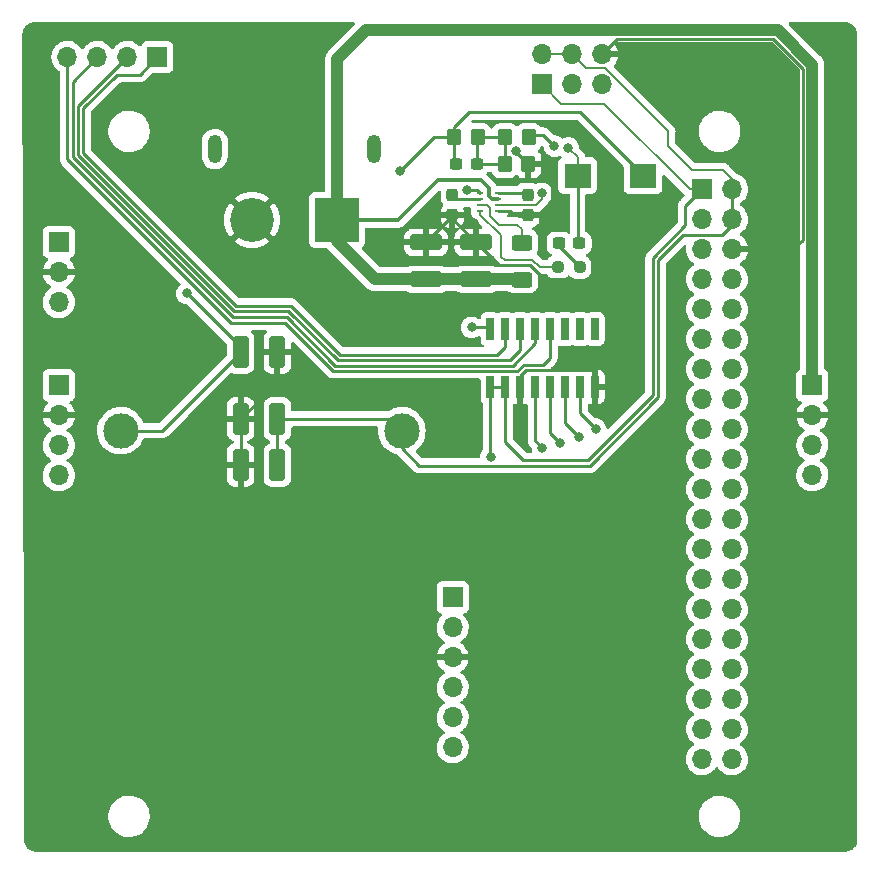
<source format=gbr>
%TF.GenerationSoftware,KiCad,Pcbnew,6.0.8-f2edbf62ab~116~ubuntu22.04.1*%
%TF.CreationDate,2022-11-20T23:03:40-05:00*%
%TF.ProjectId,Pi_HAT_V3,50695f48-4154-45f5-9633-2e6b69636164,rev?*%
%TF.SameCoordinates,Original*%
%TF.FileFunction,Copper,L2,Bot*%
%TF.FilePolarity,Positive*%
%FSLAX46Y46*%
G04 Gerber Fmt 4.6, Leading zero omitted, Abs format (unit mm)*
G04 Created by KiCad (PCBNEW 6.0.8-f2edbf62ab~116~ubuntu22.04.1) date 2022-11-20 23:03:40*
%MOMM*%
%LPD*%
G01*
G04 APERTURE LIST*
G04 Aperture macros list*
%AMRoundRect*
0 Rectangle with rounded corners*
0 $1 Rounding radius*
0 $2 $3 $4 $5 $6 $7 $8 $9 X,Y pos of 4 corners*
0 Add a 4 corners polygon primitive as box body*
4,1,4,$2,$3,$4,$5,$6,$7,$8,$9,$2,$3,0*
0 Add four circle primitives for the rounded corners*
1,1,$1+$1,$2,$3*
1,1,$1+$1,$4,$5*
1,1,$1+$1,$6,$7*
1,1,$1+$1,$8,$9*
0 Add four rect primitives between the rounded corners*
20,1,$1+$1,$2,$3,$4,$5,0*
20,1,$1+$1,$4,$5,$6,$7,0*
20,1,$1+$1,$6,$7,$8,$9,0*
20,1,$1+$1,$8,$9,$2,$3,0*%
G04 Aperture macros list end*
%TA.AperFunction,ComponentPad*%
%ADD10C,3.000000*%
%TD*%
%TA.AperFunction,ComponentPad*%
%ADD11R,1.700000X1.700000*%
%TD*%
%TA.AperFunction,ComponentPad*%
%ADD12O,1.700000X1.700000*%
%TD*%
%TA.AperFunction,ComponentPad*%
%ADD13R,3.716000X3.716000*%
%TD*%
%TA.AperFunction,ComponentPad*%
%ADD14C,3.716000*%
%TD*%
%TA.AperFunction,ComponentPad*%
%ADD15O,1.200000X2.400000*%
%TD*%
%TA.AperFunction,SMDPad,CuDef*%
%ADD16RoundRect,0.250000X0.412500X1.100000X-0.412500X1.100000X-0.412500X-1.100000X0.412500X-1.100000X0*%
%TD*%
%TA.AperFunction,SMDPad,CuDef*%
%ADD17RoundRect,0.237500X-0.300000X-0.237500X0.300000X-0.237500X0.300000X0.237500X-0.300000X0.237500X0*%
%TD*%
%TA.AperFunction,SMDPad,CuDef*%
%ADD18RoundRect,0.237500X-0.237500X0.300000X-0.237500X-0.300000X0.237500X-0.300000X0.237500X0.300000X0*%
%TD*%
%TA.AperFunction,SMDPad,CuDef*%
%ADD19RoundRect,0.250000X1.100000X-0.412500X1.100000X0.412500X-1.100000X0.412500X-1.100000X-0.412500X0*%
%TD*%
%TA.AperFunction,SMDPad,CuDef*%
%ADD20RoundRect,0.250000X0.625000X-0.400000X0.625000X0.400000X-0.625000X0.400000X-0.625000X-0.400000X0*%
%TD*%
%TA.AperFunction,SMDPad,CuDef*%
%ADD21RoundRect,0.237500X0.300000X0.237500X-0.300000X0.237500X-0.300000X-0.237500X0.300000X-0.237500X0*%
%TD*%
%TA.AperFunction,SMDPad,CuDef*%
%ADD22RoundRect,0.250000X0.350000X0.450000X-0.350000X0.450000X-0.350000X-0.450000X0.350000X-0.450000X0*%
%TD*%
%TA.AperFunction,SMDPad,CuDef*%
%ADD23R,2.260600X2.108200*%
%TD*%
%TA.AperFunction,SMDPad,CuDef*%
%ADD24RoundRect,0.250000X-0.350000X-0.450000X0.350000X-0.450000X0.350000X0.450000X-0.350000X0.450000X0*%
%TD*%
%TA.AperFunction,SMDPad,CuDef*%
%ADD25R,0.609600X0.279400*%
%TD*%
%TA.AperFunction,SMDPad,CuDef*%
%ADD26RoundRect,0.237500X-0.250000X-0.237500X0.250000X-0.237500X0.250000X0.237500X-0.250000X0.237500X0*%
%TD*%
%TA.AperFunction,SMDPad,CuDef*%
%ADD27RoundRect,0.042000X-0.258000X0.908000X-0.258000X-0.908000X0.258000X-0.908000X0.258000X0.908000X0*%
%TD*%
%TA.AperFunction,SMDPad,CuDef*%
%ADD28RoundRect,0.250000X-0.412500X-1.100000X0.412500X-1.100000X0.412500X1.100000X-0.412500X1.100000X0*%
%TD*%
%TA.AperFunction,ViaPad*%
%ADD29C,0.800000*%
%TD*%
%TA.AperFunction,Conductor*%
%ADD30C,0.250000*%
%TD*%
%TA.AperFunction,Conductor*%
%ADD31C,0.200000*%
%TD*%
%TA.AperFunction,Conductor*%
%ADD32C,1.000000*%
%TD*%
%TA.AperFunction,Conductor*%
%ADD33C,0.300000*%
%TD*%
G04 APERTURE END LIST*
D10*
%TO.P,L2,2,2*%
%TO.N,/5V*%
X125600000Y-99850000D03*
%TO.P,L2,1,1*%
%TO.N,Net-(C5-Pad1)*%
X101800000Y-99850000D03*
%TD*%
D11*
%TO.P,J9,1,Pin_1*%
%TO.N,/A-D Converter/CELL1*%
X104900000Y-68200000D03*
D12*
%TO.P,J9,2,Pin_2*%
%TO.N,/A-D Converter/CELL2*%
X102360000Y-68200000D03*
%TO.P,J9,3,Pin_3*%
%TO.N,/A-D Converter/CELL3*%
X99820000Y-68200000D03*
%TO.P,J9,4,Pin_4*%
%TO.N,/A-D Converter/VT*%
X97280000Y-68200000D03*
%TD*%
D11*
%TO.P,J3,1,Pin_1*%
%TO.N,/3.3V*%
X137475000Y-70525000D03*
D12*
%TO.P,J3,2,Pin_2*%
%TO.N,/5V*%
X137475000Y-67985000D03*
%TO.P,J3,3,Pin_3*%
%TO.N,/SDA*%
X140015000Y-70525000D03*
%TO.P,J3,4,Pin_4*%
%TO.N,/5V*%
X140015000Y-67985000D03*
%TO.P,J3,5,Pin_5*%
%TO.N,/SCL*%
X142555000Y-70525000D03*
%TO.P,J3,6,Pin_6*%
%TO.N,GND*%
X142555000Y-67985000D03*
%TD*%
D11*
%TO.P,J1,1,Pin_1*%
%TO.N,/3.3V*%
X129900000Y-113950000D03*
D12*
%TO.P,J1,2,Pin_2*%
%TO.N,unconnected-(J1-Pad2)*%
X129900000Y-116490000D03*
%TO.P,J1,3,Pin_3*%
%TO.N,GND*%
X129900000Y-119030000D03*
%TO.P,J1,4,Pin_4*%
%TO.N,/SCL*%
X129900000Y-121570000D03*
%TO.P,J1,5,Pin_5*%
%TO.N,/SDA*%
X129900000Y-124110000D03*
%TO.P,J1,6,Pin_6*%
%TO.N,unconnected-(J1-Pad6)*%
X129900000Y-126650000D03*
%TD*%
D11*
%TO.P,J2,1,Pin_1*%
%TO.N,/3.3V*%
X151000000Y-79400000D03*
D12*
%TO.P,J2,2,Pin_2*%
%TO.N,/5V*%
X153540000Y-79400000D03*
%TO.P,J2,3,Pin_3*%
%TO.N,/SDA*%
X151000000Y-81940000D03*
%TO.P,J2,4,Pin_4*%
%TO.N,/5V*%
X153540000Y-81940000D03*
%TO.P,J2,5,Pin_5*%
%TO.N,/SCL*%
X151000000Y-84480000D03*
%TO.P,J2,6,Pin_6*%
%TO.N,GND*%
X153540000Y-84480000D03*
%TO.P,J2,7,Pin_7*%
%TO.N,unconnected-(J2-Pad7)*%
X151000000Y-87020000D03*
%TO.P,J2,8,Pin_8*%
%TO.N,unconnected-(J2-Pad8)*%
X153540000Y-87020000D03*
%TO.P,J2,9,Pin_9*%
%TO.N,unconnected-(J2-Pad9)*%
X151000000Y-89560000D03*
%TO.P,J2,10,Pin_10*%
%TO.N,unconnected-(J2-Pad10)*%
X153540000Y-89560000D03*
%TO.P,J2,11,Pin_11*%
%TO.N,unconnected-(J2-Pad11)*%
X151000000Y-92100000D03*
%TO.P,J2,12,Pin_12*%
%TO.N,unconnected-(J2-Pad12)*%
X153540000Y-92100000D03*
%TO.P,J2,13,Pin_13*%
%TO.N,unconnected-(J2-Pad13)*%
X151000000Y-94640000D03*
%TO.P,J2,14,Pin_14*%
%TO.N,unconnected-(J2-Pad14)*%
X153540000Y-94640000D03*
%TO.P,J2,15,Pin_15*%
%TO.N,unconnected-(J2-Pad15)*%
X151000000Y-97180000D03*
%TO.P,J2,16,Pin_16*%
%TO.N,unconnected-(J2-Pad16)*%
X153540000Y-97180000D03*
%TO.P,J2,17,Pin_17*%
%TO.N,unconnected-(J2-Pad17)*%
X151000000Y-99720000D03*
%TO.P,J2,18,Pin_18*%
%TO.N,unconnected-(J2-Pad18)*%
X153540000Y-99720000D03*
%TO.P,J2,19,Pin_19*%
%TO.N,/MOSI*%
X151000000Y-102260000D03*
%TO.P,J2,20,Pin_20*%
%TO.N,unconnected-(J2-Pad20)*%
X153540000Y-102260000D03*
%TO.P,J2,21,Pin_21*%
%TO.N,/MISO*%
X151000000Y-104800000D03*
%TO.P,J2,22,Pin_22*%
%TO.N,unconnected-(J2-Pad22)*%
X153540000Y-104800000D03*
%TO.P,J2,23,Pin_23*%
%TO.N,/SCLK*%
X151000000Y-107340000D03*
%TO.P,J2,24,Pin_24*%
%TO.N,/CS*%
X153540000Y-107340000D03*
%TO.P,J2,25,Pin_25*%
%TO.N,unconnected-(J2-Pad25)*%
X151000000Y-109880000D03*
%TO.P,J2,26,Pin_26*%
%TO.N,unconnected-(J2-Pad26)*%
X153540000Y-109880000D03*
%TO.P,J2,27,Pin_27*%
%TO.N,unconnected-(J2-Pad27)*%
X151000000Y-112420000D03*
%TO.P,J2,28,Pin_28*%
%TO.N,unconnected-(J2-Pad28)*%
X153540000Y-112420000D03*
%TO.P,J2,29,Pin_29*%
%TO.N,unconnected-(J2-Pad29)*%
X151000000Y-114960000D03*
%TO.P,J2,30,Pin_30*%
%TO.N,unconnected-(J2-Pad30)*%
X153540000Y-114960000D03*
%TO.P,J2,31,Pin_31*%
%TO.N,unconnected-(J2-Pad31)*%
X151000000Y-117500000D03*
%TO.P,J2,32,Pin_32*%
%TO.N,unconnected-(J2-Pad32)*%
X153540000Y-117500000D03*
%TO.P,J2,33,Pin_33*%
%TO.N,unconnected-(J2-Pad33)*%
X151000000Y-120040000D03*
%TO.P,J2,34,Pin_34*%
%TO.N,unconnected-(J2-Pad34)*%
X153540000Y-120040000D03*
%TO.P,J2,35,Pin_35*%
%TO.N,unconnected-(J2-Pad35)*%
X151000000Y-122580000D03*
%TO.P,J2,36,Pin_36*%
%TO.N,unconnected-(J2-Pad36)*%
X153540000Y-122580000D03*
%TO.P,J2,37,Pin_37*%
%TO.N,unconnected-(J2-Pad37)*%
X151000000Y-125120000D03*
%TO.P,J2,38,Pin_38*%
%TO.N,unconnected-(J2-Pad38)*%
X153540000Y-125120000D03*
%TO.P,J2,39,Pin_39*%
%TO.N,unconnected-(J2-Pad39)*%
X151000000Y-127660000D03*
%TO.P,J2,40,Pin_40*%
%TO.N,unconnected-(J2-Pad40)*%
X153540000Y-127660000D03*
%TD*%
D11*
%TO.P,J4,1,Pin_1*%
%TO.N,12V*%
X96550000Y-96000000D03*
D12*
%TO.P,J4,2,Pin_2*%
%TO.N,GND*%
X96550000Y-98540000D03*
%TO.P,J4,3,Pin_3*%
%TO.N,/SCL*%
X96550000Y-101080000D03*
%TO.P,J4,4,Pin_4*%
%TO.N,/SDA*%
X96550000Y-103620000D03*
%TD*%
D13*
%TO.P,J5,1,+*%
%TO.N,12V*%
X120100000Y-82000000D03*
D14*
%TO.P,J5,2,-*%
%TO.N,GND*%
X112900000Y-82000000D03*
D15*
%TO.P,J5,S1*%
%TO.N,N/C*%
X123250000Y-76000000D03*
%TO.P,J5,S2*%
X109750000Y-76000000D03*
%TD*%
D11*
%TO.P,J6,1,Pin_1*%
%TO.N,12V*%
X160350000Y-96000000D03*
D12*
%TO.P,J6,2,Pin_2*%
%TO.N,GND*%
X160350000Y-98540000D03*
%TO.P,J6,3,Pin_3*%
%TO.N,/SCL*%
X160350000Y-101080000D03*
%TO.P,J6,4,Pin_4*%
%TO.N,/SDA*%
X160350000Y-103620000D03*
%TD*%
D11*
%TO.P,J7,1,Pin_1*%
%TO.N,/5V*%
X96550000Y-83875000D03*
D12*
%TO.P,J7,2,Pin_2*%
%TO.N,GND*%
X96550000Y-86415000D03*
%TO.P,J7,3,Pin_3*%
%TO.N,/PS*%
X96550000Y-88955000D03*
%TD*%
D16*
%TO.P,C7,1*%
%TO.N,/5V*%
X115062500Y-102750000D03*
%TO.P,C7,2*%
%TO.N,GND*%
X111937500Y-102750000D03*
%TD*%
D17*
%TO.P,C9,1*%
%TO.N,Net-(C5-Pad1)*%
X130212500Y-77275000D03*
%TO.P,C9,2*%
%TO.N,Net-(C9-Pad2)*%
X131937500Y-77275000D03*
%TD*%
D18*
%TO.P,C3,1*%
%TO.N,Net-(C3-Pad1)*%
X136250000Y-79887500D03*
%TO.P,C3,2*%
%TO.N,GND*%
X136250000Y-81612500D03*
%TD*%
D16*
%TO.P,C6,1*%
%TO.N,/5V*%
X115062500Y-98850000D03*
%TO.P,C6,2*%
%TO.N,GND*%
X111937500Y-98850000D03*
%TD*%
D19*
%TO.P,C1,1*%
%TO.N,12V*%
X131900000Y-87037500D03*
%TO.P,C1,2*%
%TO.N,GND*%
X131900000Y-83912500D03*
%TD*%
%TO.P,C2,1*%
%TO.N,12V*%
X127650000Y-87037500D03*
%TO.P,C2,2*%
%TO.N,GND*%
X127650000Y-83912500D03*
%TD*%
D20*
%TO.P,R2,1*%
%TO.N,12V*%
X135750000Y-87050000D03*
%TO.P,R2,2*%
%TO.N,Net-(R2-Pad2)*%
X135750000Y-83950000D03*
%TD*%
D21*
%TO.P,C4,1*%
%TO.N,Net-(C4-Pad1)*%
X140612500Y-83975000D03*
%TO.P,C4,2*%
%TO.N,Net-(C4-Pad2)*%
X138887500Y-83975000D03*
%TD*%
D22*
%TO.P,R5,1*%
%TO.N,GND*%
X136300000Y-77275000D03*
%TO.P,R5,2*%
%TO.N,Net-(C9-Pad2)*%
X134300000Y-77275000D03*
%TD*%
D23*
%TO.P,L1,1,1*%
%TO.N,Net-(C4-Pad1)*%
X140481400Y-78250000D03*
%TO.P,L1,2,2*%
%TO.N,Net-(C5-Pad1)*%
X146018600Y-78250000D03*
%TD*%
D24*
%TO.P,R14,1*%
%TO.N,Net-(C5-Pad1)*%
X130050000Y-75000000D03*
%TO.P,R14,2*%
%TO.N,Net-(C9-Pad2)*%
X132050000Y-75000000D03*
%TD*%
D25*
%TO.P,U1,1,PG*%
%TO.N,Net-(C3-Pad1)*%
X133749300Y-79749999D03*
%TO.P,U1,2,IN*%
%TO.N,12V*%
X133749300Y-80250000D03*
%TO.P,U1,3,SW*%
%TO.N,Net-(C4-Pad1)*%
X133749300Y-80750000D03*
%TO.P,U1,4,GND*%
%TO.N,GND*%
X133749300Y-81250001D03*
%TO.P,U1,5,BST*%
%TO.N,Net-(R4-Pad1)*%
X132250700Y-81250001D03*
%TO.P,U1,6,EN/SYNC*%
%TO.N,Net-(R2-Pad2)*%
X132250700Y-80750000D03*
%TO.P,U1,7,SS*%
%TO.N,Net-(C8-Pad1)*%
X132250700Y-80250000D03*
%TO.P,U1,8,FB*%
%TO.N,Net-(R3-Pad1)*%
X132250700Y-79749999D03*
%TD*%
D18*
%TO.P,C8,1*%
%TO.N,Net-(C8-Pad1)*%
X129875000Y-79887500D03*
%TO.P,C8,2*%
%TO.N,GND*%
X129875000Y-81612500D03*
%TD*%
D26*
%TO.P,R4,1*%
%TO.N,Net-(R4-Pad1)*%
X138812500Y-86000000D03*
%TO.P,R4,2*%
%TO.N,Net-(C4-Pad2)*%
X140637500Y-86000000D03*
%TD*%
D27*
%TO.P,U2,1,CH0*%
%TO.N,/PS*%
X133065000Y-91232500D03*
%TO.P,U2,2,CH1*%
%TO.N,/A-D Converter/CELL1*%
X134335000Y-91232500D03*
%TO.P,U2,3,CH2*%
%TO.N,/A-D Converter/CELL2*%
X135605000Y-91232500D03*
%TO.P,U2,4,CH3*%
%TO.N,/A-D Converter/CELL3*%
X136875000Y-91232500D03*
%TO.P,U2,5,CH4*%
%TO.N,/A-D Converter/VT*%
X138145000Y-91232500D03*
%TO.P,U2,6,CH5*%
%TO.N,unconnected-(U2-Pad6)*%
X139415000Y-91232500D03*
%TO.P,U2,7,CH6*%
%TO.N,unconnected-(U2-Pad7)*%
X140685000Y-91232500D03*
%TO.P,U2,8,CH7*%
%TO.N,unconnected-(U2-Pad8)*%
X141955000Y-91232500D03*
%TO.P,U2,9,DGND*%
%TO.N,GND*%
X141955000Y-96142500D03*
%TO.P,U2,10,~{CS/SHDN}*%
%TO.N,/CS*%
X140685000Y-96142500D03*
%TO.P,U2,11,DIN*%
%TO.N,/MOSI*%
X139415000Y-96142500D03*
%TO.P,U2,12,DOUT*%
%TO.N,/MISO*%
X138145000Y-96142500D03*
%TO.P,U2,13,CLK*%
%TO.N,/SCLK*%
X136875000Y-96142500D03*
%TO.P,U2,14,AGND*%
%TO.N,GND*%
X135605000Y-96142500D03*
%TO.P,U2,15,VREF*%
%TO.N,/3.3V*%
X134335000Y-96142500D03*
%TO.P,U2,16,VDD*%
X133065000Y-96142500D03*
%TD*%
D28*
%TO.P,C5,1*%
%TO.N,Net-(C5-Pad1)*%
X111937500Y-93200000D03*
%TO.P,C5,2*%
%TO.N,GND*%
X115062500Y-93200000D03*
%TD*%
D22*
%TO.P,R3,1*%
%TO.N,Net-(R3-Pad1)*%
X136325000Y-75000000D03*
%TO.P,R3,2*%
%TO.N,Net-(C9-Pad2)*%
X134325000Y-75000000D03*
%TD*%
D29*
%TO.N,GND*%
X135300000Y-76200000D03*
%TO.N,Net-(C5-Pad1)*%
X107400000Y-88230500D03*
%TO.N,GND*%
X138300000Y-82000000D03*
X131700000Y-82300000D03*
%TO.N,/3.3V*%
X133100000Y-102075500D03*
%TO.N,/MOSI*%
X140600000Y-100400000D03*
%TO.N,/MISO*%
X139000000Y-100900000D03*
%TO.N,/CS*%
X142000000Y-99700000D03*
%TO.N,Net-(C4-Pad1)*%
X139700000Y-75900000D03*
X137450000Y-79750000D03*
%TO.N,Net-(C5-Pad1)*%
X125400000Y-77900000D03*
%TO.N,Net-(R3-Pad1)*%
X131150000Y-79450000D03*
X138500000Y-75750000D03*
%TO.N,/PS*%
X131500000Y-91100000D03*
%TO.N,/SCLK*%
X137500000Y-101300000D03*
%TD*%
D30*
%TO.N,Net-(C5-Pad1)*%
X101800000Y-99850000D02*
X105287500Y-99850000D01*
X105287500Y-99850000D02*
X111937500Y-93200000D01*
%TO.N,/5V*%
X127050000Y-102800000D02*
X125600000Y-101350000D01*
X125600000Y-101350000D02*
X125600000Y-99850000D01*
X125600000Y-99850000D02*
X125550000Y-99850000D01*
X125550000Y-99850000D02*
X124550000Y-98850000D01*
X124550000Y-98850000D02*
X115062500Y-98850000D01*
X127050000Y-102800000D02*
X141500000Y-102800000D01*
X147300000Y-85400000D02*
X149400000Y-83300000D01*
X141500000Y-102800000D02*
X147300000Y-97000000D01*
X147300000Y-97000000D02*
X147300000Y-85400000D01*
X152700000Y-83300000D02*
X153540000Y-82460000D01*
X149400000Y-83300000D02*
X152700000Y-83300000D01*
X153540000Y-82460000D02*
X153540000Y-81940000D01*
%TO.N,GND*%
X135300000Y-76275000D02*
X136300000Y-77275000D01*
X135300000Y-76200000D02*
X135300000Y-76275000D01*
X153540000Y-84480000D02*
X158720000Y-84480000D01*
X158720000Y-84480000D02*
X159525000Y-83675000D01*
X157050000Y-66725000D02*
X143815000Y-66725000D01*
X159525000Y-83675000D02*
X159525000Y-69200000D01*
X159525000Y-69200000D02*
X157050000Y-66725000D01*
X143815000Y-66725000D02*
X142555000Y-67985000D01*
X115062500Y-93200000D02*
X115062500Y-95725000D01*
X115062500Y-95725000D02*
X111937500Y-98850000D01*
%TO.N,/A-D Converter/CELL1*%
X104900000Y-68200000D02*
X103400000Y-69700000D01*
X103400000Y-69700000D02*
X101496396Y-69700000D01*
X101496396Y-69700000D02*
X98630000Y-72566396D01*
X98630000Y-72566396D02*
X98630000Y-76320812D01*
X98630000Y-76320812D02*
X111572792Y-89263604D01*
X111572792Y-89263604D02*
X116172792Y-89263604D01*
X116172792Y-89263604D02*
X120340990Y-93431802D01*
X120340990Y-93431802D02*
X133668198Y-93431802D01*
X133668198Y-93431802D02*
X134335000Y-92765000D01*
X134335000Y-92765000D02*
X134335000Y-91232500D01*
%TO.N,/A-D Converter/CELL2*%
X135605000Y-91232500D02*
X135605000Y-92995000D01*
X135605000Y-92995000D02*
X134718198Y-93881802D01*
X98180000Y-76507208D02*
X98180000Y-72380000D01*
X98180000Y-72380000D02*
X102360000Y-68200000D01*
X134718198Y-93881802D02*
X120154594Y-93881802D01*
X120154594Y-93881802D02*
X115986396Y-89713604D01*
X115986396Y-89713604D02*
X111386396Y-89713604D01*
X111386396Y-89713604D02*
X98180000Y-76507208D01*
%TO.N,/A-D Converter/CELL3*%
X99820000Y-68200000D02*
X97730000Y-70290000D01*
X97730000Y-70290000D02*
X97730000Y-76693604D01*
X119968198Y-94331802D02*
X134968198Y-94331802D01*
X97730000Y-76693604D02*
X111286396Y-90250000D01*
X111286396Y-90250000D02*
X115886396Y-90250000D01*
X115886396Y-90250000D02*
X119968198Y-94331802D01*
X134968198Y-94331802D02*
X136875000Y-92425000D01*
X136875000Y-92425000D02*
X136875000Y-91232500D01*
%TO.N,/A-D Converter/VT*%
X97280000Y-68200000D02*
X97280000Y-76880000D01*
X115700000Y-90700000D02*
X119781802Y-94781802D01*
X135381802Y-94781802D02*
X135913604Y-94250000D01*
X135913604Y-94250000D02*
X137550000Y-94250000D01*
X97280000Y-76880000D02*
X111100000Y-90700000D01*
X111100000Y-90700000D02*
X115700000Y-90700000D01*
X119781802Y-94781802D02*
X135381802Y-94781802D01*
X137550000Y-94250000D02*
X138145000Y-93655000D01*
X138145000Y-93655000D02*
X138145000Y-91232500D01*
%TO.N,GND*%
X131900000Y-83912500D02*
X133812500Y-85825000D01*
X133812500Y-85825000D02*
X136473960Y-85825000D01*
X142900000Y-93700000D02*
X141900000Y-94700000D01*
X136473960Y-85825000D02*
X137648960Y-87000000D01*
X137648960Y-87000000D02*
X140000000Y-87000000D01*
X140000000Y-87000000D02*
X142900000Y-89900000D01*
X142900000Y-89900000D02*
X142900000Y-93700000D01*
X142000000Y-94800000D02*
X142000000Y-96097500D01*
X135605000Y-96142500D02*
X135605000Y-95195000D01*
X141900000Y-94700000D02*
X142000000Y-94800000D01*
X135605000Y-95195000D02*
X136100000Y-94700000D01*
X136100000Y-94700000D02*
X141900000Y-94700000D01*
X142000000Y-96097500D02*
X141955000Y-96142500D01*
%TO.N,Net-(C5-Pad1)*%
X107400000Y-88230500D02*
X111937500Y-92768000D01*
X111937500Y-92768000D02*
X111937500Y-93200000D01*
%TO.N,GND*%
X131900000Y-83912500D02*
X131900000Y-82500000D01*
X131900000Y-82500000D02*
X131700000Y-82300000D01*
X138300000Y-82000000D02*
X137912500Y-81612500D01*
X137912500Y-81612500D02*
X137387500Y-81612500D01*
%TO.N,/3.3V*%
X134335000Y-96142500D02*
X134335000Y-100835000D01*
X141313604Y-102350000D02*
X146850000Y-96813604D01*
X146850000Y-96813604D02*
X146850000Y-85213604D01*
X134335000Y-100835000D02*
X135850000Y-102350000D01*
X135850000Y-102350000D02*
X141313604Y-102350000D01*
X146850000Y-85213604D02*
X149600000Y-82463604D01*
X149600000Y-82463604D02*
X149600000Y-80800000D01*
X149600000Y-80800000D02*
X151000000Y-79400000D01*
X133065000Y-96142500D02*
X133065000Y-102040500D01*
X133065000Y-102040500D02*
X133100000Y-102075500D01*
D31*
X142702022Y-72150000D02*
X149952022Y-79400000D01*
D30*
X133065000Y-96142500D02*
X134335000Y-96142500D01*
D31*
X139100000Y-72150000D02*
X142702022Y-72150000D01*
X137475000Y-70525000D02*
X139100000Y-72150000D01*
X149952022Y-79400000D02*
X151000000Y-79400000D01*
D30*
%TO.N,/MOSI*%
X140600000Y-100400000D02*
X139415000Y-99215000D01*
X139415000Y-99215000D02*
X139415000Y-96142500D01*
%TO.N,/MISO*%
X139000000Y-100900000D02*
X138145000Y-100045000D01*
X138145000Y-100045000D02*
X138145000Y-96142500D01*
%TO.N,/CS*%
X140685000Y-98385000D02*
X142000000Y-99700000D01*
X140685000Y-96142500D02*
X140685000Y-98385000D01*
%TO.N,Net-(C8-Pad1)*%
X130237500Y-80250000D02*
X129875000Y-79887500D01*
X132250700Y-80250000D02*
X130237500Y-80250000D01*
%TO.N,GND*%
X138300000Y-78000000D02*
X137575000Y-77275000D01*
X134750001Y-81250001D02*
X133749300Y-81250001D01*
X135112500Y-81612500D02*
X134750001Y-81250001D01*
X129875000Y-81612500D02*
X129875000Y-81887500D01*
X136250000Y-81612500D02*
X135112500Y-81612500D01*
X111937500Y-98850000D02*
X111937500Y-102750000D01*
X137575000Y-77275000D02*
X136300000Y-77275000D01*
X129875000Y-81887500D02*
X131900000Y-83912500D01*
X129875000Y-81687500D02*
X127650000Y-83912500D01*
X138300000Y-80700000D02*
X138300000Y-78000000D01*
X129875000Y-81612500D02*
X129875000Y-81687500D01*
X136250000Y-81612500D02*
X137387500Y-81612500D01*
X137387500Y-81612500D02*
X138300000Y-80700000D01*
D32*
%TO.N,12V*%
X120100000Y-83800000D02*
X123337500Y-87037500D01*
X120100000Y-82000000D02*
X120100000Y-68400000D01*
D33*
X120100000Y-82000000D02*
X125300000Y-82000000D01*
X125300000Y-82000000D02*
X128650000Y-78650000D01*
X128650000Y-78650000D02*
X132294223Y-78650000D01*
D32*
X157400000Y-65900000D02*
X160350000Y-68850000D01*
D30*
X135737500Y-87037500D02*
X135750000Y-87050000D01*
D32*
X122600000Y-65900000D02*
X157400000Y-65900000D01*
X123337500Y-87037500D02*
X127650000Y-87037500D01*
X131900000Y-87037500D02*
X135737500Y-87037500D01*
D33*
X132950000Y-79950000D02*
X133250000Y-80250000D01*
D32*
X120100000Y-68400000D02*
X122600000Y-65900000D01*
D33*
X132950000Y-79305777D02*
X132950000Y-79950000D01*
X133250000Y-80250000D02*
X133749300Y-80250000D01*
D32*
X127650000Y-87037500D02*
X131900000Y-87037500D01*
X160350000Y-68850000D02*
X160350000Y-96000000D01*
D33*
X132294223Y-78650000D02*
X132950000Y-79305777D01*
D32*
X120100000Y-82000000D02*
X120100000Y-83800000D01*
D31*
%TO.N,/5V*%
X152800000Y-77800000D02*
X153540000Y-78540000D01*
X148150000Y-74494345D02*
X148150000Y-75750000D01*
X142790166Y-69134511D02*
X148150000Y-74494345D01*
X141164511Y-69134511D02*
X142790166Y-69134511D01*
X140015000Y-67985000D02*
X141164511Y-69134511D01*
X137475000Y-67985000D02*
X140015000Y-67985000D01*
D30*
X115062500Y-98850000D02*
X115062500Y-102750000D01*
X153540000Y-79400000D02*
X153540000Y-81940000D01*
D31*
X153540000Y-78540000D02*
X153540000Y-79400000D01*
X148150000Y-75750000D02*
X150200000Y-77800000D01*
X150200000Y-77800000D02*
X152800000Y-77800000D01*
D30*
%TO.N,Net-(C3-Pad1)*%
X136250000Y-79887500D02*
X136112499Y-79749999D01*
X136112499Y-79749999D02*
X133749300Y-79749999D01*
D31*
%TO.N,Net-(C4-Pad1)*%
X139700000Y-75900000D02*
X140481400Y-76681400D01*
X137400000Y-80300000D02*
X137450000Y-80250000D01*
X133749300Y-80750000D02*
X136950000Y-80750000D01*
D30*
X140481400Y-78250000D02*
X140481400Y-83843900D01*
D31*
X140481400Y-76681400D02*
X140481400Y-78250000D01*
X137450000Y-80250000D02*
X137450000Y-79750000D01*
D30*
X140481400Y-83843900D02*
X140612500Y-83975000D01*
D31*
X136950000Y-80750000D02*
X137400000Y-80300000D01*
D30*
%TO.N,Net-(C4-Pad2)*%
X138887500Y-83975000D02*
X138887500Y-84250000D01*
X138887500Y-84250000D02*
X140637500Y-86000000D01*
%TO.N,Net-(C5-Pad1)*%
X140700000Y-72900000D02*
X131300000Y-72900000D01*
X131300000Y-72900000D02*
X130050000Y-74150000D01*
X128300000Y-75000000D02*
X130050000Y-75000000D01*
X130050000Y-75000000D02*
X130050000Y-77112500D01*
X130050000Y-77112500D02*
X130212500Y-77275000D01*
X130050000Y-74150000D02*
X130050000Y-75000000D01*
X146018600Y-78218600D02*
X140700000Y-72900000D01*
X125400000Y-77900000D02*
X128300000Y-75000000D01*
X146018600Y-78250000D02*
X146018600Y-78218600D01*
D31*
%TO.N,Net-(R2-Pad2)*%
X133050000Y-81650000D02*
X133800000Y-82400000D01*
X132794221Y-80750000D02*
X133050000Y-81005779D01*
X132250700Y-80750000D02*
X132794221Y-80750000D01*
X133050000Y-81005779D02*
X133050000Y-81650000D01*
X135750000Y-82800000D02*
X135750000Y-83950000D01*
X133800000Y-82400000D02*
X135350000Y-82400000D01*
X135350000Y-82400000D02*
X135750000Y-82800000D01*
D30*
%TO.N,Net-(R3-Pad1)*%
X131950701Y-79450000D02*
X132250700Y-79749999D01*
X136525000Y-74800000D02*
X136325000Y-75000000D01*
X137550000Y-74800000D02*
X136525000Y-74800000D01*
X131150000Y-79450000D02*
X131950701Y-79450000D01*
X138500000Y-75750000D02*
X137550000Y-74800000D01*
%TO.N,Net-(C9-Pad2)*%
X132050000Y-75000000D02*
X134325000Y-75000000D01*
X134325000Y-77250000D02*
X134300000Y-77275000D01*
X134325000Y-75000000D02*
X134325000Y-77250000D01*
X131937500Y-77275000D02*
X131937500Y-75112500D01*
X134300000Y-77275000D02*
X131937500Y-77275000D01*
X131937500Y-75112500D02*
X132050000Y-75000000D01*
D31*
%TO.N,Net-(R4-Pad1)*%
X134300000Y-85400000D02*
X134000000Y-85100000D01*
X134000000Y-83300000D02*
X132250700Y-81550700D01*
X138812500Y-86000000D02*
X137250000Y-86000000D01*
X137250000Y-86000000D02*
X136650000Y-85400000D01*
X134000000Y-85100000D02*
X134000000Y-83300000D01*
X132250700Y-81550700D02*
X132250700Y-81250001D01*
X136650000Y-85400000D02*
X134300000Y-85400000D01*
D30*
%TO.N,/PS*%
X131500000Y-91100000D02*
X132932500Y-91100000D01*
X132932500Y-91100000D02*
X133065000Y-91232500D01*
%TO.N,/SCLK*%
X136875000Y-100675000D02*
X137500000Y-101300000D01*
X136875000Y-96142500D02*
X136875000Y-100675000D01*
%TD*%
%TA.AperFunction,Conductor*%
%TO.N,GND*%
G36*
X163120135Y-65247519D02*
G01*
X163134258Y-65249717D01*
X163143724Y-65251191D01*
X163156397Y-65249534D01*
X163183707Y-65248949D01*
X163311194Y-65260103D01*
X163332817Y-65263915D01*
X163425990Y-65288881D01*
X163478466Y-65302942D01*
X163499104Y-65310454D01*
X163635760Y-65374178D01*
X163654780Y-65385160D01*
X163778297Y-65471647D01*
X163795122Y-65485765D01*
X163901735Y-65592378D01*
X163915853Y-65609203D01*
X164002340Y-65732720D01*
X164013322Y-65751740D01*
X164077046Y-65888396D01*
X164084557Y-65909034D01*
X164123583Y-66054678D01*
X164127398Y-66076309D01*
X164137947Y-66196893D01*
X164137393Y-66213374D01*
X164137800Y-66213379D01*
X164137690Y-66222353D01*
X164136309Y-66231224D01*
X164137473Y-66240127D01*
X164137473Y-66240130D01*
X164140445Y-66262860D01*
X164141509Y-66279167D01*
X164155753Y-134073038D01*
X164155830Y-134440005D01*
X164154329Y-134459420D01*
X164150649Y-134483050D01*
X164151813Y-134491953D01*
X164151813Y-134491959D01*
X164152306Y-134495730D01*
X164152889Y-134523046D01*
X164141734Y-134650517D01*
X164137920Y-134672147D01*
X164098891Y-134817793D01*
X164091379Y-134838430D01*
X164027654Y-134975086D01*
X164016675Y-134994102D01*
X163946836Y-135093842D01*
X163930182Y-135117626D01*
X163916064Y-135134450D01*
X163809450Y-135241064D01*
X163792626Y-135255182D01*
X163771080Y-135270269D01*
X163669102Y-135341675D01*
X163650090Y-135352651D01*
X163576763Y-135386846D01*
X163513430Y-135416379D01*
X163492792Y-135423891D01*
X163347143Y-135462921D01*
X163325517Y-135466734D01*
X163204934Y-135477286D01*
X163188452Y-135476733D01*
X163188447Y-135477139D01*
X163179472Y-135477030D01*
X163170602Y-135475649D01*
X163161701Y-135476813D01*
X163161698Y-135476813D01*
X163138997Y-135479782D01*
X163122679Y-135480846D01*
X94649338Y-135491492D01*
X94629935Y-135489992D01*
X94615152Y-135487691D01*
X94606276Y-135486309D01*
X94593603Y-135487966D01*
X94566293Y-135488551D01*
X94438806Y-135477397D01*
X94417183Y-135473585D01*
X94271533Y-135434558D01*
X94250896Y-135427046D01*
X94114240Y-135363322D01*
X94095220Y-135352340D01*
X93971703Y-135265853D01*
X93954878Y-135251735D01*
X93848265Y-135145122D01*
X93834147Y-135128297D01*
X93747660Y-135004780D01*
X93736678Y-134985760D01*
X93672954Y-134849104D01*
X93665443Y-134828466D01*
X93626417Y-134682822D01*
X93622602Y-134661191D01*
X93612349Y-134543993D01*
X93612374Y-134521758D01*
X93612770Y-134517344D01*
X93613576Y-134512552D01*
X93613729Y-134500000D01*
X93612445Y-134491034D01*
X93609680Y-134471723D01*
X93608408Y-134454120D01*
X93604638Y-132607655D01*
X100739858Y-132607655D01*
X100775104Y-132866638D01*
X100776412Y-132871124D01*
X100776412Y-132871126D01*
X100796098Y-132938664D01*
X100848243Y-133117567D01*
X100957668Y-133354928D01*
X100960231Y-133358837D01*
X101098410Y-133569596D01*
X101098414Y-133569601D01*
X101100976Y-133573509D01*
X101275018Y-133768506D01*
X101475970Y-133935637D01*
X101479973Y-133938066D01*
X101695422Y-134068804D01*
X101695426Y-134068806D01*
X101699419Y-134071229D01*
X101940455Y-134172303D01*
X102193783Y-134236641D01*
X102198434Y-134237109D01*
X102198438Y-134237110D01*
X102391308Y-134256531D01*
X102410867Y-134258500D01*
X102566354Y-134258500D01*
X102568679Y-134258327D01*
X102568685Y-134258327D01*
X102756000Y-134244407D01*
X102756004Y-134244406D01*
X102760652Y-134244061D01*
X102765200Y-134243032D01*
X102765206Y-134243031D01*
X102951601Y-134200853D01*
X103015577Y-134186377D01*
X103051769Y-134172303D01*
X103254824Y-134093340D01*
X103254827Y-134093339D01*
X103259177Y-134091647D01*
X103486098Y-133961951D01*
X103691357Y-133800138D01*
X103870443Y-133609763D01*
X104019424Y-133395009D01*
X104135025Y-133160593D01*
X104214707Y-132911665D01*
X104256721Y-132653693D01*
X104257324Y-132607655D01*
X150739858Y-132607655D01*
X150775104Y-132866638D01*
X150776412Y-132871124D01*
X150776412Y-132871126D01*
X150796098Y-132938664D01*
X150848243Y-133117567D01*
X150957668Y-133354928D01*
X150960231Y-133358837D01*
X151098410Y-133569596D01*
X151098414Y-133569601D01*
X151100976Y-133573509D01*
X151275018Y-133768506D01*
X151475970Y-133935637D01*
X151479973Y-133938066D01*
X151695422Y-134068804D01*
X151695426Y-134068806D01*
X151699419Y-134071229D01*
X151940455Y-134172303D01*
X152193783Y-134236641D01*
X152198434Y-134237109D01*
X152198438Y-134237110D01*
X152391308Y-134256531D01*
X152410867Y-134258500D01*
X152566354Y-134258500D01*
X152568679Y-134258327D01*
X152568685Y-134258327D01*
X152756000Y-134244407D01*
X152756004Y-134244406D01*
X152760652Y-134244061D01*
X152765200Y-134243032D01*
X152765206Y-134243031D01*
X152951601Y-134200853D01*
X153015577Y-134186377D01*
X153051769Y-134172303D01*
X153254824Y-134093340D01*
X153254827Y-134093339D01*
X153259177Y-134091647D01*
X153486098Y-133961951D01*
X153691357Y-133800138D01*
X153870443Y-133609763D01*
X154019424Y-133395009D01*
X154135025Y-133160593D01*
X154214707Y-132911665D01*
X154256721Y-132653693D01*
X154260142Y-132392345D01*
X154224896Y-132133362D01*
X154210473Y-132083877D01*
X154153068Y-131886932D01*
X154151757Y-131882433D01*
X154042332Y-131645072D01*
X154009519Y-131595024D01*
X153901590Y-131430404D01*
X153901586Y-131430399D01*
X153899024Y-131426491D01*
X153724982Y-131231494D01*
X153524030Y-131064363D01*
X153476844Y-131035730D01*
X153304578Y-130931196D01*
X153304574Y-130931194D01*
X153300581Y-130928771D01*
X153059545Y-130827697D01*
X152806217Y-130763359D01*
X152801566Y-130762891D01*
X152801562Y-130762890D01*
X152592271Y-130741816D01*
X152589133Y-130741500D01*
X152433646Y-130741500D01*
X152431321Y-130741673D01*
X152431315Y-130741673D01*
X152244000Y-130755593D01*
X152243996Y-130755594D01*
X152239348Y-130755939D01*
X152234800Y-130756968D01*
X152234794Y-130756969D01*
X152048399Y-130799147D01*
X151984423Y-130813623D01*
X151980071Y-130815315D01*
X151980069Y-130815316D01*
X151745176Y-130906660D01*
X151745173Y-130906661D01*
X151740823Y-130908353D01*
X151513902Y-131038049D01*
X151308643Y-131199862D01*
X151129557Y-131390237D01*
X150980576Y-131604991D01*
X150864975Y-131839407D01*
X150785293Y-132088335D01*
X150743279Y-132346307D01*
X150739858Y-132607655D01*
X104257324Y-132607655D01*
X104260142Y-132392345D01*
X104224896Y-132133362D01*
X104210473Y-132083877D01*
X104153068Y-131886932D01*
X104151757Y-131882433D01*
X104042332Y-131645072D01*
X104009519Y-131595024D01*
X103901590Y-131430404D01*
X103901586Y-131430399D01*
X103899024Y-131426491D01*
X103724982Y-131231494D01*
X103524030Y-131064363D01*
X103476844Y-131035730D01*
X103304578Y-130931196D01*
X103304574Y-130931194D01*
X103300581Y-130928771D01*
X103059545Y-130827697D01*
X102806217Y-130763359D01*
X102801566Y-130762891D01*
X102801562Y-130762890D01*
X102592271Y-130741816D01*
X102589133Y-130741500D01*
X102433646Y-130741500D01*
X102431321Y-130741673D01*
X102431315Y-130741673D01*
X102244000Y-130755593D01*
X102243996Y-130755594D01*
X102239348Y-130755939D01*
X102234800Y-130756968D01*
X102234794Y-130756969D01*
X102048399Y-130799147D01*
X101984423Y-130813623D01*
X101980071Y-130815315D01*
X101980069Y-130815316D01*
X101745176Y-130906660D01*
X101745173Y-130906661D01*
X101740823Y-130908353D01*
X101513902Y-131038049D01*
X101308643Y-131199862D01*
X101129557Y-131390237D01*
X100980576Y-131604991D01*
X100864975Y-131839407D01*
X100785293Y-132088335D01*
X100743279Y-132346307D01*
X100739858Y-132607655D01*
X93604638Y-132607655D01*
X93592405Y-126616695D01*
X128537251Y-126616695D01*
X128537548Y-126621848D01*
X128537548Y-126621851D01*
X128549701Y-126832617D01*
X128550110Y-126839715D01*
X128551247Y-126844761D01*
X128551248Y-126844767D01*
X128571119Y-126932939D01*
X128599222Y-127057639D01*
X128637461Y-127151811D01*
X128665435Y-127220702D01*
X128683266Y-127264616D01*
X128685965Y-127269020D01*
X128792287Y-127442522D01*
X128799987Y-127455088D01*
X128946250Y-127623938D01*
X129118126Y-127766632D01*
X129311000Y-127879338D01*
X129519692Y-127959030D01*
X129524760Y-127960061D01*
X129524763Y-127960062D01*
X129632017Y-127981883D01*
X129738597Y-128003567D01*
X129743772Y-128003757D01*
X129743774Y-128003757D01*
X129956673Y-128011564D01*
X129956677Y-128011564D01*
X129961837Y-128011753D01*
X129966957Y-128011097D01*
X129966959Y-128011097D01*
X130178288Y-127984025D01*
X130178289Y-127984025D01*
X130183416Y-127983368D01*
X130188366Y-127981883D01*
X130392429Y-127920661D01*
X130392434Y-127920659D01*
X130397384Y-127919174D01*
X130597994Y-127820896D01*
X130779860Y-127691173D01*
X130807766Y-127663365D01*
X130934435Y-127537137D01*
X130938096Y-127533489D01*
X130997594Y-127450689D01*
X131065435Y-127356277D01*
X131068453Y-127352077D01*
X131148900Y-127189305D01*
X131165136Y-127156453D01*
X131165137Y-127156451D01*
X131167430Y-127151811D01*
X131232370Y-126938069D01*
X131261529Y-126716590D01*
X131262837Y-126663051D01*
X131263074Y-126653365D01*
X131263074Y-126653361D01*
X131263156Y-126650000D01*
X131244852Y-126427361D01*
X131190431Y-126210702D01*
X131101354Y-126005840D01*
X131061906Y-125944862D01*
X130982822Y-125822617D01*
X130982820Y-125822614D01*
X130980014Y-125818277D01*
X130829670Y-125653051D01*
X130825619Y-125649852D01*
X130825615Y-125649848D01*
X130658414Y-125517800D01*
X130658410Y-125517798D01*
X130654359Y-125514598D01*
X130613053Y-125491796D01*
X130563084Y-125441364D01*
X130548312Y-125371921D01*
X130573428Y-125305516D01*
X130600780Y-125278909D01*
X130644603Y-125247650D01*
X130779860Y-125151173D01*
X130807766Y-125123365D01*
X130934435Y-124997137D01*
X130938096Y-124993489D01*
X130997594Y-124910689D01*
X131065435Y-124816277D01*
X131068453Y-124812077D01*
X131148900Y-124649305D01*
X131165136Y-124616453D01*
X131165137Y-124616451D01*
X131167430Y-124611811D01*
X131232370Y-124398069D01*
X131261529Y-124176590D01*
X131262837Y-124123051D01*
X131263074Y-124113365D01*
X131263074Y-124113361D01*
X131263156Y-124110000D01*
X131244852Y-123887361D01*
X131190431Y-123670702D01*
X131101354Y-123465840D01*
X131061906Y-123404862D01*
X130982822Y-123282617D01*
X130982820Y-123282614D01*
X130980014Y-123278277D01*
X130829670Y-123113051D01*
X130825619Y-123109852D01*
X130825615Y-123109848D01*
X130658414Y-122977800D01*
X130658410Y-122977798D01*
X130654359Y-122974598D01*
X130613053Y-122951796D01*
X130563084Y-122901364D01*
X130548312Y-122831921D01*
X130573428Y-122765516D01*
X130600780Y-122738909D01*
X130644603Y-122707650D01*
X130779860Y-122611173D01*
X130807766Y-122583365D01*
X130934435Y-122457137D01*
X130938096Y-122453489D01*
X130997594Y-122370689D01*
X131065435Y-122276277D01*
X131068453Y-122272077D01*
X131148900Y-122109305D01*
X131165136Y-122076453D01*
X131165137Y-122076451D01*
X131167430Y-122071811D01*
X131232370Y-121858069D01*
X131261529Y-121636590D01*
X131262837Y-121583051D01*
X131263074Y-121573365D01*
X131263074Y-121573361D01*
X131263156Y-121570000D01*
X131244852Y-121347361D01*
X131190431Y-121130702D01*
X131101354Y-120925840D01*
X131061906Y-120864862D01*
X130982822Y-120742617D01*
X130982820Y-120742614D01*
X130980014Y-120738277D01*
X130829670Y-120573051D01*
X130825619Y-120569852D01*
X130825615Y-120569848D01*
X130658414Y-120437800D01*
X130658410Y-120437798D01*
X130654359Y-120434598D01*
X130612569Y-120411529D01*
X130562598Y-120361097D01*
X130547826Y-120291654D01*
X130572942Y-120225248D01*
X130600294Y-120198641D01*
X130775328Y-120073792D01*
X130783200Y-120067139D01*
X130934052Y-119916812D01*
X130940730Y-119908965D01*
X131065003Y-119736020D01*
X131070313Y-119727183D01*
X131164670Y-119536267D01*
X131168469Y-119526672D01*
X131230377Y-119322910D01*
X131232555Y-119312837D01*
X131233986Y-119301962D01*
X131231775Y-119287778D01*
X131218617Y-119284000D01*
X128583225Y-119284000D01*
X128569694Y-119287973D01*
X128568257Y-119297966D01*
X128598565Y-119432446D01*
X128601645Y-119442275D01*
X128681770Y-119639603D01*
X128686413Y-119648794D01*
X128797694Y-119830388D01*
X128803777Y-119838699D01*
X128943213Y-119999667D01*
X128950580Y-120006883D01*
X129114434Y-120142916D01*
X129122881Y-120148831D01*
X129191969Y-120189203D01*
X129240693Y-120240842D01*
X129253764Y-120310625D01*
X129227033Y-120376396D01*
X129186584Y-120409752D01*
X129173607Y-120416507D01*
X129169474Y-120419610D01*
X129169471Y-120419612D01*
X128999100Y-120547530D01*
X128994965Y-120550635D01*
X128840629Y-120712138D01*
X128837715Y-120716410D01*
X128837714Y-120716411D01*
X128822798Y-120738277D01*
X128714743Y-120896680D01*
X128699003Y-120930590D01*
X128629105Y-121081173D01*
X128620688Y-121099305D01*
X128560989Y-121314570D01*
X128537251Y-121536695D01*
X128537548Y-121541848D01*
X128537548Y-121541851D01*
X128549701Y-121752617D01*
X128550110Y-121759715D01*
X128551247Y-121764761D01*
X128551248Y-121764767D01*
X128571119Y-121852939D01*
X128599222Y-121977639D01*
X128637461Y-122071811D01*
X128665435Y-122140702D01*
X128683266Y-122184616D01*
X128685965Y-122189020D01*
X128792287Y-122362522D01*
X128799987Y-122375088D01*
X128946250Y-122543938D01*
X129118126Y-122686632D01*
X129188595Y-122727811D01*
X129191445Y-122729476D01*
X129240169Y-122781114D01*
X129253240Y-122850897D01*
X129226509Y-122916669D01*
X129186055Y-122950027D01*
X129173607Y-122956507D01*
X129169474Y-122959610D01*
X129169471Y-122959612D01*
X128999100Y-123087530D01*
X128994965Y-123090635D01*
X128840629Y-123252138D01*
X128837715Y-123256410D01*
X128837714Y-123256411D01*
X128822798Y-123278277D01*
X128714743Y-123436680D01*
X128699003Y-123470590D01*
X128629105Y-123621173D01*
X128620688Y-123639305D01*
X128560989Y-123854570D01*
X128537251Y-124076695D01*
X128537548Y-124081848D01*
X128537548Y-124081851D01*
X128549701Y-124292617D01*
X128550110Y-124299715D01*
X128551247Y-124304761D01*
X128551248Y-124304767D01*
X128571119Y-124392939D01*
X128599222Y-124517639D01*
X128637461Y-124611811D01*
X128665435Y-124680702D01*
X128683266Y-124724616D01*
X128685965Y-124729020D01*
X128792287Y-124902522D01*
X128799987Y-124915088D01*
X128946250Y-125083938D01*
X129118126Y-125226632D01*
X129188595Y-125267811D01*
X129191445Y-125269476D01*
X129240169Y-125321114D01*
X129253240Y-125390897D01*
X129226509Y-125456669D01*
X129186055Y-125490027D01*
X129173607Y-125496507D01*
X129169474Y-125499610D01*
X129169471Y-125499612D01*
X128999100Y-125627530D01*
X128994965Y-125630635D01*
X128840629Y-125792138D01*
X128837715Y-125796410D01*
X128837714Y-125796411D01*
X128822798Y-125818277D01*
X128714743Y-125976680D01*
X128699003Y-126010590D01*
X128629105Y-126161173D01*
X128620688Y-126179305D01*
X128560989Y-126394570D01*
X128537251Y-126616695D01*
X93592405Y-126616695D01*
X93571658Y-116456695D01*
X128537251Y-116456695D01*
X128537548Y-116461848D01*
X128537548Y-116461851D01*
X128549701Y-116672617D01*
X128550110Y-116679715D01*
X128551247Y-116684761D01*
X128551248Y-116684767D01*
X128571119Y-116772939D01*
X128599222Y-116897639D01*
X128637461Y-116991811D01*
X128665435Y-117060702D01*
X128683266Y-117104616D01*
X128685965Y-117109020D01*
X128792287Y-117282522D01*
X128799987Y-117295088D01*
X128946250Y-117463938D01*
X129118126Y-117606632D01*
X129191955Y-117649774D01*
X129240679Y-117701412D01*
X129253750Y-117771195D01*
X129227019Y-117836967D01*
X129186562Y-117870327D01*
X129178457Y-117874546D01*
X129169738Y-117880036D01*
X128999433Y-118007905D01*
X128991726Y-118014748D01*
X128844590Y-118168717D01*
X128838104Y-118176727D01*
X128718098Y-118352649D01*
X128713000Y-118361623D01*
X128623338Y-118554783D01*
X128619775Y-118564470D01*
X128564389Y-118764183D01*
X128565912Y-118772607D01*
X128578292Y-118776000D01*
X131218344Y-118776000D01*
X131231875Y-118772027D01*
X131233180Y-118762947D01*
X131191214Y-118595875D01*
X131187894Y-118586124D01*
X131102972Y-118390814D01*
X131098105Y-118381739D01*
X130982426Y-118202926D01*
X130976136Y-118194757D01*
X130832806Y-118037240D01*
X130825273Y-118030215D01*
X130658139Y-117898222D01*
X130649556Y-117892520D01*
X130612602Y-117872120D01*
X130562631Y-117821687D01*
X130547859Y-117752245D01*
X130572975Y-117685839D01*
X130600327Y-117659232D01*
X130623797Y-117642491D01*
X130779860Y-117531173D01*
X130807766Y-117503365D01*
X130934435Y-117377137D01*
X130938096Y-117373489D01*
X130997594Y-117290689D01*
X131065435Y-117196277D01*
X131068453Y-117192077D01*
X131148900Y-117029305D01*
X131165136Y-116996453D01*
X131165137Y-116996451D01*
X131167430Y-116991811D01*
X131232370Y-116778069D01*
X131261529Y-116556590D01*
X131262837Y-116503051D01*
X131263074Y-116493365D01*
X131263074Y-116493361D01*
X131263156Y-116490000D01*
X131244852Y-116267361D01*
X131190431Y-116050702D01*
X131101354Y-115845840D01*
X131061906Y-115784862D01*
X130982822Y-115662617D01*
X130982820Y-115662614D01*
X130980014Y-115658277D01*
X130976532Y-115654450D01*
X130832798Y-115496488D01*
X130801746Y-115432642D01*
X130810141Y-115362143D01*
X130855317Y-115307375D01*
X130881761Y-115293706D01*
X130988297Y-115253767D01*
X130996705Y-115250615D01*
X131113261Y-115163261D01*
X131200615Y-115046705D01*
X131251745Y-114910316D01*
X131258500Y-114848134D01*
X131258500Y-113051866D01*
X131251745Y-112989684D01*
X131200615Y-112853295D01*
X131113261Y-112736739D01*
X130996705Y-112649385D01*
X130860316Y-112598255D01*
X130798134Y-112591500D01*
X129001866Y-112591500D01*
X128939684Y-112598255D01*
X128803295Y-112649385D01*
X128686739Y-112736739D01*
X128599385Y-112853295D01*
X128548255Y-112989684D01*
X128541500Y-113051866D01*
X128541500Y-114848134D01*
X128548255Y-114910316D01*
X128599385Y-115046705D01*
X128686739Y-115163261D01*
X128803295Y-115250615D01*
X128811704Y-115253767D01*
X128811705Y-115253768D01*
X128920451Y-115294535D01*
X128977216Y-115337176D01*
X129001916Y-115403738D01*
X128986709Y-115473087D01*
X128967316Y-115499568D01*
X128840629Y-115632138D01*
X128837715Y-115636410D01*
X128837714Y-115636411D01*
X128822798Y-115658277D01*
X128714743Y-115816680D01*
X128699003Y-115850590D01*
X128629105Y-116001173D01*
X128620688Y-116019305D01*
X128560989Y-116234570D01*
X128537251Y-116456695D01*
X93571658Y-116456695D01*
X93545377Y-103586695D01*
X95187251Y-103586695D01*
X95187548Y-103591848D01*
X95187548Y-103591851D01*
X95193011Y-103686590D01*
X95200110Y-103809715D01*
X95201247Y-103814761D01*
X95201248Y-103814767D01*
X95219802Y-103897095D01*
X95249222Y-104027639D01*
X95333266Y-104234616D01*
X95449987Y-104425088D01*
X95596250Y-104593938D01*
X95768126Y-104736632D01*
X95961000Y-104849338D01*
X95965825Y-104851180D01*
X95965826Y-104851181D01*
X96006178Y-104866590D01*
X96169692Y-104929030D01*
X96174760Y-104930061D01*
X96174763Y-104930062D01*
X96282017Y-104951883D01*
X96388597Y-104973567D01*
X96393772Y-104973757D01*
X96393774Y-104973757D01*
X96606673Y-104981564D01*
X96606677Y-104981564D01*
X96611837Y-104981753D01*
X96616957Y-104981097D01*
X96616959Y-104981097D01*
X96828288Y-104954025D01*
X96828289Y-104954025D01*
X96833416Y-104953368D01*
X96838366Y-104951883D01*
X97042429Y-104890661D01*
X97042434Y-104890659D01*
X97047384Y-104889174D01*
X97247994Y-104790896D01*
X97429860Y-104661173D01*
X97588096Y-104503489D01*
X97631031Y-104443739D01*
X97715435Y-104326277D01*
X97718453Y-104322077D01*
X97788585Y-104180176D01*
X97815136Y-104126453D01*
X97815137Y-104126451D01*
X97817430Y-104121811D01*
X97872019Y-103942138D01*
X97880865Y-103913023D01*
X97880865Y-103913021D01*
X97882370Y-103908069D01*
X97883815Y-103897095D01*
X110767001Y-103897095D01*
X110767338Y-103903614D01*
X110777257Y-103999206D01*
X110780149Y-104012600D01*
X110831588Y-104166784D01*
X110837761Y-104179962D01*
X110923063Y-104317807D01*
X110932099Y-104329208D01*
X111046829Y-104443739D01*
X111058240Y-104452751D01*
X111196243Y-104537816D01*
X111209424Y-104543963D01*
X111363710Y-104595138D01*
X111377086Y-104598005D01*
X111471438Y-104607672D01*
X111477854Y-104608000D01*
X111665385Y-104608000D01*
X111680624Y-104603525D01*
X111681829Y-104602135D01*
X111683500Y-104594452D01*
X111683500Y-104589884D01*
X112191500Y-104589884D01*
X112195975Y-104605123D01*
X112197365Y-104606328D01*
X112205048Y-104607999D01*
X112397095Y-104607999D01*
X112403614Y-104607662D01*
X112499206Y-104597743D01*
X112512600Y-104594851D01*
X112666784Y-104543412D01*
X112679962Y-104537239D01*
X112817807Y-104451937D01*
X112829208Y-104442901D01*
X112943739Y-104328171D01*
X112952751Y-104316760D01*
X113037816Y-104178757D01*
X113043963Y-104165576D01*
X113095138Y-104011290D01*
X113098005Y-103997914D01*
X113107672Y-103903562D01*
X113108000Y-103897146D01*
X113108000Y-103022115D01*
X113103525Y-103006876D01*
X113102135Y-103005671D01*
X113094452Y-103004000D01*
X112209615Y-103004000D01*
X112194376Y-103008475D01*
X112193171Y-103009865D01*
X112191500Y-103017548D01*
X112191500Y-104589884D01*
X111683500Y-104589884D01*
X111683500Y-103022115D01*
X111679025Y-103006876D01*
X111677635Y-103005671D01*
X111669952Y-103004000D01*
X110785116Y-103004000D01*
X110769877Y-103008475D01*
X110768672Y-103009865D01*
X110767001Y-103017548D01*
X110767001Y-103897095D01*
X97883815Y-103897095D01*
X97911529Y-103686590D01*
X97911988Y-103667800D01*
X97913074Y-103623365D01*
X97913074Y-103623361D01*
X97913156Y-103620000D01*
X97894852Y-103397361D01*
X97840431Y-103180702D01*
X97751354Y-102975840D01*
X97630014Y-102788277D01*
X97479670Y-102623051D01*
X97475619Y-102619852D01*
X97475615Y-102619848D01*
X97308414Y-102487800D01*
X97308410Y-102487798D01*
X97304359Y-102484598D01*
X97292198Y-102477885D01*
X110767000Y-102477885D01*
X110771475Y-102493124D01*
X110772865Y-102494329D01*
X110780548Y-102496000D01*
X113089884Y-102496000D01*
X113105123Y-102491525D01*
X113106328Y-102490135D01*
X113107999Y-102482452D01*
X113107999Y-101602905D01*
X113107662Y-101596386D01*
X113097743Y-101500794D01*
X113094851Y-101487400D01*
X113043412Y-101333216D01*
X113037239Y-101320038D01*
X112951937Y-101182193D01*
X112942901Y-101170792D01*
X112828171Y-101056261D01*
X112816760Y-101047249D01*
X112678757Y-100962184D01*
X112665576Y-100956037D01*
X112555799Y-100919625D01*
X112497439Y-100879194D01*
X112470203Y-100813629D01*
X112482737Y-100743748D01*
X112531062Y-100691736D01*
X112555592Y-100680508D01*
X112666782Y-100643413D01*
X112679962Y-100637239D01*
X112817807Y-100551937D01*
X112829208Y-100542901D01*
X112943739Y-100428171D01*
X112952751Y-100416760D01*
X113037816Y-100278757D01*
X113043963Y-100265576D01*
X113095138Y-100111290D01*
X113098005Y-100097914D01*
X113107672Y-100003562D01*
X113108000Y-99997146D01*
X113108000Y-99122115D01*
X113103525Y-99106876D01*
X113102135Y-99105671D01*
X113094452Y-99104000D01*
X110785116Y-99104000D01*
X110769877Y-99108475D01*
X110768672Y-99109865D01*
X110767001Y-99117548D01*
X110767001Y-99997095D01*
X110767338Y-100003614D01*
X110777257Y-100099206D01*
X110780149Y-100112600D01*
X110831588Y-100266784D01*
X110837761Y-100279962D01*
X110923063Y-100417807D01*
X110932099Y-100429208D01*
X111046829Y-100543739D01*
X111058240Y-100552751D01*
X111196243Y-100637816D01*
X111209424Y-100643963D01*
X111319201Y-100680375D01*
X111377561Y-100720806D01*
X111404797Y-100786371D01*
X111392263Y-100856252D01*
X111343938Y-100908264D01*
X111319408Y-100919492D01*
X111208218Y-100956587D01*
X111195038Y-100962761D01*
X111057193Y-101048063D01*
X111045792Y-101057099D01*
X110931261Y-101171829D01*
X110922249Y-101183240D01*
X110837184Y-101321243D01*
X110831037Y-101334424D01*
X110779862Y-101488710D01*
X110776995Y-101502086D01*
X110767328Y-101596438D01*
X110767000Y-101602855D01*
X110767000Y-102477885D01*
X97292198Y-102477885D01*
X97263053Y-102461796D01*
X97213084Y-102411364D01*
X97198312Y-102341921D01*
X97223428Y-102275516D01*
X97250780Y-102248909D01*
X97294603Y-102217650D01*
X97429860Y-102121173D01*
X97588096Y-101963489D01*
X97647594Y-101880689D01*
X97715435Y-101786277D01*
X97718453Y-101782077D01*
X97730333Y-101758041D01*
X97815136Y-101586453D01*
X97815137Y-101586451D01*
X97817430Y-101581811D01*
X97872019Y-101402138D01*
X97880865Y-101373023D01*
X97880865Y-101373021D01*
X97882370Y-101368069D01*
X97911529Y-101146590D01*
X97911683Y-101140298D01*
X97913074Y-101083365D01*
X97913074Y-101083361D01*
X97913156Y-101080000D01*
X97894852Y-100857361D01*
X97840431Y-100640702D01*
X97751354Y-100435840D01*
X97679366Y-100324563D01*
X97632822Y-100252617D01*
X97632820Y-100252614D01*
X97630014Y-100248277D01*
X97479670Y-100083051D01*
X97475619Y-100079852D01*
X97475615Y-100079848D01*
X97308414Y-99947800D01*
X97308410Y-99947798D01*
X97304359Y-99944598D01*
X97262569Y-99921529D01*
X97212598Y-99871097D01*
X97197826Y-99801654D01*
X97222942Y-99735248D01*
X97250294Y-99708641D01*
X97425328Y-99583792D01*
X97433200Y-99577139D01*
X97584052Y-99426812D01*
X97590730Y-99418965D01*
X97715003Y-99246020D01*
X97720313Y-99237183D01*
X97814670Y-99046267D01*
X97818469Y-99036672D01*
X97880377Y-98832910D01*
X97882555Y-98822837D01*
X97883986Y-98811962D01*
X97881775Y-98797778D01*
X97868617Y-98794000D01*
X95233225Y-98794000D01*
X95219694Y-98797973D01*
X95218257Y-98807966D01*
X95248565Y-98942446D01*
X95251645Y-98952275D01*
X95331770Y-99149603D01*
X95336413Y-99158794D01*
X95447694Y-99340388D01*
X95453777Y-99348699D01*
X95593213Y-99509667D01*
X95600580Y-99516883D01*
X95764434Y-99652916D01*
X95772881Y-99658831D01*
X95841969Y-99699203D01*
X95890693Y-99750842D01*
X95903764Y-99820625D01*
X95877033Y-99886396D01*
X95836584Y-99919752D01*
X95823607Y-99926507D01*
X95819474Y-99929610D01*
X95819471Y-99929612D01*
X95652526Y-100054958D01*
X95644965Y-100060635D01*
X95641393Y-100064373D01*
X95495676Y-100216857D01*
X95490629Y-100222138D01*
X95487715Y-100226410D01*
X95487714Y-100226411D01*
X95456195Y-100272616D01*
X95364743Y-100406680D01*
X95329056Y-100483562D01*
X95273388Y-100603489D01*
X95270688Y-100609305D01*
X95210989Y-100824570D01*
X95187251Y-101046695D01*
X95187548Y-101051848D01*
X95187548Y-101051851D01*
X95195106Y-101182928D01*
X95200110Y-101269715D01*
X95201247Y-101274761D01*
X95201248Y-101274767D01*
X95214693Y-101334424D01*
X95249222Y-101487639D01*
X95296026Y-101602905D01*
X95327167Y-101679595D01*
X95333266Y-101694616D01*
X95358114Y-101735164D01*
X95422781Y-101840691D01*
X95449987Y-101885088D01*
X95596250Y-102053938D01*
X95768126Y-102196632D01*
X95810789Y-102221562D01*
X95841445Y-102239476D01*
X95890169Y-102291114D01*
X95903240Y-102360897D01*
X95876509Y-102426669D01*
X95836055Y-102460027D01*
X95823607Y-102466507D01*
X95819474Y-102469610D01*
X95819471Y-102469612D01*
X95714976Y-102548069D01*
X95644965Y-102600635D01*
X95641393Y-102604373D01*
X95495676Y-102756857D01*
X95490629Y-102762138D01*
X95487715Y-102766410D01*
X95487714Y-102766411D01*
X95475404Y-102784457D01*
X95364743Y-102946680D01*
X95336801Y-103006876D01*
X95273388Y-103143489D01*
X95270688Y-103149305D01*
X95210989Y-103364570D01*
X95187251Y-103586695D01*
X93545377Y-103586695D01*
X93531719Y-96898134D01*
X95191500Y-96898134D01*
X95198255Y-96960316D01*
X95249385Y-97096705D01*
X95336739Y-97213261D01*
X95453295Y-97300615D01*
X95461704Y-97303767D01*
X95461705Y-97303768D01*
X95570960Y-97344726D01*
X95627725Y-97387367D01*
X95652425Y-97453929D01*
X95637218Y-97523278D01*
X95617825Y-97549759D01*
X95494590Y-97678717D01*
X95488104Y-97686727D01*
X95368098Y-97862649D01*
X95363000Y-97871623D01*
X95273338Y-98064783D01*
X95269775Y-98074470D01*
X95214389Y-98274183D01*
X95215912Y-98282607D01*
X95228292Y-98286000D01*
X97868344Y-98286000D01*
X97881875Y-98282027D01*
X97883180Y-98272947D01*
X97841214Y-98105875D01*
X97837894Y-98096124D01*
X97752972Y-97900814D01*
X97748105Y-97891739D01*
X97632426Y-97712926D01*
X97626136Y-97704757D01*
X97482293Y-97546677D01*
X97451241Y-97482831D01*
X97459635Y-97412333D01*
X97504812Y-97357564D01*
X97531256Y-97343895D01*
X97638297Y-97303767D01*
X97646705Y-97300615D01*
X97763261Y-97213261D01*
X97850615Y-97096705D01*
X97901745Y-96960316D01*
X97908500Y-96898134D01*
X97908500Y-95101866D01*
X97901745Y-95039684D01*
X97850615Y-94903295D01*
X97763261Y-94786739D01*
X97646705Y-94699385D01*
X97510316Y-94648255D01*
X97448134Y-94641500D01*
X95651866Y-94641500D01*
X95589684Y-94648255D01*
X95453295Y-94699385D01*
X95336739Y-94786739D01*
X95249385Y-94903295D01*
X95198255Y-95039684D01*
X95191500Y-95101866D01*
X95191500Y-96898134D01*
X93531719Y-96898134D01*
X93515431Y-88921695D01*
X95187251Y-88921695D01*
X95187548Y-88926848D01*
X95187548Y-88926851D01*
X95193011Y-89021590D01*
X95200110Y-89144715D01*
X95201247Y-89149761D01*
X95201248Y-89149767D01*
X95207139Y-89175905D01*
X95249222Y-89362639D01*
X95333266Y-89569616D01*
X95449987Y-89760088D01*
X95596250Y-89928938D01*
X95672846Y-89992529D01*
X95756297Y-90061811D01*
X95768126Y-90071632D01*
X95961000Y-90184338D01*
X95965825Y-90186180D01*
X95965826Y-90186181D01*
X95983348Y-90192872D01*
X96169692Y-90264030D01*
X96174760Y-90265061D01*
X96174763Y-90265062D01*
X96238174Y-90277963D01*
X96388597Y-90308567D01*
X96393772Y-90308757D01*
X96393774Y-90308757D01*
X96606673Y-90316564D01*
X96606677Y-90316564D01*
X96611837Y-90316753D01*
X96616957Y-90316097D01*
X96616959Y-90316097D01*
X96828288Y-90289025D01*
X96828289Y-90289025D01*
X96833416Y-90288368D01*
X96855548Y-90281728D01*
X97042429Y-90225661D01*
X97042434Y-90225659D01*
X97047384Y-90224174D01*
X97247994Y-90125896D01*
X97429860Y-89996173D01*
X97588096Y-89838489D01*
X97627329Y-89783891D01*
X97715435Y-89661277D01*
X97718453Y-89657077D01*
X97782892Y-89526695D01*
X97815136Y-89461453D01*
X97815137Y-89461451D01*
X97817430Y-89456811D01*
X97882370Y-89243069D01*
X97911529Y-89021590D01*
X97913156Y-88955000D01*
X97894852Y-88732361D01*
X97840431Y-88515702D01*
X97751354Y-88310840D01*
X97678677Y-88198498D01*
X97632822Y-88127617D01*
X97632820Y-88127614D01*
X97630014Y-88123277D01*
X97479670Y-87958051D01*
X97475619Y-87954852D01*
X97475615Y-87954848D01*
X97308414Y-87822800D01*
X97308410Y-87822798D01*
X97304359Y-87819598D01*
X97292496Y-87813049D01*
X97262569Y-87796529D01*
X97212598Y-87746097D01*
X97197826Y-87676654D01*
X97222942Y-87610248D01*
X97250294Y-87583641D01*
X97425328Y-87458792D01*
X97433200Y-87452139D01*
X97584052Y-87301812D01*
X97590730Y-87293965D01*
X97715003Y-87121020D01*
X97720313Y-87112183D01*
X97814670Y-86921267D01*
X97818469Y-86911672D01*
X97880377Y-86707910D01*
X97882555Y-86697837D01*
X97883986Y-86686962D01*
X97881775Y-86672778D01*
X97868617Y-86669000D01*
X95233225Y-86669000D01*
X95219694Y-86672973D01*
X95218257Y-86682966D01*
X95248565Y-86817446D01*
X95251645Y-86827275D01*
X95331770Y-87024603D01*
X95336413Y-87033794D01*
X95447694Y-87215388D01*
X95453777Y-87223699D01*
X95593213Y-87384667D01*
X95600580Y-87391883D01*
X95764434Y-87527916D01*
X95772881Y-87533831D01*
X95841969Y-87574203D01*
X95890693Y-87625842D01*
X95903764Y-87695625D01*
X95877033Y-87761396D01*
X95836584Y-87794752D01*
X95823607Y-87801507D01*
X95819474Y-87804610D01*
X95819471Y-87804612D01*
X95649100Y-87932530D01*
X95644965Y-87935635D01*
X95490629Y-88097138D01*
X95487715Y-88101410D01*
X95487714Y-88101411D01*
X95460333Y-88141550D01*
X95364743Y-88281680D01*
X95349003Y-88315590D01*
X95296917Y-88427800D01*
X95270688Y-88484305D01*
X95210989Y-88699570D01*
X95187251Y-88921695D01*
X93515431Y-88921695D01*
X93506960Y-84773134D01*
X95191500Y-84773134D01*
X95198255Y-84835316D01*
X95249385Y-84971705D01*
X95336739Y-85088261D01*
X95453295Y-85175615D01*
X95461704Y-85178767D01*
X95461705Y-85178768D01*
X95570960Y-85219726D01*
X95627725Y-85262367D01*
X95652425Y-85328929D01*
X95637218Y-85398278D01*
X95617825Y-85424759D01*
X95494590Y-85553717D01*
X95488104Y-85561727D01*
X95368098Y-85737649D01*
X95363000Y-85746623D01*
X95273338Y-85939783D01*
X95269775Y-85949470D01*
X95214389Y-86149183D01*
X95215912Y-86157607D01*
X95228292Y-86161000D01*
X97868344Y-86161000D01*
X97881875Y-86157027D01*
X97883180Y-86147947D01*
X97841214Y-85980875D01*
X97837894Y-85971124D01*
X97752972Y-85775814D01*
X97748105Y-85766739D01*
X97632426Y-85587926D01*
X97626136Y-85579757D01*
X97482293Y-85421677D01*
X97451241Y-85357831D01*
X97459635Y-85287333D01*
X97504812Y-85232564D01*
X97531256Y-85218895D01*
X97638297Y-85178767D01*
X97646705Y-85175615D01*
X97763261Y-85088261D01*
X97850615Y-84971705D01*
X97901745Y-84835316D01*
X97908500Y-84773134D01*
X97908500Y-82976866D01*
X97901745Y-82914684D01*
X97850615Y-82778295D01*
X97763261Y-82661739D01*
X97646705Y-82574385D01*
X97510316Y-82523255D01*
X97448134Y-82516500D01*
X95651866Y-82516500D01*
X95589684Y-82523255D01*
X95453295Y-82574385D01*
X95336739Y-82661739D01*
X95249385Y-82778295D01*
X95198255Y-82914684D01*
X95191500Y-82976866D01*
X95191500Y-84773134D01*
X93506960Y-84773134D01*
X93469269Y-66315360D01*
X93471015Y-66294200D01*
X93473429Y-66279850D01*
X93473429Y-66279848D01*
X93474236Y-66275052D01*
X93474389Y-66262500D01*
X93473202Y-66254209D01*
X93472408Y-66225371D01*
X93473566Y-66212137D01*
X93483263Y-66101301D01*
X93487076Y-66079675D01*
X93490921Y-66065328D01*
X93508882Y-65998293D01*
X93526103Y-65934024D01*
X93533615Y-65913386D01*
X93597339Y-65776728D01*
X93608320Y-65757708D01*
X93694805Y-65634191D01*
X93708922Y-65617366D01*
X93815545Y-65510740D01*
X93832370Y-65496622D01*
X93874344Y-65467231D01*
X93955884Y-65410134D01*
X93974904Y-65399152D01*
X94111564Y-65335423D01*
X94132202Y-65327911D01*
X94277852Y-65288881D01*
X94299481Y-65285067D01*
X94361555Y-65279634D01*
X94419903Y-65274528D01*
X94436549Y-65275088D01*
X94436554Y-65274700D01*
X94445523Y-65274809D01*
X94454398Y-65276191D01*
X94486072Y-65272048D01*
X94502367Y-65270984D01*
X96738152Y-65270170D01*
X121508373Y-65261156D01*
X121576501Y-65281133D01*
X121623014Y-65334772D01*
X121633143Y-65405042D01*
X121603673Y-65469634D01*
X121597514Y-65476251D01*
X119430621Y-67643145D01*
X119420478Y-67652247D01*
X119390975Y-67675968D01*
X119387008Y-67680696D01*
X119358709Y-67714421D01*
X119355528Y-67718069D01*
X119353885Y-67719881D01*
X119351691Y-67722075D01*
X119324358Y-67755349D01*
X119323696Y-67756147D01*
X119263846Y-67827474D01*
X119261278Y-67832144D01*
X119257897Y-67836261D01*
X119246777Y-67857000D01*
X119214023Y-67918086D01*
X119213394Y-67919245D01*
X119171538Y-67995381D01*
X119171535Y-67995389D01*
X119168567Y-68000787D01*
X119166955Y-68005869D01*
X119164438Y-68010563D01*
X119137238Y-68099531D01*
X119136918Y-68100559D01*
X119108765Y-68189306D01*
X119108171Y-68194602D01*
X119106613Y-68199698D01*
X119099692Y-68267837D01*
X119097218Y-68292187D01*
X119097092Y-68293367D01*
X119091500Y-68343227D01*
X119091500Y-68346754D01*
X119091445Y-68347739D01*
X119090998Y-68353419D01*
X119088240Y-68380574D01*
X119087527Y-68387596D01*
X119086626Y-68396462D01*
X119087206Y-68402593D01*
X119090941Y-68442109D01*
X119091500Y-68453967D01*
X119091500Y-79507500D01*
X119071498Y-79575621D01*
X119017842Y-79622114D01*
X118965500Y-79633500D01*
X118193866Y-79633500D01*
X118131684Y-79640255D01*
X117995295Y-79691385D01*
X117878739Y-79778739D01*
X117791385Y-79895295D01*
X117740255Y-80031684D01*
X117733500Y-80093866D01*
X117733500Y-83906134D01*
X117740255Y-83968316D01*
X117791385Y-84104705D01*
X117878739Y-84221261D01*
X117995295Y-84308615D01*
X118131684Y-84359745D01*
X118193866Y-84366500D01*
X119200757Y-84366500D01*
X119268878Y-84386502D01*
X119298398Y-84412862D01*
X119314703Y-84432853D01*
X119315448Y-84433776D01*
X119346738Y-84472973D01*
X119349242Y-84475477D01*
X119349884Y-84476195D01*
X119353585Y-84480528D01*
X119380935Y-84514062D01*
X119385682Y-84517989D01*
X119385684Y-84517991D01*
X119416262Y-84543287D01*
X119425042Y-84551277D01*
X122580645Y-87706879D01*
X122589747Y-87717022D01*
X122613468Y-87746525D01*
X122651956Y-87778820D01*
X122655575Y-87781978D01*
X122657390Y-87783624D01*
X122659575Y-87785809D01*
X122661955Y-87787764D01*
X122661965Y-87787773D01*
X122692736Y-87813049D01*
X122693751Y-87813891D01*
X122728682Y-87843202D01*
X122764974Y-87873654D01*
X122769648Y-87876223D01*
X122773761Y-87879602D01*
X122855264Y-87923303D01*
X122855547Y-87923455D01*
X122856677Y-87924068D01*
X122872070Y-87932530D01*
X122918493Y-87958051D01*
X122938287Y-87968933D01*
X122943369Y-87970545D01*
X122948063Y-87973062D01*
X123037031Y-88000262D01*
X123038059Y-88000582D01*
X123126806Y-88028735D01*
X123132102Y-88029329D01*
X123137198Y-88030887D01*
X123229757Y-88040290D01*
X123230893Y-88040411D01*
X123264508Y-88044181D01*
X123277230Y-88045608D01*
X123277234Y-88045608D01*
X123280727Y-88046000D01*
X123284254Y-88046000D01*
X123285239Y-88046055D01*
X123290919Y-88046502D01*
X123318516Y-88049305D01*
X123327837Y-88050252D01*
X123327839Y-88050252D01*
X123333962Y-88050874D01*
X123379608Y-88046559D01*
X123391467Y-88046000D01*
X126035621Y-88046000D01*
X126101737Y-88064740D01*
X126220090Y-88137694D01*
X126227262Y-88142115D01*
X126307005Y-88168564D01*
X126388611Y-88195632D01*
X126388613Y-88195632D01*
X126395139Y-88197797D01*
X126401975Y-88198497D01*
X126401978Y-88198498D01*
X126445031Y-88202909D01*
X126499600Y-88208500D01*
X128800400Y-88208500D01*
X128803646Y-88208163D01*
X128803650Y-88208163D01*
X128899308Y-88198238D01*
X128899312Y-88198237D01*
X128906166Y-88197526D01*
X128912702Y-88195345D01*
X128912704Y-88195345D01*
X129044806Y-88151272D01*
X129073946Y-88141550D01*
X129197881Y-88064856D01*
X129264185Y-88046000D01*
X130285621Y-88046000D01*
X130351737Y-88064740D01*
X130470090Y-88137694D01*
X130477262Y-88142115D01*
X130557005Y-88168564D01*
X130638611Y-88195632D01*
X130638613Y-88195632D01*
X130645139Y-88197797D01*
X130651975Y-88198497D01*
X130651978Y-88198498D01*
X130695031Y-88202909D01*
X130749600Y-88208500D01*
X133050400Y-88208500D01*
X133053646Y-88208163D01*
X133053650Y-88208163D01*
X133149308Y-88198238D01*
X133149312Y-88198237D01*
X133156166Y-88197526D01*
X133162702Y-88195345D01*
X133162704Y-88195345D01*
X133294806Y-88151272D01*
X133323946Y-88141550D01*
X133447881Y-88064856D01*
X133514185Y-88046000D01*
X134610621Y-88046000D01*
X134676737Y-88064740D01*
X134795090Y-88137694D01*
X134802262Y-88142115D01*
X134882005Y-88168564D01*
X134963611Y-88195632D01*
X134963613Y-88195632D01*
X134970139Y-88197797D01*
X134976975Y-88198497D01*
X134976978Y-88198498D01*
X135020031Y-88202909D01*
X135074600Y-88208500D01*
X136425400Y-88208500D01*
X136428646Y-88208163D01*
X136428650Y-88208163D01*
X136524308Y-88198238D01*
X136524312Y-88198237D01*
X136531166Y-88197526D01*
X136537702Y-88195345D01*
X136537704Y-88195345D01*
X136669806Y-88151272D01*
X136698946Y-88141550D01*
X136849348Y-88048478D01*
X136974305Y-87923303D01*
X136989106Y-87899292D01*
X137063275Y-87778968D01*
X137063276Y-87778966D01*
X137067115Y-87772738D01*
X137097922Y-87679857D01*
X137120632Y-87611389D01*
X137120632Y-87611387D01*
X137122797Y-87604861D01*
X137123791Y-87595165D01*
X137130681Y-87527916D01*
X137133500Y-87500400D01*
X137133500Y-86738672D01*
X137153502Y-86670551D01*
X137207158Y-86624058D01*
X137250126Y-86614711D01*
X137249999Y-86613750D01*
X137250000Y-86613750D01*
X137281693Y-86609578D01*
X137298136Y-86608500D01*
X137844564Y-86608500D01*
X137912685Y-86628502D01*
X137951708Y-86668197D01*
X137970030Y-86697805D01*
X137970036Y-86697812D01*
X137973884Y-86704031D01*
X137979062Y-86709200D01*
X138091816Y-86821758D01*
X138091821Y-86821762D01*
X138096997Y-86826929D01*
X138245080Y-86918209D01*
X138410191Y-86972974D01*
X138417027Y-86973674D01*
X138417030Y-86973675D01*
X138468526Y-86978951D01*
X138512928Y-86983500D01*
X139112072Y-86983500D01*
X139115318Y-86983163D01*
X139115322Y-86983163D01*
X139209235Y-86973419D01*
X139209239Y-86973418D01*
X139216093Y-86972707D01*
X139222629Y-86970526D01*
X139222631Y-86970526D01*
X139355395Y-86926232D01*
X139381107Y-86917654D01*
X139529031Y-86826116D01*
X139562746Y-86792342D01*
X139635747Y-86719214D01*
X139698030Y-86685135D01*
X139768850Y-86690138D01*
X139813937Y-86719059D01*
X139916812Y-86821754D01*
X139916817Y-86821758D01*
X139921997Y-86826929D01*
X140070080Y-86918209D01*
X140235191Y-86972974D01*
X140242027Y-86973674D01*
X140242030Y-86973675D01*
X140293526Y-86978951D01*
X140337928Y-86983500D01*
X140937072Y-86983500D01*
X140940318Y-86983163D01*
X140940322Y-86983163D01*
X141034235Y-86973419D01*
X141034239Y-86973418D01*
X141041093Y-86972707D01*
X141047629Y-86970526D01*
X141047631Y-86970526D01*
X141180395Y-86926232D01*
X141206107Y-86917654D01*
X141354031Y-86826116D01*
X141387746Y-86792342D01*
X141471758Y-86708184D01*
X141471762Y-86708179D01*
X141476929Y-86703003D01*
X141540668Y-86599600D01*
X141564369Y-86561150D01*
X141564370Y-86561148D01*
X141568209Y-86554920D01*
X141622974Y-86389809D01*
X141624718Y-86372792D01*
X141633172Y-86290271D01*
X141633500Y-86287072D01*
X141633500Y-85712928D01*
X141633128Y-85709338D01*
X141623419Y-85615765D01*
X141623418Y-85615761D01*
X141622707Y-85608907D01*
X141619346Y-85598831D01*
X141569972Y-85450841D01*
X141567654Y-85443893D01*
X141476116Y-85295969D01*
X141460508Y-85280388D01*
X141358184Y-85178242D01*
X141358179Y-85178238D01*
X141353003Y-85173071D01*
X141317280Y-85151051D01*
X141238588Y-85102544D01*
X141191094Y-85049771D01*
X141179671Y-84979700D01*
X141207945Y-84914576D01*
X141238396Y-84888144D01*
X141379031Y-84801116D01*
X141386300Y-84793834D01*
X141496758Y-84683184D01*
X141496762Y-84683179D01*
X141501929Y-84678003D01*
X141509457Y-84665791D01*
X141589369Y-84536150D01*
X141589370Y-84536148D01*
X141593209Y-84529920D01*
X141647974Y-84364809D01*
X141648987Y-84354929D01*
X141658172Y-84265271D01*
X141658500Y-84262072D01*
X141658500Y-83687928D01*
X141655447Y-83658500D01*
X141648419Y-83590765D01*
X141648418Y-83590761D01*
X141647707Y-83583907D01*
X141637079Y-83552049D01*
X141594972Y-83425841D01*
X141592654Y-83418893D01*
X141501116Y-83270969D01*
X141495934Y-83265796D01*
X141383184Y-83153242D01*
X141383179Y-83153238D01*
X141378003Y-83148071D01*
X141229920Y-83056791D01*
X141222968Y-83054485D01*
X141201230Y-83047274D01*
X141142871Y-83006842D01*
X141115636Y-82941278D01*
X141114900Y-82927682D01*
X141114900Y-79938600D01*
X141134902Y-79870479D01*
X141188558Y-79823986D01*
X141240900Y-79812600D01*
X141659834Y-79812600D01*
X141722016Y-79805845D01*
X141858405Y-79754715D01*
X141974961Y-79667361D01*
X142062315Y-79550805D01*
X142113445Y-79414416D01*
X142120200Y-79352234D01*
X142120200Y-77147766D01*
X142113445Y-77085584D01*
X142062315Y-76949195D01*
X141974961Y-76832639D01*
X141858405Y-76745285D01*
X141722016Y-76694155D01*
X141659834Y-76687400D01*
X141206440Y-76687400D01*
X141138319Y-76667398D01*
X141091826Y-76613742D01*
X141081518Y-76577847D01*
X141075316Y-76530738D01*
X141074238Y-76522550D01*
X141012924Y-76374525D01*
X140988610Y-76342838D01*
X140939877Y-76279328D01*
X140939874Y-76279325D01*
X140939871Y-76279321D01*
X140920416Y-76253966D01*
X140920413Y-76253963D01*
X140915387Y-76247413D01*
X140903284Y-76238126D01*
X140890021Y-76227948D01*
X140877630Y-76217081D01*
X140649719Y-75989170D01*
X140615693Y-75926858D01*
X140613159Y-75903284D01*
X140613504Y-75900000D01*
X140600255Y-75773946D01*
X140594232Y-75716635D01*
X140594232Y-75716633D01*
X140593542Y-75710072D01*
X140534527Y-75528444D01*
X140439040Y-75363056D01*
X140427899Y-75350682D01*
X140315675Y-75226045D01*
X140315674Y-75226044D01*
X140311253Y-75221134D01*
X140156752Y-75108882D01*
X140150724Y-75106198D01*
X140150722Y-75106197D01*
X139988319Y-75033891D01*
X139988318Y-75033891D01*
X139982288Y-75031206D01*
X139888888Y-75011353D01*
X139801944Y-74992872D01*
X139801939Y-74992872D01*
X139795487Y-74991500D01*
X139604513Y-74991500D01*
X139598061Y-74992872D01*
X139598056Y-74992872D01*
X139511112Y-75011353D01*
X139417712Y-75031206D01*
X139411685Y-75033889D01*
X139411677Y-75033892D01*
X139256916Y-75102796D01*
X139186549Y-75112230D01*
X139122252Y-75082123D01*
X139120522Y-75080410D01*
X139115677Y-75076047D01*
X139111253Y-75071134D01*
X138956752Y-74958882D01*
X138950724Y-74956198D01*
X138950722Y-74956197D01*
X138788319Y-74883891D01*
X138788318Y-74883891D01*
X138782288Y-74881206D01*
X138688887Y-74861353D01*
X138601944Y-74842872D01*
X138601939Y-74842872D01*
X138595487Y-74841500D01*
X138539595Y-74841500D01*
X138471474Y-74821498D01*
X138450499Y-74804595D01*
X138258194Y-74612289D01*
X138053647Y-74407742D01*
X138046113Y-74399463D01*
X138042000Y-74392982D01*
X137992348Y-74346356D01*
X137989507Y-74343602D01*
X137969770Y-74323865D01*
X137966573Y-74321385D01*
X137957551Y-74313680D01*
X137925321Y-74283414D01*
X137918375Y-74279595D01*
X137918372Y-74279593D01*
X137907566Y-74273652D01*
X137891047Y-74262801D01*
X137881479Y-74255380D01*
X137875041Y-74250386D01*
X137867772Y-74247241D01*
X137867768Y-74247238D01*
X137834463Y-74232826D01*
X137823813Y-74227609D01*
X137785060Y-74206305D01*
X137765437Y-74201267D01*
X137746734Y-74194863D01*
X137735420Y-74189967D01*
X137735419Y-74189967D01*
X137728145Y-74186819D01*
X137720322Y-74185580D01*
X137720312Y-74185577D01*
X137684476Y-74179901D01*
X137672856Y-74177495D01*
X137637711Y-74168472D01*
X137637710Y-74168472D01*
X137630030Y-74166500D01*
X137609776Y-74166500D01*
X137590065Y-74164949D01*
X137577886Y-74163020D01*
X137570057Y-74161780D01*
X137562165Y-74162526D01*
X137526039Y-74165941D01*
X137514181Y-74166500D01*
X137399899Y-74166500D01*
X137331778Y-74146498D01*
X137292755Y-74106803D01*
X137277332Y-74081880D01*
X137273478Y-74075652D01*
X137148303Y-73950695D01*
X137030661Y-73878179D01*
X137003968Y-73861725D01*
X137003966Y-73861724D01*
X136997738Y-73857885D01*
X136837254Y-73804655D01*
X136836389Y-73804368D01*
X136836387Y-73804368D01*
X136829861Y-73802203D01*
X136823025Y-73801503D01*
X136823022Y-73801502D01*
X136779969Y-73797091D01*
X136725400Y-73791500D01*
X135924600Y-73791500D01*
X135921354Y-73791837D01*
X135921350Y-73791837D01*
X135825692Y-73801762D01*
X135825688Y-73801763D01*
X135818834Y-73802474D01*
X135812298Y-73804655D01*
X135812296Y-73804655D01*
X135694809Y-73843852D01*
X135651054Y-73858450D01*
X135500652Y-73951522D01*
X135495479Y-73956704D01*
X135414216Y-74038109D01*
X135351934Y-74072188D01*
X135281114Y-74067185D01*
X135236025Y-74038264D01*
X135153483Y-73955866D01*
X135148303Y-73950695D01*
X135030661Y-73878179D01*
X135003968Y-73861725D01*
X135003966Y-73861724D01*
X134997738Y-73857885D01*
X134837254Y-73804655D01*
X134836389Y-73804368D01*
X134836387Y-73804368D01*
X134829861Y-73802203D01*
X134823025Y-73801503D01*
X134823022Y-73801502D01*
X134779969Y-73797091D01*
X134725400Y-73791500D01*
X133924600Y-73791500D01*
X133921354Y-73791837D01*
X133921350Y-73791837D01*
X133825692Y-73801762D01*
X133825688Y-73801763D01*
X133818834Y-73802474D01*
X133812298Y-73804655D01*
X133812296Y-73804655D01*
X133694809Y-73843852D01*
X133651054Y-73858450D01*
X133500652Y-73951522D01*
X133375695Y-74076697D01*
X133371855Y-74082927D01*
X133371854Y-74082928D01*
X133294828Y-74207887D01*
X133242056Y-74255380D01*
X133171984Y-74266804D01*
X133106860Y-74238530D01*
X133080424Y-74208074D01*
X133002332Y-74081880D01*
X132998478Y-74075652D01*
X132873303Y-73950695D01*
X132755661Y-73878179D01*
X132728968Y-73861725D01*
X132728966Y-73861724D01*
X132722738Y-73857885D01*
X132562254Y-73804655D01*
X132561389Y-73804368D01*
X132561387Y-73804368D01*
X132554861Y-73802203D01*
X132548025Y-73801503D01*
X132548022Y-73801502D01*
X132504969Y-73797091D01*
X132450400Y-73791500D01*
X131649600Y-73791500D01*
X131617605Y-73794820D01*
X131547786Y-73781956D01*
X131496003Y-73733386D01*
X131478700Y-73664530D01*
X131501370Y-73597250D01*
X131515507Y-73580398D01*
X131525500Y-73570405D01*
X131587812Y-73536379D01*
X131614595Y-73533500D01*
X140385406Y-73533500D01*
X140453527Y-73553502D01*
X140474501Y-73570405D01*
X144342895Y-77438799D01*
X144376921Y-77501111D01*
X144379800Y-77527894D01*
X144379800Y-79352234D01*
X144386555Y-79414416D01*
X144437685Y-79550805D01*
X144525039Y-79667361D01*
X144641595Y-79754715D01*
X144777984Y-79805845D01*
X144840166Y-79812600D01*
X147197034Y-79812600D01*
X147259216Y-79805845D01*
X147395605Y-79754715D01*
X147512161Y-79667361D01*
X147599515Y-79550805D01*
X147650645Y-79414416D01*
X147657400Y-79352234D01*
X147657400Y-78270117D01*
X147677402Y-78201996D01*
X147731058Y-78155503D01*
X147801332Y-78145399D01*
X147865912Y-78174893D01*
X147872495Y-78181022D01*
X149487707Y-79796234D01*
X149498573Y-79808624D01*
X149516793Y-79832368D01*
X149542395Y-79898587D01*
X149528131Y-79968136D01*
X149505927Y-79998168D01*
X149207747Y-80296348D01*
X149199461Y-80303888D01*
X149192982Y-80308000D01*
X149187557Y-80313777D01*
X149146357Y-80357651D01*
X149143602Y-80360493D01*
X149123865Y-80380230D01*
X149121385Y-80383427D01*
X149113682Y-80392447D01*
X149083414Y-80424679D01*
X149079595Y-80431625D01*
X149079593Y-80431628D01*
X149073652Y-80442434D01*
X149062801Y-80458953D01*
X149050386Y-80474959D01*
X149047241Y-80482228D01*
X149047238Y-80482232D01*
X149032826Y-80515537D01*
X149027609Y-80526187D01*
X149006305Y-80564940D01*
X149004334Y-80572615D01*
X149004334Y-80572616D01*
X149001267Y-80584562D01*
X148994863Y-80603266D01*
X148986819Y-80621855D01*
X148985580Y-80629678D01*
X148985577Y-80629688D01*
X148979901Y-80665524D01*
X148977495Y-80677144D01*
X148968472Y-80712289D01*
X148966500Y-80719970D01*
X148966500Y-80740224D01*
X148964949Y-80759934D01*
X148961780Y-80779943D01*
X148962526Y-80787835D01*
X148965941Y-80823961D01*
X148966500Y-80835819D01*
X148966500Y-82149009D01*
X148946498Y-82217130D01*
X148929595Y-82238104D01*
X146457747Y-84709952D01*
X146449461Y-84717492D01*
X146442982Y-84721604D01*
X146437557Y-84727381D01*
X146396357Y-84771255D01*
X146393602Y-84774097D01*
X146373865Y-84793834D01*
X146371385Y-84797031D01*
X146363682Y-84806051D01*
X146333414Y-84838283D01*
X146329595Y-84845229D01*
X146329593Y-84845232D01*
X146323652Y-84856038D01*
X146312801Y-84872557D01*
X146300386Y-84888563D01*
X146297241Y-84895832D01*
X146297238Y-84895836D01*
X146282826Y-84929141D01*
X146277609Y-84939791D01*
X146256305Y-84978544D01*
X146254334Y-84986219D01*
X146254334Y-84986220D01*
X146251267Y-84998166D01*
X146244863Y-85016870D01*
X146236819Y-85035459D01*
X146235580Y-85043282D01*
X146235577Y-85043292D01*
X146229901Y-85079128D01*
X146227495Y-85090748D01*
X146225120Y-85100000D01*
X146216500Y-85133574D01*
X146216500Y-85153828D01*
X146214949Y-85173538D01*
X146211780Y-85193547D01*
X146212526Y-85201439D01*
X146215941Y-85237565D01*
X146216500Y-85249423D01*
X146216500Y-96499009D01*
X146196498Y-96567130D01*
X146179595Y-96588104D01*
X143114962Y-99652737D01*
X143052650Y-99686763D01*
X142981835Y-99681698D01*
X142924999Y-99639151D01*
X142900557Y-99576813D01*
X142894232Y-99516635D01*
X142894232Y-99516633D01*
X142893542Y-99510072D01*
X142834527Y-99328444D01*
X142739040Y-99163056D01*
X142731705Y-99154909D01*
X142615675Y-99026045D01*
X142615674Y-99026044D01*
X142611253Y-99021134D01*
X142456752Y-98908882D01*
X142450724Y-98906198D01*
X142450722Y-98906197D01*
X142288319Y-98833891D01*
X142288318Y-98833891D01*
X142282288Y-98831206D01*
X142172953Y-98807966D01*
X142101944Y-98792872D01*
X142101939Y-98792872D01*
X142095487Y-98791500D01*
X142039595Y-98791500D01*
X141971474Y-98771498D01*
X141950499Y-98754595D01*
X141355404Y-98159499D01*
X141321379Y-98097187D01*
X141318500Y-98070404D01*
X141318500Y-97677623D01*
X141338502Y-97609502D01*
X141392158Y-97563009D01*
X141462432Y-97552905D01*
X141490883Y-97560471D01*
X141557043Y-97586665D01*
X141572612Y-97590619D01*
X141650502Y-97600044D01*
X141658057Y-97600500D01*
X141682885Y-97600500D01*
X141698124Y-97596025D01*
X141699329Y-97594635D01*
X141701000Y-97586952D01*
X141701000Y-97582385D01*
X142209000Y-97582385D01*
X142213475Y-97597624D01*
X142214865Y-97598829D01*
X142222548Y-97600500D01*
X142251943Y-97600500D01*
X142259498Y-97600044D01*
X142337388Y-97590619D01*
X142352953Y-97586666D01*
X142477549Y-97537335D01*
X142492380Y-97528978D01*
X142598725Y-97448257D01*
X142610757Y-97436225D01*
X142691478Y-97329880D01*
X142699835Y-97315049D01*
X142749166Y-97190453D01*
X142753119Y-97174888D01*
X142762544Y-97096998D01*
X142763000Y-97089443D01*
X142763000Y-96414615D01*
X142758525Y-96399376D01*
X142757135Y-96398171D01*
X142749452Y-96396500D01*
X142227115Y-96396500D01*
X142211876Y-96400975D01*
X142210671Y-96402365D01*
X142209000Y-96410048D01*
X142209000Y-97582385D01*
X141701000Y-97582385D01*
X141701000Y-95870385D01*
X142209000Y-95870385D01*
X142213475Y-95885624D01*
X142214865Y-95886829D01*
X142222548Y-95888500D01*
X142744885Y-95888500D01*
X142760124Y-95884025D01*
X142761329Y-95882635D01*
X142763000Y-95874952D01*
X142763000Y-95195557D01*
X142762544Y-95188002D01*
X142753119Y-95110112D01*
X142749166Y-95094547D01*
X142699835Y-94969951D01*
X142691478Y-94955120D01*
X142610757Y-94848775D01*
X142598725Y-94836743D01*
X142492380Y-94756022D01*
X142477549Y-94747665D01*
X142352953Y-94698334D01*
X142337388Y-94694381D01*
X142259498Y-94684956D01*
X142251943Y-94684500D01*
X142227115Y-94684500D01*
X142211876Y-94688975D01*
X142210671Y-94690365D01*
X142209000Y-94698048D01*
X142209000Y-95870385D01*
X141701000Y-95870385D01*
X141701000Y-94702615D01*
X141696525Y-94687376D01*
X141695135Y-94686171D01*
X141687452Y-94684500D01*
X141658057Y-94684500D01*
X141650502Y-94684956D01*
X141572612Y-94694381D01*
X141557047Y-94698334D01*
X141432451Y-94747665D01*
X141417624Y-94756020D01*
X141396595Y-94771982D01*
X141330242Y-94797236D01*
X141260768Y-94782608D01*
X141244235Y-94771983D01*
X141222624Y-94755579D01*
X141222621Y-94755577D01*
X141215783Y-94750387D01*
X141105164Y-94706590D01*
X141083077Y-94697845D01*
X141083075Y-94697844D01*
X141075547Y-94694864D01*
X140985772Y-94684000D01*
X140384228Y-94684000D01*
X140294453Y-94694864D01*
X140286925Y-94697844D01*
X140286923Y-94697845D01*
X140264836Y-94706590D01*
X140154217Y-94750387D01*
X140147376Y-94755579D01*
X140147377Y-94755579D01*
X140126179Y-94771669D01*
X140059826Y-94796922D01*
X139990353Y-94782294D01*
X139973821Y-94771669D01*
X139952623Y-94755579D01*
X139952624Y-94755579D01*
X139945783Y-94750387D01*
X139835164Y-94706590D01*
X139813077Y-94697845D01*
X139813075Y-94697844D01*
X139805547Y-94694864D01*
X139715772Y-94684000D01*
X139114228Y-94684000D01*
X139024453Y-94694864D01*
X139016925Y-94697844D01*
X139016923Y-94697845D01*
X138994836Y-94706590D01*
X138884217Y-94750387D01*
X138877376Y-94755579D01*
X138877377Y-94755579D01*
X138856179Y-94771669D01*
X138789826Y-94796922D01*
X138720353Y-94782294D01*
X138703821Y-94771669D01*
X138682623Y-94755579D01*
X138682624Y-94755579D01*
X138675783Y-94750387D01*
X138565164Y-94706590D01*
X138543077Y-94697845D01*
X138543075Y-94697844D01*
X138535547Y-94694864D01*
X138445772Y-94684000D01*
X138316095Y-94684000D01*
X138247974Y-94663998D01*
X138201481Y-94610342D01*
X138191377Y-94540068D01*
X138220871Y-94475488D01*
X138227000Y-94468904D01*
X138283563Y-94412342D01*
X138537258Y-94158647D01*
X138545537Y-94151113D01*
X138552018Y-94147000D01*
X138598644Y-94097348D01*
X138601398Y-94094507D01*
X138621135Y-94074770D01*
X138623615Y-94071573D01*
X138631320Y-94062551D01*
X138656159Y-94036100D01*
X138661586Y-94030321D01*
X138665405Y-94023375D01*
X138665407Y-94023372D01*
X138671348Y-94012566D01*
X138682199Y-93996047D01*
X138689758Y-93986301D01*
X138694614Y-93980041D01*
X138697759Y-93972772D01*
X138697762Y-93972768D01*
X138712174Y-93939463D01*
X138717391Y-93928813D01*
X138738695Y-93890060D01*
X138743733Y-93870437D01*
X138750137Y-93851734D01*
X138755033Y-93840420D01*
X138755033Y-93840419D01*
X138758181Y-93833145D01*
X138759420Y-93825322D01*
X138759423Y-93825312D01*
X138765099Y-93789476D01*
X138767505Y-93777856D01*
X138776528Y-93742711D01*
X138776528Y-93742710D01*
X138778500Y-93735030D01*
X138778500Y-93714776D01*
X138780051Y-93695065D01*
X138781980Y-93682886D01*
X138783220Y-93675057D01*
X138779059Y-93631038D01*
X138778500Y-93619181D01*
X138778500Y-92768160D01*
X138798502Y-92700039D01*
X138852158Y-92653546D01*
X138922432Y-92643442D01*
X138950883Y-92651008D01*
X139016923Y-92677155D01*
X139016925Y-92677156D01*
X139024453Y-92680136D01*
X139114228Y-92691000D01*
X139715772Y-92691000D01*
X139805547Y-92680136D01*
X139813075Y-92677156D01*
X139813077Y-92677155D01*
X139898226Y-92643442D01*
X139945783Y-92624613D01*
X139973821Y-92603331D01*
X140040174Y-92578078D01*
X140109647Y-92592706D01*
X140126179Y-92603331D01*
X140154217Y-92624613D01*
X140201774Y-92643442D01*
X140286923Y-92677155D01*
X140286925Y-92677156D01*
X140294453Y-92680136D01*
X140384228Y-92691000D01*
X140985772Y-92691000D01*
X141075547Y-92680136D01*
X141083075Y-92677156D01*
X141083077Y-92677155D01*
X141168226Y-92643442D01*
X141215783Y-92624613D01*
X141243821Y-92603331D01*
X141310174Y-92578078D01*
X141379647Y-92592706D01*
X141396179Y-92603331D01*
X141424217Y-92624613D01*
X141471774Y-92643442D01*
X141556923Y-92677155D01*
X141556925Y-92677156D01*
X141564453Y-92680136D01*
X141654228Y-92691000D01*
X142255772Y-92691000D01*
X142345547Y-92680136D01*
X142353075Y-92677156D01*
X142353077Y-92677155D01*
X142458798Y-92635297D01*
X142485783Y-92624613D01*
X142605922Y-92533422D01*
X142697113Y-92413283D01*
X142738649Y-92308375D01*
X142749655Y-92280577D01*
X142749656Y-92280575D01*
X142752636Y-92273047D01*
X142763500Y-92183272D01*
X142763500Y-90281728D01*
X142752636Y-90191953D01*
X142747516Y-90179020D01*
X142700275Y-90059704D01*
X142697113Y-90051717D01*
X142605922Y-89931578D01*
X142485783Y-89840387D01*
X142422168Y-89815200D01*
X142353077Y-89787845D01*
X142353075Y-89787844D01*
X142345547Y-89784864D01*
X142255772Y-89774000D01*
X141654228Y-89774000D01*
X141564453Y-89784864D01*
X141556925Y-89787844D01*
X141556923Y-89787845D01*
X141506193Y-89807930D01*
X141424217Y-89840387D01*
X141407570Y-89853023D01*
X141396179Y-89861669D01*
X141329826Y-89886922D01*
X141260353Y-89872294D01*
X141243821Y-89861669D01*
X141232430Y-89853023D01*
X141215783Y-89840387D01*
X141133807Y-89807930D01*
X141083077Y-89787845D01*
X141083075Y-89787844D01*
X141075547Y-89784864D01*
X140985772Y-89774000D01*
X140384228Y-89774000D01*
X140294453Y-89784864D01*
X140286925Y-89787844D01*
X140286923Y-89787845D01*
X140236193Y-89807930D01*
X140154217Y-89840387D01*
X140137570Y-89853023D01*
X140126179Y-89861669D01*
X140059826Y-89886922D01*
X139990353Y-89872294D01*
X139973821Y-89861669D01*
X139962430Y-89853023D01*
X139945783Y-89840387D01*
X139863807Y-89807930D01*
X139813077Y-89787845D01*
X139813075Y-89787844D01*
X139805547Y-89784864D01*
X139715772Y-89774000D01*
X139114228Y-89774000D01*
X139024453Y-89784864D01*
X139016925Y-89787844D01*
X139016923Y-89787845D01*
X138966193Y-89807930D01*
X138884217Y-89840387D01*
X138867570Y-89853023D01*
X138856179Y-89861669D01*
X138789826Y-89886922D01*
X138720353Y-89872294D01*
X138703821Y-89861669D01*
X138692430Y-89853023D01*
X138675783Y-89840387D01*
X138593807Y-89807930D01*
X138543077Y-89787845D01*
X138543075Y-89787844D01*
X138535547Y-89784864D01*
X138445772Y-89774000D01*
X137844228Y-89774000D01*
X137754453Y-89784864D01*
X137746925Y-89787844D01*
X137746923Y-89787845D01*
X137696193Y-89807930D01*
X137614217Y-89840387D01*
X137597570Y-89853023D01*
X137586179Y-89861669D01*
X137519826Y-89886922D01*
X137450353Y-89872294D01*
X137433821Y-89861669D01*
X137422430Y-89853023D01*
X137405783Y-89840387D01*
X137323807Y-89807930D01*
X137273077Y-89787845D01*
X137273075Y-89787844D01*
X137265547Y-89784864D01*
X137175772Y-89774000D01*
X136574228Y-89774000D01*
X136484453Y-89784864D01*
X136476925Y-89787844D01*
X136476923Y-89787845D01*
X136426193Y-89807930D01*
X136344217Y-89840387D01*
X136327570Y-89853023D01*
X136316179Y-89861669D01*
X136249826Y-89886922D01*
X136180353Y-89872294D01*
X136163821Y-89861669D01*
X136152430Y-89853023D01*
X136135783Y-89840387D01*
X136053807Y-89807930D01*
X136003077Y-89787845D01*
X136003075Y-89787844D01*
X135995547Y-89784864D01*
X135905772Y-89774000D01*
X135304228Y-89774000D01*
X135214453Y-89784864D01*
X135206925Y-89787844D01*
X135206923Y-89787845D01*
X135156193Y-89807930D01*
X135074217Y-89840387D01*
X135057570Y-89853023D01*
X135046179Y-89861669D01*
X134979826Y-89886922D01*
X134910353Y-89872294D01*
X134893821Y-89861669D01*
X134882430Y-89853023D01*
X134865783Y-89840387D01*
X134783807Y-89807930D01*
X134733077Y-89787845D01*
X134733075Y-89787844D01*
X134725547Y-89784864D01*
X134635772Y-89774000D01*
X134034228Y-89774000D01*
X133944453Y-89784864D01*
X133936925Y-89787844D01*
X133936923Y-89787845D01*
X133886193Y-89807930D01*
X133804217Y-89840387D01*
X133787570Y-89853023D01*
X133776179Y-89861669D01*
X133709826Y-89886922D01*
X133640353Y-89872294D01*
X133623821Y-89861669D01*
X133612430Y-89853023D01*
X133595783Y-89840387D01*
X133513807Y-89807930D01*
X133463077Y-89787845D01*
X133463075Y-89787844D01*
X133455547Y-89784864D01*
X133365772Y-89774000D01*
X132764228Y-89774000D01*
X132674453Y-89784864D01*
X132666925Y-89787844D01*
X132666923Y-89787845D01*
X132597832Y-89815200D01*
X132534217Y-89840387D01*
X132414078Y-89931578D01*
X132322887Y-90051717D01*
X132319725Y-90059704D01*
X132272485Y-90179020D01*
X132267364Y-90191953D01*
X132256500Y-90281728D01*
X132256500Y-90285517D01*
X132256407Y-90287059D01*
X132232340Y-90353851D01*
X132175982Y-90397029D01*
X132105227Y-90402884D01*
X132056575Y-90381408D01*
X131962094Y-90312763D01*
X131962093Y-90312762D01*
X131956752Y-90308882D01*
X131950724Y-90306198D01*
X131950722Y-90306197D01*
X131788319Y-90233891D01*
X131788318Y-90233891D01*
X131782288Y-90231206D01*
X131671349Y-90207625D01*
X131601944Y-90192872D01*
X131601939Y-90192872D01*
X131595487Y-90191500D01*
X131404513Y-90191500D01*
X131398061Y-90192872D01*
X131398056Y-90192872D01*
X131328651Y-90207625D01*
X131217712Y-90231206D01*
X131211682Y-90233891D01*
X131211681Y-90233891D01*
X131049278Y-90306197D01*
X131049276Y-90306198D01*
X131043248Y-90308882D01*
X131037907Y-90312762D01*
X131037906Y-90312763D01*
X130987843Y-90349136D01*
X130888747Y-90421134D01*
X130760960Y-90563056D01*
X130665473Y-90728444D01*
X130606458Y-90910072D01*
X130605768Y-90916633D01*
X130605768Y-90916635D01*
X130588858Y-91077530D01*
X130586496Y-91100000D01*
X130587186Y-91106565D01*
X130604639Y-91272617D01*
X130606458Y-91289928D01*
X130665473Y-91471556D01*
X130668776Y-91477278D01*
X130668777Y-91477279D01*
X130674037Y-91486390D01*
X130760960Y-91636944D01*
X130765378Y-91641851D01*
X130765379Y-91641852D01*
X130881883Y-91771243D01*
X130888747Y-91778866D01*
X130894440Y-91783002D01*
X131031417Y-91882522D01*
X131043248Y-91891118D01*
X131049276Y-91893802D01*
X131049278Y-91893803D01*
X131177054Y-91950692D01*
X131217712Y-91968794D01*
X131311113Y-91988647D01*
X131398056Y-92007128D01*
X131398061Y-92007128D01*
X131404513Y-92008500D01*
X131595487Y-92008500D01*
X131601939Y-92007128D01*
X131601944Y-92007128D01*
X131688887Y-91988647D01*
X131782288Y-91968794D01*
X131822946Y-91950692D01*
X131950722Y-91893803D01*
X131950724Y-91893802D01*
X131956752Y-91891118D01*
X131968584Y-91882522D01*
X132056439Y-91818691D01*
X132123307Y-91794833D01*
X132192458Y-91810913D01*
X132241938Y-91861827D01*
X132256500Y-91920627D01*
X132256500Y-92183272D01*
X132267364Y-92273047D01*
X132270344Y-92280575D01*
X132270345Y-92280577D01*
X132281351Y-92308375D01*
X132322887Y-92413283D01*
X132414078Y-92533422D01*
X132420913Y-92538610D01*
X132464822Y-92571939D01*
X132506989Y-92629058D01*
X132511581Y-92699905D01*
X132477142Y-92761989D01*
X132414604Y-92795598D01*
X132388642Y-92798302D01*
X120655584Y-92798302D01*
X120587463Y-92778300D01*
X120566489Y-92761397D01*
X118634267Y-90829174D01*
X116676444Y-88871351D01*
X116668904Y-88863065D01*
X116664792Y-88856586D01*
X116615140Y-88809960D01*
X116612299Y-88807206D01*
X116592562Y-88787469D01*
X116589365Y-88784989D01*
X116580343Y-88777284D01*
X116575091Y-88772352D01*
X116548113Y-88747018D01*
X116541167Y-88743199D01*
X116541164Y-88743197D01*
X116530358Y-88737256D01*
X116513839Y-88726405D01*
X116513375Y-88726045D01*
X116497833Y-88713990D01*
X116490564Y-88710845D01*
X116490560Y-88710842D01*
X116457255Y-88696430D01*
X116446605Y-88691213D01*
X116407852Y-88669909D01*
X116388229Y-88664871D01*
X116369526Y-88658467D01*
X116358212Y-88653571D01*
X116358211Y-88653571D01*
X116350937Y-88650423D01*
X116343114Y-88649184D01*
X116343104Y-88649181D01*
X116307268Y-88643505D01*
X116295648Y-88641099D01*
X116260503Y-88632076D01*
X116260502Y-88632076D01*
X116252822Y-88630104D01*
X116232568Y-88630104D01*
X116212857Y-88628553D01*
X116200678Y-88626624D01*
X116192849Y-88625384D01*
X116184957Y-88626130D01*
X116148831Y-88629545D01*
X116136973Y-88630104D01*
X111887386Y-88630104D01*
X111819265Y-88610102D01*
X111798291Y-88593199D01*
X107050480Y-83845387D01*
X111420070Y-83845387D01*
X111426528Y-83854747D01*
X111453488Y-83878391D01*
X111460003Y-83883389D01*
X111711028Y-84051119D01*
X111718165Y-84055240D01*
X111988930Y-84188766D01*
X111996534Y-84191916D01*
X112282413Y-84288959D01*
X112290365Y-84291090D01*
X112586469Y-84349988D01*
X112594627Y-84351062D01*
X112895881Y-84370807D01*
X112904119Y-84370807D01*
X113205373Y-84351062D01*
X113213531Y-84349988D01*
X113509635Y-84291090D01*
X113517587Y-84288959D01*
X113803466Y-84191916D01*
X113811070Y-84188766D01*
X114081835Y-84055240D01*
X114088972Y-84051119D01*
X114339997Y-83883389D01*
X114346512Y-83878391D01*
X114371609Y-83856381D01*
X114380004Y-83843146D01*
X114374169Y-83833379D01*
X112912812Y-82372022D01*
X112898868Y-82364408D01*
X112897035Y-82364539D01*
X112890420Y-82368790D01*
X111427584Y-83831626D01*
X111420070Y-83845387D01*
X107050480Y-83845387D01*
X105209212Y-82004119D01*
X110529193Y-82004119D01*
X110548938Y-82305373D01*
X110550012Y-82313531D01*
X110608910Y-82609635D01*
X110611041Y-82617587D01*
X110708081Y-82903457D01*
X110711236Y-82911076D01*
X110844761Y-83181835D01*
X110848882Y-83188973D01*
X111016611Y-83439997D01*
X111021609Y-83446512D01*
X111043619Y-83471609D01*
X111056854Y-83480004D01*
X111066621Y-83474169D01*
X112527978Y-82012812D01*
X112534356Y-82001132D01*
X113264408Y-82001132D01*
X113264539Y-82002965D01*
X113268790Y-82009580D01*
X114731626Y-83472416D01*
X114745387Y-83479930D01*
X114754747Y-83473472D01*
X114778391Y-83446512D01*
X114783389Y-83439997D01*
X114951118Y-83188973D01*
X114955239Y-83181835D01*
X115088764Y-82911076D01*
X115091919Y-82903457D01*
X115188959Y-82617587D01*
X115191090Y-82609635D01*
X115249988Y-82313531D01*
X115251062Y-82305373D01*
X115270807Y-82004119D01*
X115270807Y-81995881D01*
X115251062Y-81694627D01*
X115249988Y-81686469D01*
X115191090Y-81390365D01*
X115188959Y-81382413D01*
X115091919Y-81096543D01*
X115088764Y-81088924D01*
X114955239Y-80818165D01*
X114951118Y-80811027D01*
X114783389Y-80560003D01*
X114778391Y-80553488D01*
X114756381Y-80528391D01*
X114743146Y-80519996D01*
X114733379Y-80525831D01*
X113272022Y-81987188D01*
X113264408Y-82001132D01*
X112534356Y-82001132D01*
X112535592Y-81998868D01*
X112535461Y-81997035D01*
X112531210Y-81990420D01*
X111068374Y-80527584D01*
X111054613Y-80520070D01*
X111045253Y-80526528D01*
X111021609Y-80553488D01*
X111016611Y-80560003D01*
X110848882Y-80811027D01*
X110844761Y-80818165D01*
X110711236Y-81088924D01*
X110708081Y-81096543D01*
X110611041Y-81382413D01*
X110608910Y-81390365D01*
X110550012Y-81686469D01*
X110548938Y-81694627D01*
X110529193Y-81995881D01*
X110529193Y-82004119D01*
X105209212Y-82004119D01*
X103361947Y-80156854D01*
X111419996Y-80156854D01*
X111425831Y-80166621D01*
X112887188Y-81627978D01*
X112901132Y-81635592D01*
X112902965Y-81635461D01*
X112909580Y-81631210D01*
X114372416Y-80168374D01*
X114379930Y-80154613D01*
X114373472Y-80145253D01*
X114346512Y-80121609D01*
X114339997Y-80116611D01*
X114088972Y-79948881D01*
X114081835Y-79944760D01*
X113811070Y-79811234D01*
X113803466Y-79808084D01*
X113517587Y-79711041D01*
X113509635Y-79708910D01*
X113213531Y-79650012D01*
X113205373Y-79648938D01*
X112904119Y-79629193D01*
X112895881Y-79629193D01*
X112594627Y-79648938D01*
X112586469Y-79650012D01*
X112290365Y-79708910D01*
X112282413Y-79711041D01*
X111996543Y-79808081D01*
X111988924Y-79811236D01*
X111718165Y-79944761D01*
X111711027Y-79948882D01*
X111460003Y-80116611D01*
X111453488Y-80121609D01*
X111428391Y-80143619D01*
X111419996Y-80156854D01*
X103361947Y-80156854D01*
X99857939Y-76652846D01*
X108641500Y-76652846D01*
X108656548Y-76810566D01*
X108716092Y-77013534D01*
X108718836Y-77018861D01*
X108718836Y-77018862D01*
X108809056Y-77194034D01*
X108812942Y-77201580D01*
X108943604Y-77367920D01*
X108948135Y-77371852D01*
X108948138Y-77371855D01*
X109034058Y-77446412D01*
X109103363Y-77506552D01*
X109108549Y-77509552D01*
X109108553Y-77509555D01*
X109204957Y-77565326D01*
X109286454Y-77612473D01*
X109486271Y-77681861D01*
X109492206Y-77682722D01*
X109492208Y-77682722D01*
X109689664Y-77711352D01*
X109689667Y-77711352D01*
X109695604Y-77712213D01*
X109906899Y-77702433D01*
X110038077Y-77670819D01*
X110106701Y-77654281D01*
X110106703Y-77654280D01*
X110112534Y-77652875D01*
X110117992Y-77650393D01*
X110117996Y-77650392D01*
X110233041Y-77598084D01*
X110305087Y-77565326D01*
X110477611Y-77442946D01*
X110623881Y-77290150D01*
X110738620Y-77112452D01*
X110776403Y-77018700D01*
X110815442Y-76921832D01*
X110815443Y-76921829D01*
X110817686Y-76916263D01*
X110858228Y-76708663D01*
X110858500Y-76703101D01*
X110858500Y-75347154D01*
X110843452Y-75189434D01*
X110783908Y-74986466D01*
X110769701Y-74958882D01*
X110689804Y-74803751D01*
X110689802Y-74803748D01*
X110687058Y-74798420D01*
X110556396Y-74632080D01*
X110551865Y-74628148D01*
X110551862Y-74628145D01*
X110415198Y-74509554D01*
X110396637Y-74493448D01*
X110391451Y-74490448D01*
X110391447Y-74490445D01*
X110218742Y-74390533D01*
X110213546Y-74387527D01*
X110013729Y-74318139D01*
X110007794Y-74317278D01*
X110007792Y-74317278D01*
X109810336Y-74288648D01*
X109810333Y-74288648D01*
X109804396Y-74287787D01*
X109593101Y-74297567D01*
X109494242Y-74321392D01*
X109393299Y-74345719D01*
X109393297Y-74345720D01*
X109387466Y-74347125D01*
X109382008Y-74349607D01*
X109382004Y-74349608D01*
X109288010Y-74392345D01*
X109194913Y-74434674D01*
X109022389Y-74557054D01*
X108876119Y-74709850D01*
X108761380Y-74887548D01*
X108682314Y-75083737D01*
X108641772Y-75291337D01*
X108641500Y-75296899D01*
X108641500Y-76652846D01*
X99857939Y-76652846D01*
X99300405Y-76095312D01*
X99266379Y-76033000D01*
X99263500Y-76006217D01*
X99263500Y-74607655D01*
X100739858Y-74607655D01*
X100775104Y-74866638D01*
X100776412Y-74871124D01*
X100776412Y-74871126D01*
X100796098Y-74938664D01*
X100848243Y-75117567D01*
X100957668Y-75354928D01*
X100960231Y-75358837D01*
X101098410Y-75569596D01*
X101098414Y-75569601D01*
X101100976Y-75573509D01*
X101275018Y-75768506D01*
X101475970Y-75935637D01*
X101479973Y-75938066D01*
X101695422Y-76068804D01*
X101695426Y-76068806D01*
X101699419Y-76071229D01*
X101940455Y-76172303D01*
X102193783Y-76236641D01*
X102198434Y-76237109D01*
X102198438Y-76237110D01*
X102365839Y-76253966D01*
X102410867Y-76258500D01*
X102566354Y-76258500D01*
X102568679Y-76258327D01*
X102568685Y-76258327D01*
X102756000Y-76244407D01*
X102756004Y-76244406D01*
X102760652Y-76244061D01*
X102765200Y-76243032D01*
X102765206Y-76243031D01*
X102988177Y-76192577D01*
X103015577Y-76186377D01*
X103026416Y-76182162D01*
X103254824Y-76093340D01*
X103254827Y-76093339D01*
X103259177Y-76091647D01*
X103486098Y-75961951D01*
X103691357Y-75800138D01*
X103870443Y-75609763D01*
X104019424Y-75395009D01*
X104032362Y-75368774D01*
X104132960Y-75164781D01*
X104132961Y-75164778D01*
X104135025Y-75160593D01*
X104150336Y-75112763D01*
X104213280Y-74916123D01*
X104214707Y-74911665D01*
X104256721Y-74653693D01*
X104259087Y-74472943D01*
X104260081Y-74397022D01*
X104260081Y-74397019D01*
X104260142Y-74392345D01*
X104224896Y-74133362D01*
X104210473Y-74083877D01*
X104197944Y-74040893D01*
X104151757Y-73882433D01*
X104142211Y-73861725D01*
X104115901Y-73804655D01*
X104042332Y-73645072D01*
X103969182Y-73533500D01*
X103901590Y-73430404D01*
X103901586Y-73430399D01*
X103899024Y-73426491D01*
X103724982Y-73231494D01*
X103524030Y-73064363D01*
X103374449Y-72973595D01*
X103304578Y-72931196D01*
X103304574Y-72931194D01*
X103300581Y-72928771D01*
X103059545Y-72827697D01*
X102806217Y-72763359D01*
X102801566Y-72762891D01*
X102801562Y-72762890D01*
X102592271Y-72741816D01*
X102589133Y-72741500D01*
X102433646Y-72741500D01*
X102431321Y-72741673D01*
X102431315Y-72741673D01*
X102244000Y-72755593D01*
X102243996Y-72755594D01*
X102239348Y-72755939D01*
X102234800Y-72756968D01*
X102234794Y-72756969D01*
X102116963Y-72783632D01*
X101984423Y-72813623D01*
X101980071Y-72815315D01*
X101980069Y-72815316D01*
X101745176Y-72906660D01*
X101745173Y-72906661D01*
X101740823Y-72908353D01*
X101736769Y-72910670D01*
X101736767Y-72910671D01*
X101708264Y-72926962D01*
X101513902Y-73038049D01*
X101308643Y-73199862D01*
X101129557Y-73390237D01*
X100980576Y-73604991D01*
X100978510Y-73609181D01*
X100978508Y-73609184D01*
X100877416Y-73814180D01*
X100864975Y-73839407D01*
X100863553Y-73843850D01*
X100863552Y-73843852D01*
X100792063Y-74067185D01*
X100785293Y-74088335D01*
X100743279Y-74346307D01*
X100739858Y-74607655D01*
X99263500Y-74607655D01*
X99263500Y-72880990D01*
X99283502Y-72812869D01*
X99300405Y-72791895D01*
X101721896Y-70370405D01*
X101784208Y-70336379D01*
X101810991Y-70333500D01*
X103321233Y-70333500D01*
X103332416Y-70334027D01*
X103339909Y-70335702D01*
X103347835Y-70335453D01*
X103347836Y-70335453D01*
X103407986Y-70333562D01*
X103411945Y-70333500D01*
X103439856Y-70333500D01*
X103443791Y-70333003D01*
X103443856Y-70332995D01*
X103455693Y-70332062D01*
X103487951Y-70331048D01*
X103491970Y-70330922D01*
X103499889Y-70330673D01*
X103519343Y-70325021D01*
X103538700Y-70321013D01*
X103550930Y-70319468D01*
X103550931Y-70319468D01*
X103558797Y-70318474D01*
X103566168Y-70315555D01*
X103566170Y-70315555D01*
X103599912Y-70302196D01*
X103611142Y-70298351D01*
X103645983Y-70288229D01*
X103645984Y-70288229D01*
X103653593Y-70286018D01*
X103660412Y-70281985D01*
X103660417Y-70281983D01*
X103671028Y-70275707D01*
X103688776Y-70267012D01*
X103707617Y-70259552D01*
X103743387Y-70233564D01*
X103753307Y-70227048D01*
X103784535Y-70208580D01*
X103784538Y-70208578D01*
X103791362Y-70204542D01*
X103805683Y-70190221D01*
X103820717Y-70177380D01*
X103830694Y-70170131D01*
X103837107Y-70165472D01*
X103865298Y-70131395D01*
X103873288Y-70122616D01*
X104400499Y-69595405D01*
X104462811Y-69561379D01*
X104489594Y-69558500D01*
X105798134Y-69558500D01*
X105860316Y-69551745D01*
X105996705Y-69500615D01*
X106113261Y-69413261D01*
X106200615Y-69296705D01*
X106251745Y-69160316D01*
X106258500Y-69098134D01*
X106258500Y-67301866D01*
X106251745Y-67239684D01*
X106200615Y-67103295D01*
X106113261Y-66986739D01*
X105996705Y-66899385D01*
X105860316Y-66848255D01*
X105798134Y-66841500D01*
X104001866Y-66841500D01*
X103939684Y-66848255D01*
X103803295Y-66899385D01*
X103686739Y-66986739D01*
X103599385Y-67103295D01*
X103596233Y-67111703D01*
X103554919Y-67221907D01*
X103512277Y-67278671D01*
X103445716Y-67303371D01*
X103376367Y-67288163D01*
X103343743Y-67262476D01*
X103293151Y-67206875D01*
X103293142Y-67206866D01*
X103289670Y-67203051D01*
X103285619Y-67199852D01*
X103285615Y-67199848D01*
X103118414Y-67067800D01*
X103118410Y-67067798D01*
X103114359Y-67064598D01*
X102918789Y-66956638D01*
X102913920Y-66954914D01*
X102913916Y-66954912D01*
X102713087Y-66883795D01*
X102713083Y-66883794D01*
X102708212Y-66882069D01*
X102703119Y-66881162D01*
X102703116Y-66881161D01*
X102493373Y-66843800D01*
X102493367Y-66843799D01*
X102488284Y-66842894D01*
X102414452Y-66841992D01*
X102270081Y-66840228D01*
X102270079Y-66840228D01*
X102264911Y-66840165D01*
X102044091Y-66873955D01*
X101831756Y-66943357D01*
X101633607Y-67046507D01*
X101629474Y-67049610D01*
X101629471Y-67049612D01*
X101459100Y-67177530D01*
X101454965Y-67180635D01*
X101415525Y-67221907D01*
X101312591Y-67329621D01*
X101300629Y-67342138D01*
X101193201Y-67499621D01*
X101138293Y-67544621D01*
X101067768Y-67552792D01*
X101004021Y-67521538D01*
X100983324Y-67497054D01*
X100902822Y-67372617D01*
X100902820Y-67372614D01*
X100900014Y-67368277D01*
X100749670Y-67203051D01*
X100745619Y-67199852D01*
X100745615Y-67199848D01*
X100578414Y-67067800D01*
X100578410Y-67067798D01*
X100574359Y-67064598D01*
X100378789Y-66956638D01*
X100373920Y-66954914D01*
X100373916Y-66954912D01*
X100173087Y-66883795D01*
X100173083Y-66883794D01*
X100168212Y-66882069D01*
X100163119Y-66881162D01*
X100163116Y-66881161D01*
X99953373Y-66843800D01*
X99953367Y-66843799D01*
X99948284Y-66842894D01*
X99874452Y-66841992D01*
X99730081Y-66840228D01*
X99730079Y-66840228D01*
X99724911Y-66840165D01*
X99504091Y-66873955D01*
X99291756Y-66943357D01*
X99093607Y-67046507D01*
X99089474Y-67049610D01*
X99089471Y-67049612D01*
X98919100Y-67177530D01*
X98914965Y-67180635D01*
X98875525Y-67221907D01*
X98772591Y-67329621D01*
X98760629Y-67342138D01*
X98653201Y-67499621D01*
X98598293Y-67544621D01*
X98527768Y-67552792D01*
X98464021Y-67521538D01*
X98443324Y-67497054D01*
X98362822Y-67372617D01*
X98362820Y-67372614D01*
X98360014Y-67368277D01*
X98209670Y-67203051D01*
X98205619Y-67199852D01*
X98205615Y-67199848D01*
X98038414Y-67067800D01*
X98038410Y-67067798D01*
X98034359Y-67064598D01*
X97838789Y-66956638D01*
X97833920Y-66954914D01*
X97833916Y-66954912D01*
X97633087Y-66883795D01*
X97633083Y-66883794D01*
X97628212Y-66882069D01*
X97623119Y-66881162D01*
X97623116Y-66881161D01*
X97413373Y-66843800D01*
X97413367Y-66843799D01*
X97408284Y-66842894D01*
X97334452Y-66841992D01*
X97190081Y-66840228D01*
X97190079Y-66840228D01*
X97184911Y-66840165D01*
X96964091Y-66873955D01*
X96751756Y-66943357D01*
X96553607Y-67046507D01*
X96549474Y-67049610D01*
X96549471Y-67049612D01*
X96379100Y-67177530D01*
X96374965Y-67180635D01*
X96335525Y-67221907D01*
X96232591Y-67329621D01*
X96220629Y-67342138D01*
X96094743Y-67526680D01*
X96047716Y-67627992D01*
X96002878Y-67724588D01*
X96000688Y-67729305D01*
X95940989Y-67944570D01*
X95917251Y-68166695D01*
X95917548Y-68171848D01*
X95917548Y-68171851D01*
X95927690Y-68347739D01*
X95930110Y-68389715D01*
X95931247Y-68394761D01*
X95931248Y-68394767D01*
X95950834Y-68481672D01*
X95979222Y-68607639D01*
X96039538Y-68756181D01*
X96059681Y-68805786D01*
X96063266Y-68814616D01*
X96065965Y-68819020D01*
X96156149Y-68966187D01*
X96179987Y-69005088D01*
X96326250Y-69173938D01*
X96498126Y-69316632D01*
X96502593Y-69319242D01*
X96584070Y-69366853D01*
X96632794Y-69418491D01*
X96646500Y-69475641D01*
X96646500Y-76801233D01*
X96645973Y-76812416D01*
X96644298Y-76819909D01*
X96644547Y-76827835D01*
X96644547Y-76827836D01*
X96646438Y-76887986D01*
X96646500Y-76891945D01*
X96646500Y-76919856D01*
X96646997Y-76923790D01*
X96646997Y-76923791D01*
X96647005Y-76923856D01*
X96647938Y-76935693D01*
X96649327Y-76979889D01*
X96653099Y-76992872D01*
X96654978Y-76999339D01*
X96658987Y-77018700D01*
X96661526Y-77038797D01*
X96664445Y-77046168D01*
X96664445Y-77046170D01*
X96677804Y-77079912D01*
X96681649Y-77091142D01*
X96693982Y-77133593D01*
X96698015Y-77140412D01*
X96698017Y-77140417D01*
X96704293Y-77151028D01*
X96712988Y-77168776D01*
X96720448Y-77187617D01*
X96725110Y-77194033D01*
X96725110Y-77194034D01*
X96746436Y-77223387D01*
X96752952Y-77233307D01*
X96775458Y-77271362D01*
X96789779Y-77285683D01*
X96802619Y-77300716D01*
X96814528Y-77317107D01*
X96848605Y-77345298D01*
X96857384Y-77353288D01*
X106839064Y-87334968D01*
X106873090Y-87397280D01*
X106868025Y-87468095D01*
X106824032Y-87525998D01*
X106788747Y-87551634D01*
X106784326Y-87556544D01*
X106784325Y-87556545D01*
X106673295Y-87679857D01*
X106660960Y-87693556D01*
X106619255Y-87765791D01*
X106587560Y-87820689D01*
X106565473Y-87858944D01*
X106506458Y-88040572D01*
X106505768Y-88047133D01*
X106505768Y-88047135D01*
X106488844Y-88208163D01*
X106486496Y-88230500D01*
X106487186Y-88237065D01*
X106491901Y-88281921D01*
X106506458Y-88420428D01*
X106565473Y-88602056D01*
X106568776Y-88607778D01*
X106568777Y-88607779D01*
X106588868Y-88642577D01*
X106660960Y-88767444D01*
X106665378Y-88772351D01*
X106665379Y-88772352D01*
X106764468Y-88882401D01*
X106788747Y-88909366D01*
X106943248Y-89021618D01*
X106949276Y-89024302D01*
X106949278Y-89024303D01*
X106950637Y-89024908D01*
X107117712Y-89099294D01*
X107196091Y-89115954D01*
X107298056Y-89137628D01*
X107298061Y-89137628D01*
X107304513Y-89139000D01*
X107360406Y-89139000D01*
X107428527Y-89159002D01*
X107449501Y-89175905D01*
X110729595Y-92456000D01*
X110763621Y-92518312D01*
X110766500Y-92545095D01*
X110766500Y-93422905D01*
X110746498Y-93491026D01*
X110729595Y-93512000D01*
X105062000Y-99179595D01*
X104999688Y-99213621D01*
X104972905Y-99216500D01*
X103795461Y-99216500D01*
X103727340Y-99196498D01*
X103680847Y-99142842D01*
X103676688Y-99132559D01*
X103649050Y-99054510D01*
X103649047Y-99054502D01*
X103647617Y-99050465D01*
X103576544Y-98912763D01*
X103523978Y-98810919D01*
X103523978Y-98810918D01*
X103522013Y-98807112D01*
X103512040Y-98792921D01*
X103370496Y-98591525D01*
X103364545Y-98583057D01*
X103273322Y-98484889D01*
X103181046Y-98385588D01*
X103181043Y-98385585D01*
X103178125Y-98382445D01*
X103174810Y-98379731D01*
X103174806Y-98379728D01*
X103044069Y-98272721D01*
X102966205Y-98208990D01*
X102732704Y-98065901D01*
X102728768Y-98064173D01*
X102485873Y-97957549D01*
X102485869Y-97957548D01*
X102481945Y-97955825D01*
X102218566Y-97880800D01*
X102214324Y-97880196D01*
X102214318Y-97880195D01*
X102013834Y-97851662D01*
X101947443Y-97842213D01*
X101803589Y-97841460D01*
X101677877Y-97840802D01*
X101677871Y-97840802D01*
X101673591Y-97840780D01*
X101669347Y-97841339D01*
X101669343Y-97841339D01*
X101564484Y-97855144D01*
X101402078Y-97876525D01*
X101397938Y-97877658D01*
X101397936Y-97877658D01*
X101346465Y-97891739D01*
X101137928Y-97948788D01*
X101133980Y-97950472D01*
X100889982Y-98054546D01*
X100889978Y-98054548D01*
X100886030Y-98056232D01*
X100828772Y-98090500D01*
X100654725Y-98194664D01*
X100654721Y-98194667D01*
X100651043Y-98196868D01*
X100437318Y-98368094D01*
X100360376Y-98449174D01*
X100253501Y-98561797D01*
X100248808Y-98566742D01*
X100089002Y-98789136D01*
X99960857Y-99031161D01*
X99959385Y-99035184D01*
X99959383Y-99035188D01*
X99869537Y-99280702D01*
X99866743Y-99288337D01*
X99808404Y-99555907D01*
X99786917Y-99828918D01*
X99802682Y-100102320D01*
X99803507Y-100106525D01*
X99803508Y-100106533D01*
X99827036Y-100226453D01*
X99855405Y-100371053D01*
X99856792Y-100375103D01*
X99856793Y-100375108D01*
X99941610Y-100622836D01*
X99944112Y-100630144D01*
X99988697Y-100718791D01*
X100058390Y-100857361D01*
X100067160Y-100874799D01*
X100069586Y-100878328D01*
X100069589Y-100878334D01*
X100214097Y-101088593D01*
X100222274Y-101100490D01*
X100225161Y-101103663D01*
X100225162Y-101103664D01*
X100380853Y-101274767D01*
X100406582Y-101303043D01*
X100409877Y-101305798D01*
X100409878Y-101305799D01*
X100416211Y-101311094D01*
X100616675Y-101478707D01*
X100620316Y-101480991D01*
X100845024Y-101621951D01*
X100845028Y-101621953D01*
X100848664Y-101624234D01*
X100916544Y-101654883D01*
X101094345Y-101735164D01*
X101094349Y-101735166D01*
X101098257Y-101736930D01*
X101102377Y-101738150D01*
X101102376Y-101738150D01*
X101356723Y-101813491D01*
X101356727Y-101813492D01*
X101360836Y-101814709D01*
X101365070Y-101815357D01*
X101365075Y-101815358D01*
X101627298Y-101855483D01*
X101627300Y-101855483D01*
X101631540Y-101856132D01*
X101770912Y-101858322D01*
X101901071Y-101860367D01*
X101901077Y-101860367D01*
X101905362Y-101860434D01*
X102177235Y-101827534D01*
X102442127Y-101758041D01*
X102446087Y-101756401D01*
X102446092Y-101756399D01*
X102586545Y-101698221D01*
X102695136Y-101653241D01*
X102833191Y-101572568D01*
X102927879Y-101517237D01*
X102927880Y-101517236D01*
X102931582Y-101515073D01*
X103147089Y-101346094D01*
X103158607Y-101334209D01*
X103334686Y-101152509D01*
X103337669Y-101149431D01*
X103340202Y-101145983D01*
X103340206Y-101145978D01*
X103497257Y-100932178D01*
X103499795Y-100928723D01*
X103501841Y-100924955D01*
X103628418Y-100691830D01*
X103628419Y-100691828D01*
X103630468Y-100688054D01*
X103667027Y-100591302D01*
X103676980Y-100564963D01*
X103719769Y-100508310D01*
X103786395Y-100483784D01*
X103794846Y-100483500D01*
X105208733Y-100483500D01*
X105219916Y-100484027D01*
X105227409Y-100485702D01*
X105235335Y-100485453D01*
X105235336Y-100485453D01*
X105295486Y-100483562D01*
X105299445Y-100483500D01*
X105327356Y-100483500D01*
X105331291Y-100483003D01*
X105331356Y-100482995D01*
X105343193Y-100482062D01*
X105375451Y-100481048D01*
X105379470Y-100480922D01*
X105387389Y-100480673D01*
X105406843Y-100475021D01*
X105426200Y-100471013D01*
X105438430Y-100469468D01*
X105438431Y-100469468D01*
X105446297Y-100468474D01*
X105453668Y-100465555D01*
X105453670Y-100465555D01*
X105487412Y-100452196D01*
X105498642Y-100448351D01*
X105533483Y-100438229D01*
X105533484Y-100438229D01*
X105541093Y-100436018D01*
X105547912Y-100431985D01*
X105547917Y-100431983D01*
X105558528Y-100425707D01*
X105576276Y-100417012D01*
X105595117Y-100409552D01*
X105613794Y-100395983D01*
X105630887Y-100383564D01*
X105640807Y-100377048D01*
X105672035Y-100358580D01*
X105672038Y-100358578D01*
X105678862Y-100354542D01*
X105693183Y-100340221D01*
X105708217Y-100327380D01*
X105718194Y-100320131D01*
X105724607Y-100315472D01*
X105752798Y-100281395D01*
X105760788Y-100272616D01*
X107455519Y-98577885D01*
X110767000Y-98577885D01*
X110771475Y-98593124D01*
X110772865Y-98594329D01*
X110780548Y-98596000D01*
X111665385Y-98596000D01*
X111680624Y-98591525D01*
X111681829Y-98590135D01*
X111683500Y-98582452D01*
X111683500Y-98577885D01*
X112191500Y-98577885D01*
X112195975Y-98593124D01*
X112197365Y-98594329D01*
X112205048Y-98596000D01*
X113089884Y-98596000D01*
X113105123Y-98591525D01*
X113106328Y-98590135D01*
X113107999Y-98582452D01*
X113107999Y-97702905D01*
X113107662Y-97696386D01*
X113097743Y-97600794D01*
X113094851Y-97587400D01*
X113043412Y-97433216D01*
X113037239Y-97420038D01*
X112951937Y-97282193D01*
X112942901Y-97270792D01*
X112828171Y-97156261D01*
X112816760Y-97147249D01*
X112678757Y-97062184D01*
X112665576Y-97056037D01*
X112511290Y-97004862D01*
X112497914Y-97001995D01*
X112403562Y-96992328D01*
X112397145Y-96992000D01*
X112209615Y-96992000D01*
X112194376Y-96996475D01*
X112193171Y-96997865D01*
X112191500Y-97005548D01*
X112191500Y-98577885D01*
X111683500Y-98577885D01*
X111683500Y-97010116D01*
X111679025Y-96994877D01*
X111677635Y-96993672D01*
X111669952Y-96992001D01*
X111477905Y-96992001D01*
X111471386Y-96992338D01*
X111375794Y-97002257D01*
X111362400Y-97005149D01*
X111208216Y-97056588D01*
X111195038Y-97062761D01*
X111057193Y-97148063D01*
X111045792Y-97157099D01*
X110931261Y-97271829D01*
X110922249Y-97283240D01*
X110837184Y-97421243D01*
X110831037Y-97434424D01*
X110779862Y-97588710D01*
X110776995Y-97602086D01*
X110767328Y-97696438D01*
X110767000Y-97702855D01*
X110767000Y-98577885D01*
X107455519Y-98577885D01*
X111032248Y-95001156D01*
X111094560Y-94967130D01*
X111165375Y-94972195D01*
X111187455Y-94982989D01*
X111196027Y-94988272D01*
X111202262Y-94992115D01*
X111229520Y-95001156D01*
X111363611Y-95045632D01*
X111363613Y-95045632D01*
X111370139Y-95047797D01*
X111376975Y-95048497D01*
X111376978Y-95048498D01*
X111415308Y-95052425D01*
X111474600Y-95058500D01*
X112400400Y-95058500D01*
X112403646Y-95058163D01*
X112403650Y-95058163D01*
X112499308Y-95048238D01*
X112499312Y-95048237D01*
X112506166Y-95047526D01*
X112512702Y-95045345D01*
X112512704Y-95045345D01*
X112645153Y-95001156D01*
X112673946Y-94991550D01*
X112824348Y-94898478D01*
X112949305Y-94773303D01*
X112959957Y-94756022D01*
X113038275Y-94628968D01*
X113038276Y-94628966D01*
X113042115Y-94622738D01*
X113069535Y-94540068D01*
X113095632Y-94461389D01*
X113095632Y-94461387D01*
X113097797Y-94454861D01*
X113101111Y-94422522D01*
X113105509Y-94379588D01*
X113108500Y-94350400D01*
X113108500Y-94347095D01*
X113892001Y-94347095D01*
X113892338Y-94353614D01*
X113902257Y-94449206D01*
X113905149Y-94462600D01*
X113956588Y-94616784D01*
X113962761Y-94629962D01*
X114048063Y-94767807D01*
X114057099Y-94779208D01*
X114171829Y-94893739D01*
X114183240Y-94902751D01*
X114321243Y-94987816D01*
X114334424Y-94993963D01*
X114488710Y-95045138D01*
X114502086Y-95048005D01*
X114596438Y-95057672D01*
X114602854Y-95058000D01*
X114790385Y-95058000D01*
X114805624Y-95053525D01*
X114806829Y-95052135D01*
X114808500Y-95044452D01*
X114808500Y-95039884D01*
X115316500Y-95039884D01*
X115320975Y-95055123D01*
X115322365Y-95056328D01*
X115330048Y-95057999D01*
X115522095Y-95057999D01*
X115528614Y-95057662D01*
X115624206Y-95047743D01*
X115637600Y-95044851D01*
X115791784Y-94993412D01*
X115804962Y-94987239D01*
X115942807Y-94901937D01*
X115954208Y-94892901D01*
X116068739Y-94778171D01*
X116077751Y-94766760D01*
X116162816Y-94628757D01*
X116168963Y-94615576D01*
X116220138Y-94461290D01*
X116223005Y-94447914D01*
X116232672Y-94353562D01*
X116233000Y-94347146D01*
X116233000Y-93472115D01*
X116228525Y-93456876D01*
X116227135Y-93455671D01*
X116219452Y-93454000D01*
X115334615Y-93454000D01*
X115319376Y-93458475D01*
X115318171Y-93459865D01*
X115316500Y-93467548D01*
X115316500Y-95039884D01*
X114808500Y-95039884D01*
X114808500Y-93472115D01*
X114804025Y-93456876D01*
X114802635Y-93455671D01*
X114794952Y-93454000D01*
X113910116Y-93454000D01*
X113894877Y-93458475D01*
X113893672Y-93459865D01*
X113892001Y-93467548D01*
X113892001Y-94347095D01*
X113108500Y-94347095D01*
X113108500Y-92049600D01*
X113104236Y-92008500D01*
X113098238Y-91950692D01*
X113098237Y-91950688D01*
X113097526Y-91943834D01*
X113079939Y-91891118D01*
X113043868Y-91783002D01*
X113041550Y-91776054D01*
X112948478Y-91625652D01*
X112871365Y-91548673D01*
X112837286Y-91486390D01*
X112842289Y-91415570D01*
X112884786Y-91358698D01*
X112951285Y-91333829D01*
X112960383Y-91333500D01*
X114040272Y-91333500D01*
X114108393Y-91353502D01*
X114154886Y-91407158D01*
X114164990Y-91477432D01*
X114135496Y-91542012D01*
X114129445Y-91548518D01*
X114056261Y-91621829D01*
X114047249Y-91633240D01*
X113962184Y-91771243D01*
X113956037Y-91784424D01*
X113904862Y-91938710D01*
X113901995Y-91952086D01*
X113892328Y-92046438D01*
X113892000Y-92052855D01*
X113892000Y-92927885D01*
X113896475Y-92943124D01*
X113897865Y-92944329D01*
X113905548Y-92946000D01*
X116214884Y-92946000D01*
X116230123Y-92941525D01*
X116231328Y-92940135D01*
X116232999Y-92932452D01*
X116232999Y-92433093D01*
X116253001Y-92364972D01*
X116306657Y-92318479D01*
X116376931Y-92308375D01*
X116441511Y-92337869D01*
X116448090Y-92343994D01*
X117881951Y-93777856D01*
X119278150Y-95174055D01*
X119285690Y-95182341D01*
X119289802Y-95188820D01*
X119295579Y-95194245D01*
X119339453Y-95235445D01*
X119342295Y-95238200D01*
X119362032Y-95257937D01*
X119365229Y-95260417D01*
X119374249Y-95268120D01*
X119406481Y-95298388D01*
X119413427Y-95302207D01*
X119413430Y-95302209D01*
X119424236Y-95308150D01*
X119440755Y-95319001D01*
X119456761Y-95331416D01*
X119464030Y-95334561D01*
X119464034Y-95334564D01*
X119497339Y-95348976D01*
X119507989Y-95354193D01*
X119546742Y-95375497D01*
X119554417Y-95377468D01*
X119554418Y-95377468D01*
X119566364Y-95380535D01*
X119585069Y-95386939D01*
X119603657Y-95394983D01*
X119611480Y-95396222D01*
X119611490Y-95396225D01*
X119647326Y-95401901D01*
X119658946Y-95404307D01*
X119690761Y-95412475D01*
X119701772Y-95415302D01*
X119722026Y-95415302D01*
X119741736Y-95416853D01*
X119761745Y-95420022D01*
X119769637Y-95419276D01*
X119805763Y-95415861D01*
X119817621Y-95415302D01*
X132130500Y-95415302D01*
X132198621Y-95435304D01*
X132245114Y-95488960D01*
X132256500Y-95541302D01*
X132256500Y-97093272D01*
X132267364Y-97183047D01*
X132270344Y-97190575D01*
X132270345Y-97190577D01*
X132291196Y-97243240D01*
X132322887Y-97323283D01*
X132328080Y-97330125D01*
X132328082Y-97330128D01*
X132405862Y-97432599D01*
X132431116Y-97498952D01*
X132431500Y-97508779D01*
X132431500Y-101411847D01*
X132411498Y-101479968D01*
X132399142Y-101496150D01*
X132360960Y-101538556D01*
X132350280Y-101557054D01*
X132270859Y-101694616D01*
X132265473Y-101703944D01*
X132206458Y-101885572D01*
X132205768Y-101892133D01*
X132205768Y-101892135D01*
X132188790Y-102053671D01*
X132161777Y-102119327D01*
X132103555Y-102159957D01*
X132063480Y-102166500D01*
X127364594Y-102166500D01*
X127296473Y-102146498D01*
X127275499Y-102129595D01*
X126792534Y-101646630D01*
X126758508Y-101584318D01*
X126763573Y-101513503D01*
X126803882Y-101458383D01*
X126947089Y-101346094D01*
X126958607Y-101334209D01*
X127134686Y-101152509D01*
X127137669Y-101149431D01*
X127140202Y-101145983D01*
X127140206Y-101145978D01*
X127297257Y-100932178D01*
X127299795Y-100928723D01*
X127301841Y-100924955D01*
X127428418Y-100691830D01*
X127428419Y-100691828D01*
X127430468Y-100688054D01*
X127493817Y-100520405D01*
X127525751Y-100435895D01*
X127525752Y-100435891D01*
X127527269Y-100431877D01*
X127563440Y-100273946D01*
X127587449Y-100169117D01*
X127587450Y-100169113D01*
X127588407Y-100164933D01*
X127591309Y-100132425D01*
X127612531Y-99894627D01*
X127612531Y-99894625D01*
X127612751Y-99892161D01*
X127613193Y-99850000D01*
X127611377Y-99823357D01*
X127594859Y-99581055D01*
X127594858Y-99581049D01*
X127594567Y-99576778D01*
X127591754Y-99563192D01*
X127546332Y-99343861D01*
X127539032Y-99308612D01*
X127447617Y-99050465D01*
X127376544Y-98912763D01*
X127323978Y-98810919D01*
X127323978Y-98810918D01*
X127322013Y-98807112D01*
X127312040Y-98792921D01*
X127170496Y-98591525D01*
X127164545Y-98583057D01*
X127073322Y-98484889D01*
X126981046Y-98385588D01*
X126981043Y-98385585D01*
X126978125Y-98382445D01*
X126974810Y-98379731D01*
X126974806Y-98379728D01*
X126844069Y-98272721D01*
X126766205Y-98208990D01*
X126532704Y-98065901D01*
X126528768Y-98064173D01*
X126285873Y-97957549D01*
X126285869Y-97957548D01*
X126281945Y-97955825D01*
X126018566Y-97880800D01*
X126014324Y-97880196D01*
X126014318Y-97880195D01*
X125813834Y-97851662D01*
X125747443Y-97842213D01*
X125603589Y-97841460D01*
X125477877Y-97840802D01*
X125477871Y-97840802D01*
X125473591Y-97840780D01*
X125469347Y-97841339D01*
X125469343Y-97841339D01*
X125364484Y-97855144D01*
X125202078Y-97876525D01*
X125197938Y-97877658D01*
X125197936Y-97877658D01*
X125146465Y-97891739D01*
X124937928Y-97948788D01*
X124933980Y-97950472D01*
X124689982Y-98054546D01*
X124689978Y-98054548D01*
X124686030Y-98056232D01*
X124451043Y-98196868D01*
X124450320Y-98195660D01*
X124383822Y-98216500D01*
X116359500Y-98216500D01*
X116291379Y-98196498D01*
X116244886Y-98142842D01*
X116233500Y-98090500D01*
X116233500Y-97699600D01*
X116233163Y-97696350D01*
X116223238Y-97600692D01*
X116223237Y-97600688D01*
X116222526Y-97593834D01*
X116218707Y-97582385D01*
X116168868Y-97433002D01*
X116166550Y-97426054D01*
X116073478Y-97275652D01*
X115948303Y-97150695D01*
X115921991Y-97134476D01*
X115803968Y-97061725D01*
X115803966Y-97061724D01*
X115797738Y-97057885D01*
X115707293Y-97027886D01*
X115636389Y-97004368D01*
X115636387Y-97004368D01*
X115629861Y-97002203D01*
X115623025Y-97001503D01*
X115623022Y-97001502D01*
X115579969Y-96997091D01*
X115525400Y-96991500D01*
X114599600Y-96991500D01*
X114596354Y-96991837D01*
X114596350Y-96991837D01*
X114500692Y-97001762D01*
X114500688Y-97001763D01*
X114493834Y-97002474D01*
X114487298Y-97004655D01*
X114487296Y-97004655D01*
X114441131Y-97020057D01*
X114326054Y-97058450D01*
X114175652Y-97151522D01*
X114050695Y-97276697D01*
X114046855Y-97282927D01*
X114046854Y-97282928D01*
X113967364Y-97411885D01*
X113957885Y-97427262D01*
X113935196Y-97495668D01*
X113904691Y-97587639D01*
X113902203Y-97595139D01*
X113891500Y-97699600D01*
X113891500Y-100000400D01*
X113891837Y-100003646D01*
X113891837Y-100003650D01*
X113901752Y-100099206D01*
X113902474Y-100106166D01*
X113904655Y-100112702D01*
X113904655Y-100112704D01*
X113939919Y-100218401D01*
X113958450Y-100273946D01*
X114051522Y-100424348D01*
X114176697Y-100549305D01*
X114182927Y-100553145D01*
X114182928Y-100553146D01*
X114320288Y-100637816D01*
X114327262Y-100642115D01*
X114334210Y-100644420D01*
X114334211Y-100644420D01*
X114342670Y-100647226D01*
X114401029Y-100687658D01*
X114428264Y-100753223D01*
X114429000Y-100766818D01*
X114429000Y-100833314D01*
X114408998Y-100901435D01*
X114355342Y-100947928D01*
X114342885Y-100952835D01*
X114326054Y-100958450D01*
X114319830Y-100962301D01*
X114319829Y-100962302D01*
X114317310Y-100963861D01*
X114175652Y-101051522D01*
X114050695Y-101176697D01*
X114046855Y-101182927D01*
X114046854Y-101182928D01*
X113972177Y-101304077D01*
X113957885Y-101327262D01*
X113946052Y-101362939D01*
X113904691Y-101487639D01*
X113902203Y-101495139D01*
X113901503Y-101501975D01*
X113901502Y-101501978D01*
X113897492Y-101541114D01*
X113891500Y-101599600D01*
X113891500Y-103900400D01*
X113891837Y-103903646D01*
X113891837Y-103903650D01*
X113901752Y-103999206D01*
X113902474Y-104006166D01*
X113904655Y-104012702D01*
X113904655Y-104012704D01*
X113940965Y-104121538D01*
X113958450Y-104173946D01*
X114051522Y-104324348D01*
X114176697Y-104449305D01*
X114182927Y-104453145D01*
X114182928Y-104453146D01*
X114320288Y-104537816D01*
X114327262Y-104542115D01*
X114407005Y-104568564D01*
X114488611Y-104595632D01*
X114488613Y-104595632D01*
X114495139Y-104597797D01*
X114501975Y-104598497D01*
X114501978Y-104598498D01*
X114545031Y-104602909D01*
X114599600Y-104608500D01*
X115525400Y-104608500D01*
X115528646Y-104608163D01*
X115528650Y-104608163D01*
X115624308Y-104598238D01*
X115624312Y-104598237D01*
X115631166Y-104597526D01*
X115637702Y-104595345D01*
X115637704Y-104595345D01*
X115789894Y-104544570D01*
X115798946Y-104541550D01*
X115949348Y-104448478D01*
X116074305Y-104323303D01*
X116078338Y-104316760D01*
X116163275Y-104178968D01*
X116163276Y-104178966D01*
X116167115Y-104172738D01*
X116193564Y-104092995D01*
X116220632Y-104011389D01*
X116220632Y-104011387D01*
X116222797Y-104004861D01*
X116233500Y-103900400D01*
X116233500Y-101599600D01*
X116232647Y-101591375D01*
X116223238Y-101500692D01*
X116223237Y-101500688D01*
X116222526Y-101493834D01*
X116219034Y-101483365D01*
X116168868Y-101333002D01*
X116166550Y-101326054D01*
X116073478Y-101175652D01*
X115948303Y-101050695D01*
X115855998Y-100993797D01*
X115803968Y-100961725D01*
X115803966Y-100961724D01*
X115797738Y-100957885D01*
X115790789Y-100955580D01*
X115782330Y-100952774D01*
X115723971Y-100912342D01*
X115696736Y-100846777D01*
X115696000Y-100833182D01*
X115696000Y-100766686D01*
X115716002Y-100698565D01*
X115769658Y-100652072D01*
X115782115Y-100647165D01*
X115798946Y-100641550D01*
X115805913Y-100637239D01*
X115943120Y-100552332D01*
X115949348Y-100548478D01*
X116074305Y-100423303D01*
X116087189Y-100402401D01*
X116163275Y-100278968D01*
X116163276Y-100278966D01*
X116167115Y-100272738D01*
X116204290Y-100160657D01*
X116220632Y-100111389D01*
X116220632Y-100111387D01*
X116222797Y-100104861D01*
X116224641Y-100086870D01*
X116227910Y-100054958D01*
X116233500Y-100000400D01*
X116233500Y-99609500D01*
X116253502Y-99541379D01*
X116307158Y-99494886D01*
X116359500Y-99483500D01*
X123477796Y-99483500D01*
X123545917Y-99503502D01*
X123592410Y-99557158D01*
X123603408Y-99619386D01*
X123586917Y-99828918D01*
X123602682Y-100102320D01*
X123603507Y-100106525D01*
X123603508Y-100106533D01*
X123627036Y-100226453D01*
X123655405Y-100371053D01*
X123656792Y-100375103D01*
X123656793Y-100375108D01*
X123741610Y-100622836D01*
X123744112Y-100630144D01*
X123788697Y-100718791D01*
X123858390Y-100857361D01*
X123867160Y-100874799D01*
X123869586Y-100878328D01*
X123869589Y-100878334D01*
X124014097Y-101088593D01*
X124022274Y-101100490D01*
X124025161Y-101103663D01*
X124025162Y-101103664D01*
X124180853Y-101274767D01*
X124206582Y-101303043D01*
X124209877Y-101305798D01*
X124209878Y-101305799D01*
X124216211Y-101311094D01*
X124416675Y-101478707D01*
X124420316Y-101480991D01*
X124645024Y-101621951D01*
X124645028Y-101621953D01*
X124648664Y-101624234D01*
X124716544Y-101654883D01*
X124894345Y-101735164D01*
X124894349Y-101735166D01*
X124898257Y-101736930D01*
X125042467Y-101779647D01*
X125141478Y-101808975D01*
X125194787Y-101840691D01*
X126546343Y-103192247D01*
X126553887Y-103200537D01*
X126558000Y-103207018D01*
X126563777Y-103212443D01*
X126607667Y-103253658D01*
X126610509Y-103256413D01*
X126630231Y-103276135D01*
X126633355Y-103278558D01*
X126633359Y-103278562D01*
X126633424Y-103278612D01*
X126642445Y-103286317D01*
X126674679Y-103316586D01*
X126681627Y-103320405D01*
X126681629Y-103320407D01*
X126692432Y-103326346D01*
X126708959Y-103337202D01*
X126718698Y-103344757D01*
X126718700Y-103344758D01*
X126724960Y-103349614D01*
X126765540Y-103367174D01*
X126776188Y-103372391D01*
X126800976Y-103386018D01*
X126814940Y-103393695D01*
X126822616Y-103395666D01*
X126822619Y-103395667D01*
X126834562Y-103398733D01*
X126853267Y-103405137D01*
X126871855Y-103413181D01*
X126879678Y-103414420D01*
X126879688Y-103414423D01*
X126915524Y-103420099D01*
X126927144Y-103422505D01*
X126959929Y-103430922D01*
X126969970Y-103433500D01*
X126990224Y-103433500D01*
X127009934Y-103435051D01*
X127029943Y-103438220D01*
X127037835Y-103437474D01*
X127056580Y-103435702D01*
X127073962Y-103434059D01*
X127085819Y-103433500D01*
X141421233Y-103433500D01*
X141432416Y-103434027D01*
X141439909Y-103435702D01*
X141447835Y-103435453D01*
X141447836Y-103435453D01*
X141507986Y-103433562D01*
X141511945Y-103433500D01*
X141539856Y-103433500D01*
X141543791Y-103433003D01*
X141543856Y-103432995D01*
X141555693Y-103432062D01*
X141587951Y-103431048D01*
X141591970Y-103430922D01*
X141599889Y-103430673D01*
X141619343Y-103425021D01*
X141638700Y-103421013D01*
X141650930Y-103419468D01*
X141650931Y-103419468D01*
X141658797Y-103418474D01*
X141666168Y-103415555D01*
X141666170Y-103415555D01*
X141699912Y-103402196D01*
X141711142Y-103398351D01*
X141745983Y-103388229D01*
X141745984Y-103388229D01*
X141753593Y-103386018D01*
X141760412Y-103381985D01*
X141760417Y-103381983D01*
X141771028Y-103375707D01*
X141788776Y-103367012D01*
X141807617Y-103359552D01*
X141843387Y-103333564D01*
X141853307Y-103327048D01*
X141884535Y-103308580D01*
X141884538Y-103308578D01*
X141891362Y-103304542D01*
X141905683Y-103290221D01*
X141920717Y-103277380D01*
X141922431Y-103276135D01*
X141937107Y-103265472D01*
X141965298Y-103231395D01*
X141973288Y-103222616D01*
X147692247Y-97503657D01*
X147700537Y-97496113D01*
X147707018Y-97492000D01*
X147753659Y-97442332D01*
X147756413Y-97439491D01*
X147776135Y-97419769D01*
X147778612Y-97416576D01*
X147786317Y-97407555D01*
X147811159Y-97381100D01*
X147816586Y-97375321D01*
X147822509Y-97364547D01*
X147826346Y-97357568D01*
X147837202Y-97341041D01*
X147844757Y-97331302D01*
X147844758Y-97331300D01*
X147849614Y-97325040D01*
X147867174Y-97284460D01*
X147872391Y-97273812D01*
X147889875Y-97242009D01*
X147889876Y-97242007D01*
X147893695Y-97235060D01*
X147898733Y-97215437D01*
X147905137Y-97196734D01*
X147910033Y-97185420D01*
X147910033Y-97185419D01*
X147913181Y-97178145D01*
X147914420Y-97170322D01*
X147914423Y-97170312D01*
X147920099Y-97134476D01*
X147922505Y-97122856D01*
X147931528Y-97087711D01*
X147931528Y-97087710D01*
X147933500Y-97080030D01*
X147933500Y-97059776D01*
X147935051Y-97040065D01*
X147936980Y-97027886D01*
X147938220Y-97020057D01*
X147934059Y-96976038D01*
X147933500Y-96964181D01*
X147933500Y-85714594D01*
X147953502Y-85646473D01*
X147970405Y-85625499D01*
X149443351Y-84152553D01*
X149505663Y-84118527D01*
X149576478Y-84123592D01*
X149633314Y-84166139D01*
X149658125Y-84232659D01*
X149657733Y-84255037D01*
X149637251Y-84446695D01*
X149637548Y-84451848D01*
X149637548Y-84451851D01*
X149649190Y-84653757D01*
X149650110Y-84669715D01*
X149651247Y-84674761D01*
X149651248Y-84674767D01*
X149660585Y-84716197D01*
X149699222Y-84887639D01*
X149750051Y-85012816D01*
X149780686Y-85088261D01*
X149783266Y-85094616D01*
X149810686Y-85139362D01*
X149886064Y-85262367D01*
X149899987Y-85285088D01*
X150046250Y-85453938D01*
X150166435Y-85553717D01*
X150207640Y-85587926D01*
X150218126Y-85596632D01*
X150267526Y-85625499D01*
X150291445Y-85639476D01*
X150340169Y-85691114D01*
X150353240Y-85760897D01*
X150326509Y-85826669D01*
X150286055Y-85860027D01*
X150273607Y-85866507D01*
X150269474Y-85869610D01*
X150269471Y-85869612D01*
X150101949Y-85995391D01*
X150094965Y-86000635D01*
X149940629Y-86162138D01*
X149814743Y-86346680D01*
X149720688Y-86549305D01*
X149660989Y-86764570D01*
X149637251Y-86986695D01*
X149637548Y-86991848D01*
X149637548Y-86991851D01*
X149643011Y-87086590D01*
X149650110Y-87209715D01*
X149651247Y-87214761D01*
X149651248Y-87214767D01*
X149651388Y-87215388D01*
X149699222Y-87427639D01*
X149737461Y-87521811D01*
X149773835Y-87611389D01*
X149783266Y-87634616D01*
X149820652Y-87695625D01*
X149897291Y-87820688D01*
X149899987Y-87825088D01*
X150046250Y-87993938D01*
X150218126Y-88136632D01*
X150230509Y-88143868D01*
X150291445Y-88179476D01*
X150340169Y-88231114D01*
X150353240Y-88300897D01*
X150326509Y-88366669D01*
X150286055Y-88400027D01*
X150273607Y-88406507D01*
X150269474Y-88409610D01*
X150269471Y-88409612D01*
X150121489Y-88520720D01*
X150094965Y-88540635D01*
X150091393Y-88544373D01*
X150010949Y-88628553D01*
X149940629Y-88702138D01*
X149937720Y-88706403D01*
X149937714Y-88706411D01*
X149925404Y-88724457D01*
X149814743Y-88886680D01*
X149720688Y-89089305D01*
X149660989Y-89304570D01*
X149637251Y-89526695D01*
X149637548Y-89531848D01*
X149637548Y-89531851D01*
X149643011Y-89626590D01*
X149650110Y-89749715D01*
X149651247Y-89754761D01*
X149651248Y-89754767D01*
X149669832Y-89837226D01*
X149699222Y-89967639D01*
X149783266Y-90174616D01*
X149834019Y-90257438D01*
X149897291Y-90360688D01*
X149899987Y-90365088D01*
X150046250Y-90533938D01*
X150218126Y-90676632D01*
X150288595Y-90717811D01*
X150291445Y-90719476D01*
X150340169Y-90771114D01*
X150353240Y-90840897D01*
X150326509Y-90906669D01*
X150286055Y-90940027D01*
X150273607Y-90946507D01*
X150269474Y-90949610D01*
X150269471Y-90949612D01*
X150245247Y-90967800D01*
X150094965Y-91080635D01*
X149940629Y-91242138D01*
X149814743Y-91426680D01*
X149720688Y-91629305D01*
X149660989Y-91844570D01*
X149637251Y-92066695D01*
X149637548Y-92071848D01*
X149637548Y-92071851D01*
X149643011Y-92166590D01*
X149650110Y-92289715D01*
X149651247Y-92294761D01*
X149651248Y-92294767D01*
X149654315Y-92308375D01*
X149699222Y-92507639D01*
X149757438Y-92651008D01*
X149777293Y-92699905D01*
X149783266Y-92714616D01*
X149832892Y-92795598D01*
X149897291Y-92900688D01*
X149899987Y-92905088D01*
X150046250Y-93073938D01*
X150218126Y-93216632D01*
X150288595Y-93257811D01*
X150291445Y-93259476D01*
X150340169Y-93311114D01*
X150353240Y-93380897D01*
X150326509Y-93446669D01*
X150286055Y-93480027D01*
X150273607Y-93486507D01*
X150269474Y-93489610D01*
X150269471Y-93489612D01*
X150100472Y-93616500D01*
X150094965Y-93620635D01*
X149940629Y-93782138D01*
X149814743Y-93966680D01*
X149770241Y-94062551D01*
X149728532Y-94152407D01*
X149720688Y-94169305D01*
X149660989Y-94384570D01*
X149637251Y-94606695D01*
X149637548Y-94611848D01*
X149637548Y-94611851D01*
X149642906Y-94704771D01*
X149650110Y-94829715D01*
X149651247Y-94834761D01*
X149651248Y-94834767D01*
X149666692Y-94903295D01*
X149699222Y-95047639D01*
X149737461Y-95141811D01*
X149775482Y-95235445D01*
X149783266Y-95254616D01*
X149822721Y-95319001D01*
X149897291Y-95440688D01*
X149899987Y-95445088D01*
X150046250Y-95613938D01*
X150218126Y-95756632D01*
X150288595Y-95797811D01*
X150291445Y-95799476D01*
X150340169Y-95851114D01*
X150353240Y-95920897D01*
X150326509Y-95986669D01*
X150286055Y-96020027D01*
X150273607Y-96026507D01*
X150269474Y-96029610D01*
X150269471Y-96029612D01*
X150245247Y-96047800D01*
X150094965Y-96160635D01*
X149940629Y-96322138D01*
X149814743Y-96506680D01*
X149720688Y-96709305D01*
X149660989Y-96924570D01*
X149637251Y-97146695D01*
X149637548Y-97151848D01*
X149637548Y-97151851D01*
X149646958Y-97315049D01*
X149650110Y-97369715D01*
X149651247Y-97374761D01*
X149651248Y-97374767D01*
X149669701Y-97456646D01*
X149699222Y-97587639D01*
X149783266Y-97794616D01*
X149824957Y-97862649D01*
X149897291Y-97980688D01*
X149899987Y-97985088D01*
X150046250Y-98153938D01*
X150218126Y-98296632D01*
X150288595Y-98337811D01*
X150291445Y-98339476D01*
X150340169Y-98391114D01*
X150353240Y-98460897D01*
X150326509Y-98526669D01*
X150286055Y-98560027D01*
X150273607Y-98566507D01*
X150269474Y-98569610D01*
X150269471Y-98569612D01*
X150177597Y-98638593D01*
X150094965Y-98700635D01*
X150091393Y-98704373D01*
X149978884Y-98822107D01*
X149940629Y-98862138D01*
X149814743Y-99046680D01*
X149770106Y-99142842D01*
X149735916Y-99216500D01*
X149720688Y-99249305D01*
X149660989Y-99464570D01*
X149637251Y-99686695D01*
X149637548Y-99691848D01*
X149637548Y-99691851D01*
X149643011Y-99786590D01*
X149650110Y-99909715D01*
X149651247Y-99914761D01*
X149651248Y-99914767D01*
X149657971Y-99944598D01*
X149699222Y-100127639D01*
X149783266Y-100334616D01*
X149820872Y-100395983D01*
X149897291Y-100520688D01*
X149899987Y-100525088D01*
X149903367Y-100528990D01*
X149913935Y-100541190D01*
X150046250Y-100693938D01*
X150218126Y-100836632D01*
X150245011Y-100852342D01*
X150291445Y-100879476D01*
X150340169Y-100931114D01*
X150353240Y-101000897D01*
X150326509Y-101066669D01*
X150286055Y-101100027D01*
X150273607Y-101106507D01*
X150269474Y-101109610D01*
X150269471Y-101109612D01*
X150099100Y-101237530D01*
X150094965Y-101240635D01*
X150065416Y-101271556D01*
X149954744Y-101387368D01*
X149940629Y-101402138D01*
X149937720Y-101406403D01*
X149937714Y-101406411D01*
X149919838Y-101432617D01*
X149814743Y-101586680D01*
X149769880Y-101683329D01*
X149734695Y-101759130D01*
X149720688Y-101789305D01*
X149660989Y-102004570D01*
X149637251Y-102226695D01*
X149637548Y-102231848D01*
X149637548Y-102231851D01*
X149643011Y-102326590D01*
X149650110Y-102449715D01*
X149651247Y-102454761D01*
X149651248Y-102454767D01*
X149660164Y-102494329D01*
X149699222Y-102667639D01*
X149783266Y-102874616D01*
X149824805Y-102942401D01*
X149897291Y-103060688D01*
X149899987Y-103065088D01*
X150046250Y-103233938D01*
X150218126Y-103376632D01*
X150258133Y-103400010D01*
X150291445Y-103419476D01*
X150340169Y-103471114D01*
X150353240Y-103540897D01*
X150326509Y-103606669D01*
X150286055Y-103640027D01*
X150273607Y-103646507D01*
X150269474Y-103649610D01*
X150269471Y-103649612D01*
X150245247Y-103667800D01*
X150094965Y-103780635D01*
X149940629Y-103942138D01*
X149937720Y-103946403D01*
X149937714Y-103946411D01*
X149901700Y-103999206D01*
X149814743Y-104126680D01*
X149720688Y-104329305D01*
X149660989Y-104544570D01*
X149637251Y-104766695D01*
X149637548Y-104771848D01*
X149637548Y-104771851D01*
X149644313Y-104889174D01*
X149650110Y-104989715D01*
X149651247Y-104994761D01*
X149651248Y-104994767D01*
X149671119Y-105082939D01*
X149699222Y-105207639D01*
X149783266Y-105414616D01*
X149834019Y-105497438D01*
X149897291Y-105600688D01*
X149899987Y-105605088D01*
X150046250Y-105773938D01*
X150218126Y-105916632D01*
X150288595Y-105957811D01*
X150291445Y-105959476D01*
X150340169Y-106011114D01*
X150353240Y-106080897D01*
X150326509Y-106146669D01*
X150286055Y-106180027D01*
X150273607Y-106186507D01*
X150269474Y-106189610D01*
X150269471Y-106189612D01*
X150245247Y-106207800D01*
X150094965Y-106320635D01*
X149940629Y-106482138D01*
X149814743Y-106666680D01*
X149720688Y-106869305D01*
X149660989Y-107084570D01*
X149637251Y-107306695D01*
X149637548Y-107311848D01*
X149637548Y-107311851D01*
X149643011Y-107406590D01*
X149650110Y-107529715D01*
X149651247Y-107534761D01*
X149651248Y-107534767D01*
X149671119Y-107622939D01*
X149699222Y-107747639D01*
X149783266Y-107954616D01*
X149834019Y-108037438D01*
X149897291Y-108140688D01*
X149899987Y-108145088D01*
X150046250Y-108313938D01*
X150218126Y-108456632D01*
X150288595Y-108497811D01*
X150291445Y-108499476D01*
X150340169Y-108551114D01*
X150353240Y-108620897D01*
X150326509Y-108686669D01*
X150286055Y-108720027D01*
X150273607Y-108726507D01*
X150269474Y-108729610D01*
X150269471Y-108729612D01*
X150245247Y-108747800D01*
X150094965Y-108860635D01*
X149940629Y-109022138D01*
X149814743Y-109206680D01*
X149720688Y-109409305D01*
X149660989Y-109624570D01*
X149637251Y-109846695D01*
X149637548Y-109851848D01*
X149637548Y-109851851D01*
X149643011Y-109946590D01*
X149650110Y-110069715D01*
X149651247Y-110074761D01*
X149651248Y-110074767D01*
X149671119Y-110162939D01*
X149699222Y-110287639D01*
X149783266Y-110494616D01*
X149834019Y-110577438D01*
X149897291Y-110680688D01*
X149899987Y-110685088D01*
X150046250Y-110853938D01*
X150218126Y-110996632D01*
X150288595Y-111037811D01*
X150291445Y-111039476D01*
X150340169Y-111091114D01*
X150353240Y-111160897D01*
X150326509Y-111226669D01*
X150286055Y-111260027D01*
X150273607Y-111266507D01*
X150269474Y-111269610D01*
X150269471Y-111269612D01*
X150245247Y-111287800D01*
X150094965Y-111400635D01*
X149940629Y-111562138D01*
X149814743Y-111746680D01*
X149720688Y-111949305D01*
X149660989Y-112164570D01*
X149637251Y-112386695D01*
X149637548Y-112391848D01*
X149637548Y-112391851D01*
X149643011Y-112486590D01*
X149650110Y-112609715D01*
X149651247Y-112614761D01*
X149651248Y-112614767D01*
X149659050Y-112649385D01*
X149699222Y-112827639D01*
X149783266Y-113034616D01*
X149834019Y-113117438D01*
X149897291Y-113220688D01*
X149899987Y-113225088D01*
X150046250Y-113393938D01*
X150218126Y-113536632D01*
X150288595Y-113577811D01*
X150291445Y-113579476D01*
X150340169Y-113631114D01*
X150353240Y-113700897D01*
X150326509Y-113766669D01*
X150286055Y-113800027D01*
X150273607Y-113806507D01*
X150269474Y-113809610D01*
X150269471Y-113809612D01*
X150245247Y-113827800D01*
X150094965Y-113940635D01*
X149940629Y-114102138D01*
X149814743Y-114286680D01*
X149720688Y-114489305D01*
X149660989Y-114704570D01*
X149637251Y-114926695D01*
X149637548Y-114931848D01*
X149637548Y-114931851D01*
X149644585Y-115053891D01*
X149650110Y-115149715D01*
X149651247Y-115154761D01*
X149651248Y-115154767D01*
X149654375Y-115168642D01*
X149699222Y-115367639D01*
X149783266Y-115574616D01*
X149821134Y-115636411D01*
X149897291Y-115760688D01*
X149899987Y-115765088D01*
X150046250Y-115933938D01*
X150218126Y-116076632D01*
X150288595Y-116117811D01*
X150291445Y-116119476D01*
X150340169Y-116171114D01*
X150353240Y-116240897D01*
X150326509Y-116306669D01*
X150286055Y-116340027D01*
X150273607Y-116346507D01*
X150269474Y-116349610D01*
X150269471Y-116349612D01*
X150099100Y-116477530D01*
X150094965Y-116480635D01*
X149940629Y-116642138D01*
X149814743Y-116826680D01*
X149767716Y-116927992D01*
X149740392Y-116986857D01*
X149720688Y-117029305D01*
X149660989Y-117244570D01*
X149637251Y-117466695D01*
X149637548Y-117471848D01*
X149637548Y-117471851D01*
X149645470Y-117609242D01*
X149650110Y-117689715D01*
X149651247Y-117694761D01*
X149651248Y-117694767D01*
X149671119Y-117782939D01*
X149699222Y-117907639D01*
X149783266Y-118114616D01*
X149821328Y-118176727D01*
X149897291Y-118300688D01*
X149899987Y-118305088D01*
X150046250Y-118473938D01*
X150218126Y-118616632D01*
X150288595Y-118657811D01*
X150291445Y-118659476D01*
X150340169Y-118711114D01*
X150353240Y-118780897D01*
X150326509Y-118846669D01*
X150286055Y-118880027D01*
X150273607Y-118886507D01*
X150269474Y-118889610D01*
X150269471Y-118889612D01*
X150245247Y-118907800D01*
X150094965Y-119020635D01*
X149940629Y-119182138D01*
X149937720Y-119186403D01*
X149937714Y-119186411D01*
X149858891Y-119301962D01*
X149814743Y-119366680D01*
X149799003Y-119400590D01*
X149736024Y-119536267D01*
X149720688Y-119569305D01*
X149660989Y-119784570D01*
X149637251Y-120006695D01*
X149637548Y-120011848D01*
X149637548Y-120011851D01*
X149643011Y-120106590D01*
X149650110Y-120229715D01*
X149651247Y-120234761D01*
X149651248Y-120234767D01*
X149664069Y-120291654D01*
X149699222Y-120447639D01*
X149783266Y-120654616D01*
X149821134Y-120716411D01*
X149897291Y-120840688D01*
X149899987Y-120845088D01*
X150046250Y-121013938D01*
X150218126Y-121156632D01*
X150288595Y-121197811D01*
X150291445Y-121199476D01*
X150340169Y-121251114D01*
X150353240Y-121320897D01*
X150326509Y-121386669D01*
X150286055Y-121420027D01*
X150273607Y-121426507D01*
X150269474Y-121429610D01*
X150269471Y-121429612D01*
X150099100Y-121557530D01*
X150094965Y-121560635D01*
X149940629Y-121722138D01*
X149814743Y-121906680D01*
X149767715Y-122007993D01*
X149740392Y-122066857D01*
X149720688Y-122109305D01*
X149660989Y-122324570D01*
X149637251Y-122546695D01*
X149637548Y-122551848D01*
X149637548Y-122551851D01*
X149645470Y-122689242D01*
X149650110Y-122769715D01*
X149651247Y-122774761D01*
X149651248Y-122774767D01*
X149668405Y-122850897D01*
X149699222Y-122987639D01*
X149783266Y-123194616D01*
X149821134Y-123256411D01*
X149897291Y-123380688D01*
X149899987Y-123385088D01*
X150046250Y-123553938D01*
X150218126Y-123696632D01*
X150288595Y-123737811D01*
X150291445Y-123739476D01*
X150340169Y-123791114D01*
X150353240Y-123860897D01*
X150326509Y-123926669D01*
X150286055Y-123960027D01*
X150273607Y-123966507D01*
X150269474Y-123969610D01*
X150269471Y-123969612D01*
X150099100Y-124097530D01*
X150094965Y-124100635D01*
X149940629Y-124262138D01*
X149814743Y-124446680D01*
X149767715Y-124547993D01*
X149740392Y-124606857D01*
X149720688Y-124649305D01*
X149660989Y-124864570D01*
X149637251Y-125086695D01*
X149637548Y-125091848D01*
X149637548Y-125091851D01*
X149645470Y-125229242D01*
X149650110Y-125309715D01*
X149651247Y-125314761D01*
X149651248Y-125314767D01*
X149668405Y-125390897D01*
X149699222Y-125527639D01*
X149783266Y-125734616D01*
X149821134Y-125796411D01*
X149897291Y-125920688D01*
X149899987Y-125925088D01*
X150046250Y-126093938D01*
X150218126Y-126236632D01*
X150288595Y-126277811D01*
X150291445Y-126279476D01*
X150340169Y-126331114D01*
X150353240Y-126400897D01*
X150326509Y-126466669D01*
X150286055Y-126500027D01*
X150273607Y-126506507D01*
X150269474Y-126509610D01*
X150269471Y-126509612D01*
X150099100Y-126637530D01*
X150094965Y-126640635D01*
X149940629Y-126802138D01*
X149814743Y-126986680D01*
X149767716Y-127087992D01*
X149740392Y-127146857D01*
X149720688Y-127189305D01*
X149660989Y-127404570D01*
X149637251Y-127626695D01*
X149637548Y-127631848D01*
X149637548Y-127631851D01*
X149645470Y-127769242D01*
X149650110Y-127849715D01*
X149651247Y-127854761D01*
X149651248Y-127854767D01*
X149671119Y-127942939D01*
X149699222Y-128067639D01*
X149783266Y-128274616D01*
X149834019Y-128357438D01*
X149897291Y-128460688D01*
X149899987Y-128465088D01*
X150046250Y-128633938D01*
X150218126Y-128776632D01*
X150411000Y-128889338D01*
X150619692Y-128969030D01*
X150624760Y-128970061D01*
X150624763Y-128970062D01*
X150732017Y-128991883D01*
X150838597Y-129013567D01*
X150843772Y-129013757D01*
X150843774Y-129013757D01*
X151056673Y-129021564D01*
X151056677Y-129021564D01*
X151061837Y-129021753D01*
X151066957Y-129021097D01*
X151066959Y-129021097D01*
X151278288Y-128994025D01*
X151278289Y-128994025D01*
X151283416Y-128993368D01*
X151288366Y-128991883D01*
X151492429Y-128930661D01*
X151492434Y-128930659D01*
X151497384Y-128929174D01*
X151697994Y-128830896D01*
X151879860Y-128701173D01*
X152038096Y-128543489D01*
X152097594Y-128460689D01*
X152168453Y-128362077D01*
X152169776Y-128363028D01*
X152216645Y-128319857D01*
X152286580Y-128307625D01*
X152352026Y-128335144D01*
X152379875Y-128366994D01*
X152439987Y-128465088D01*
X152586250Y-128633938D01*
X152758126Y-128776632D01*
X152951000Y-128889338D01*
X153159692Y-128969030D01*
X153164760Y-128970061D01*
X153164763Y-128970062D01*
X153272017Y-128991883D01*
X153378597Y-129013567D01*
X153383772Y-129013757D01*
X153383774Y-129013757D01*
X153596673Y-129021564D01*
X153596677Y-129021564D01*
X153601837Y-129021753D01*
X153606957Y-129021097D01*
X153606959Y-129021097D01*
X153818288Y-128994025D01*
X153818289Y-128994025D01*
X153823416Y-128993368D01*
X153828366Y-128991883D01*
X154032429Y-128930661D01*
X154032434Y-128930659D01*
X154037384Y-128929174D01*
X154237994Y-128830896D01*
X154419860Y-128701173D01*
X154578096Y-128543489D01*
X154637594Y-128460689D01*
X154705435Y-128366277D01*
X154708453Y-128362077D01*
X154729320Y-128319857D01*
X154805136Y-128166453D01*
X154805137Y-128166451D01*
X154807430Y-128161811D01*
X154861645Y-127983368D01*
X154870865Y-127953023D01*
X154870865Y-127953021D01*
X154872370Y-127948069D01*
X154901529Y-127726590D01*
X154902321Y-127694171D01*
X154903074Y-127663365D01*
X154903074Y-127663361D01*
X154903156Y-127660000D01*
X154884852Y-127437361D01*
X154830431Y-127220702D01*
X154741354Y-127015840D01*
X154627414Y-126839715D01*
X154622822Y-126832617D01*
X154622820Y-126832614D01*
X154620014Y-126828277D01*
X154469670Y-126663051D01*
X154465619Y-126659852D01*
X154465615Y-126659848D01*
X154298414Y-126527800D01*
X154298410Y-126527798D01*
X154294359Y-126524598D01*
X154253053Y-126501796D01*
X154203084Y-126451364D01*
X154188312Y-126381921D01*
X154213428Y-126315516D01*
X154240780Y-126288909D01*
X154284603Y-126257650D01*
X154419860Y-126161173D01*
X154578096Y-126003489D01*
X154593987Y-125981375D01*
X154705435Y-125826277D01*
X154708453Y-125822077D01*
X154729320Y-125779857D01*
X154805136Y-125626453D01*
X154805137Y-125626451D01*
X154807430Y-125621811D01*
X154872370Y-125408069D01*
X154901529Y-125186590D01*
X154902321Y-125154171D01*
X154903074Y-125123365D01*
X154903074Y-125123361D01*
X154903156Y-125120000D01*
X154884852Y-124897361D01*
X154830431Y-124680702D01*
X154741354Y-124475840D01*
X154627414Y-124299715D01*
X154622822Y-124292617D01*
X154622820Y-124292614D01*
X154620014Y-124288277D01*
X154469670Y-124123051D01*
X154465619Y-124119852D01*
X154465615Y-124119848D01*
X154298414Y-123987800D01*
X154298410Y-123987798D01*
X154294359Y-123984598D01*
X154253053Y-123961796D01*
X154203084Y-123911364D01*
X154188312Y-123841921D01*
X154213428Y-123775516D01*
X154240780Y-123748909D01*
X154284603Y-123717650D01*
X154419860Y-123621173D01*
X154578096Y-123463489D01*
X154593987Y-123441375D01*
X154705435Y-123286277D01*
X154708453Y-123282077D01*
X154729320Y-123239857D01*
X154805136Y-123086453D01*
X154805137Y-123086451D01*
X154807430Y-123081811D01*
X154872370Y-122868069D01*
X154901529Y-122646590D01*
X154902321Y-122614171D01*
X154903074Y-122583365D01*
X154903074Y-122583361D01*
X154903156Y-122580000D01*
X154884852Y-122357361D01*
X154830431Y-122140702D01*
X154741354Y-121935840D01*
X154627414Y-121759715D01*
X154622822Y-121752617D01*
X154622820Y-121752614D01*
X154620014Y-121748277D01*
X154469670Y-121583051D01*
X154465619Y-121579852D01*
X154465615Y-121579848D01*
X154298414Y-121447800D01*
X154298410Y-121447798D01*
X154294359Y-121444598D01*
X154253053Y-121421796D01*
X154203084Y-121371364D01*
X154188312Y-121301921D01*
X154213428Y-121235516D01*
X154240780Y-121208909D01*
X154284603Y-121177650D01*
X154419860Y-121081173D01*
X154578096Y-120923489D01*
X154593987Y-120901375D01*
X154705435Y-120746277D01*
X154708453Y-120742077D01*
X154729320Y-120699857D01*
X154805136Y-120546453D01*
X154805137Y-120546451D01*
X154807430Y-120541811D01*
X154872370Y-120328069D01*
X154901529Y-120106590D01*
X154901611Y-120103240D01*
X154903074Y-120043365D01*
X154903074Y-120043361D01*
X154903156Y-120040000D01*
X154884852Y-119817361D01*
X154830431Y-119600702D01*
X154741354Y-119395840D01*
X154680622Y-119301962D01*
X154622822Y-119212617D01*
X154622820Y-119212614D01*
X154620014Y-119208277D01*
X154469670Y-119043051D01*
X154465619Y-119039852D01*
X154465615Y-119039848D01*
X154298414Y-118907800D01*
X154298410Y-118907798D01*
X154294359Y-118904598D01*
X154253053Y-118881796D01*
X154203084Y-118831364D01*
X154188312Y-118761921D01*
X154213428Y-118695516D01*
X154240780Y-118668909D01*
X154284603Y-118637650D01*
X154419860Y-118541173D01*
X154578096Y-118383489D01*
X154637594Y-118300689D01*
X154705435Y-118206277D01*
X154708453Y-118202077D01*
X154724941Y-118168717D01*
X154805136Y-118006453D01*
X154805137Y-118006451D01*
X154807430Y-118001811D01*
X154872370Y-117788069D01*
X154901529Y-117566590D01*
X154902321Y-117534171D01*
X154903074Y-117503365D01*
X154903074Y-117503361D01*
X154903156Y-117500000D01*
X154884852Y-117277361D01*
X154830431Y-117060702D01*
X154741354Y-116855840D01*
X154627414Y-116679715D01*
X154622822Y-116672617D01*
X154622820Y-116672614D01*
X154620014Y-116668277D01*
X154469670Y-116503051D01*
X154465619Y-116499852D01*
X154465615Y-116499848D01*
X154298414Y-116367800D01*
X154298410Y-116367798D01*
X154294359Y-116364598D01*
X154253053Y-116341796D01*
X154203084Y-116291364D01*
X154188312Y-116221921D01*
X154213428Y-116155516D01*
X154240780Y-116128909D01*
X154284603Y-116097650D01*
X154419860Y-116001173D01*
X154578096Y-115843489D01*
X154593987Y-115821375D01*
X154705435Y-115666277D01*
X154708453Y-115662077D01*
X154712223Y-115654450D01*
X154805136Y-115466453D01*
X154805137Y-115466451D01*
X154807430Y-115461811D01*
X154872370Y-115248069D01*
X154901529Y-115026590D01*
X154903156Y-114960000D01*
X154884852Y-114737361D01*
X154830431Y-114520702D01*
X154741354Y-114315840D01*
X154620014Y-114128277D01*
X154469670Y-113963051D01*
X154465619Y-113959852D01*
X154465615Y-113959848D01*
X154298414Y-113827800D01*
X154298410Y-113827798D01*
X154294359Y-113824598D01*
X154253053Y-113801796D01*
X154203084Y-113751364D01*
X154188312Y-113681921D01*
X154213428Y-113615516D01*
X154240780Y-113588909D01*
X154284603Y-113557650D01*
X154419860Y-113461173D01*
X154578096Y-113303489D01*
X154637594Y-113220689D01*
X154705435Y-113126277D01*
X154708453Y-113122077D01*
X154729320Y-113079857D01*
X154805136Y-112926453D01*
X154805137Y-112926451D01*
X154807430Y-112921811D01*
X154872370Y-112708069D01*
X154901529Y-112486590D01*
X154903156Y-112420000D01*
X154884852Y-112197361D01*
X154830431Y-111980702D01*
X154741354Y-111775840D01*
X154620014Y-111588277D01*
X154469670Y-111423051D01*
X154465619Y-111419852D01*
X154465615Y-111419848D01*
X154298414Y-111287800D01*
X154298410Y-111287798D01*
X154294359Y-111284598D01*
X154253053Y-111261796D01*
X154203084Y-111211364D01*
X154188312Y-111141921D01*
X154213428Y-111075516D01*
X154240780Y-111048909D01*
X154284603Y-111017650D01*
X154419860Y-110921173D01*
X154578096Y-110763489D01*
X154637594Y-110680689D01*
X154705435Y-110586277D01*
X154708453Y-110582077D01*
X154729320Y-110539857D01*
X154805136Y-110386453D01*
X154805137Y-110386451D01*
X154807430Y-110381811D01*
X154872370Y-110168069D01*
X154901529Y-109946590D01*
X154903156Y-109880000D01*
X154884852Y-109657361D01*
X154830431Y-109440702D01*
X154741354Y-109235840D01*
X154620014Y-109048277D01*
X154469670Y-108883051D01*
X154465619Y-108879852D01*
X154465615Y-108879848D01*
X154298414Y-108747800D01*
X154298410Y-108747798D01*
X154294359Y-108744598D01*
X154253053Y-108721796D01*
X154203084Y-108671364D01*
X154188312Y-108601921D01*
X154213428Y-108535516D01*
X154240780Y-108508909D01*
X154284603Y-108477650D01*
X154419860Y-108381173D01*
X154578096Y-108223489D01*
X154637594Y-108140689D01*
X154705435Y-108046277D01*
X154708453Y-108042077D01*
X154729320Y-107999857D01*
X154805136Y-107846453D01*
X154805137Y-107846451D01*
X154807430Y-107841811D01*
X154872370Y-107628069D01*
X154901529Y-107406590D01*
X154903156Y-107340000D01*
X154884852Y-107117361D01*
X154830431Y-106900702D01*
X154741354Y-106695840D01*
X154620014Y-106508277D01*
X154469670Y-106343051D01*
X154465619Y-106339852D01*
X154465615Y-106339848D01*
X154298414Y-106207800D01*
X154298410Y-106207798D01*
X154294359Y-106204598D01*
X154253053Y-106181796D01*
X154203084Y-106131364D01*
X154188312Y-106061921D01*
X154213428Y-105995516D01*
X154240780Y-105968909D01*
X154284603Y-105937650D01*
X154419860Y-105841173D01*
X154578096Y-105683489D01*
X154637594Y-105600689D01*
X154705435Y-105506277D01*
X154708453Y-105502077D01*
X154729320Y-105459857D01*
X154805136Y-105306453D01*
X154805137Y-105306451D01*
X154807430Y-105301811D01*
X154872370Y-105088069D01*
X154901529Y-104866590D01*
X154901611Y-104863240D01*
X154903074Y-104803365D01*
X154903074Y-104803361D01*
X154903156Y-104800000D01*
X154884852Y-104577361D01*
X154830431Y-104360702D01*
X154741354Y-104155840D01*
X154648688Y-104012600D01*
X154622822Y-103972617D01*
X154622820Y-103972614D01*
X154620014Y-103968277D01*
X154469670Y-103803051D01*
X154465619Y-103799852D01*
X154465615Y-103799848D01*
X154298414Y-103667800D01*
X154298410Y-103667798D01*
X154294359Y-103664598D01*
X154253053Y-103641796D01*
X154203084Y-103591364D01*
X154202091Y-103586695D01*
X158987251Y-103586695D01*
X158987548Y-103591848D01*
X158987548Y-103591851D01*
X158993011Y-103686590D01*
X159000110Y-103809715D01*
X159001247Y-103814761D01*
X159001248Y-103814767D01*
X159019802Y-103897095D01*
X159049222Y-104027639D01*
X159133266Y-104234616D01*
X159249987Y-104425088D01*
X159396250Y-104593938D01*
X159568126Y-104736632D01*
X159761000Y-104849338D01*
X159765825Y-104851180D01*
X159765826Y-104851181D01*
X159806178Y-104866590D01*
X159969692Y-104929030D01*
X159974760Y-104930061D01*
X159974763Y-104930062D01*
X160082017Y-104951883D01*
X160188597Y-104973567D01*
X160193772Y-104973757D01*
X160193774Y-104973757D01*
X160406673Y-104981564D01*
X160406677Y-104981564D01*
X160411837Y-104981753D01*
X160416957Y-104981097D01*
X160416959Y-104981097D01*
X160628288Y-104954025D01*
X160628289Y-104954025D01*
X160633416Y-104953368D01*
X160638366Y-104951883D01*
X160842429Y-104890661D01*
X160842434Y-104890659D01*
X160847384Y-104889174D01*
X161047994Y-104790896D01*
X161229860Y-104661173D01*
X161388096Y-104503489D01*
X161431031Y-104443739D01*
X161515435Y-104326277D01*
X161518453Y-104322077D01*
X161588585Y-104180176D01*
X161615136Y-104126453D01*
X161615137Y-104126451D01*
X161617430Y-104121811D01*
X161672019Y-103942138D01*
X161680865Y-103913023D01*
X161680865Y-103913021D01*
X161682370Y-103908069D01*
X161711529Y-103686590D01*
X161711988Y-103667800D01*
X161713074Y-103623365D01*
X161713074Y-103623361D01*
X161713156Y-103620000D01*
X161694852Y-103397361D01*
X161640431Y-103180702D01*
X161551354Y-102975840D01*
X161430014Y-102788277D01*
X161279670Y-102623051D01*
X161275619Y-102619852D01*
X161275615Y-102619848D01*
X161108414Y-102487800D01*
X161108410Y-102487798D01*
X161104359Y-102484598D01*
X161063053Y-102461796D01*
X161013084Y-102411364D01*
X160998312Y-102341921D01*
X161023428Y-102275516D01*
X161050780Y-102248909D01*
X161094603Y-102217650D01*
X161229860Y-102121173D01*
X161388096Y-101963489D01*
X161447594Y-101880689D01*
X161515435Y-101786277D01*
X161518453Y-101782077D01*
X161530333Y-101758041D01*
X161615136Y-101586453D01*
X161615137Y-101586451D01*
X161617430Y-101581811D01*
X161672019Y-101402138D01*
X161680865Y-101373023D01*
X161680865Y-101373021D01*
X161682370Y-101368069D01*
X161711529Y-101146590D01*
X161711683Y-101140298D01*
X161713074Y-101083365D01*
X161713074Y-101083361D01*
X161713156Y-101080000D01*
X161694852Y-100857361D01*
X161640431Y-100640702D01*
X161551354Y-100435840D01*
X161479366Y-100324563D01*
X161432822Y-100252617D01*
X161432820Y-100252614D01*
X161430014Y-100248277D01*
X161279670Y-100083051D01*
X161275619Y-100079852D01*
X161275615Y-100079848D01*
X161108414Y-99947800D01*
X161108410Y-99947798D01*
X161104359Y-99944598D01*
X161062569Y-99921529D01*
X161012598Y-99871097D01*
X160997826Y-99801654D01*
X161022942Y-99735248D01*
X161050294Y-99708641D01*
X161225328Y-99583792D01*
X161233200Y-99577139D01*
X161384052Y-99426812D01*
X161390730Y-99418965D01*
X161515003Y-99246020D01*
X161520313Y-99237183D01*
X161614670Y-99046267D01*
X161618469Y-99036672D01*
X161680377Y-98832910D01*
X161682555Y-98822837D01*
X161683986Y-98811962D01*
X161681775Y-98797778D01*
X161668617Y-98794000D01*
X159033225Y-98794000D01*
X159019694Y-98797973D01*
X159018257Y-98807966D01*
X159048565Y-98942446D01*
X159051645Y-98952275D01*
X159131770Y-99149603D01*
X159136413Y-99158794D01*
X159247694Y-99340388D01*
X159253777Y-99348699D01*
X159393213Y-99509667D01*
X159400580Y-99516883D01*
X159564434Y-99652916D01*
X159572881Y-99658831D01*
X159641969Y-99699203D01*
X159690693Y-99750842D01*
X159703764Y-99820625D01*
X159677033Y-99886396D01*
X159636584Y-99919752D01*
X159623607Y-99926507D01*
X159619474Y-99929610D01*
X159619471Y-99929612D01*
X159452526Y-100054958D01*
X159444965Y-100060635D01*
X159441393Y-100064373D01*
X159295676Y-100216857D01*
X159290629Y-100222138D01*
X159287715Y-100226410D01*
X159287714Y-100226411D01*
X159256195Y-100272616D01*
X159164743Y-100406680D01*
X159129056Y-100483562D01*
X159073388Y-100603489D01*
X159070688Y-100609305D01*
X159010989Y-100824570D01*
X158987251Y-101046695D01*
X158987548Y-101051848D01*
X158987548Y-101051851D01*
X158995106Y-101182928D01*
X159000110Y-101269715D01*
X159001247Y-101274761D01*
X159001248Y-101274767D01*
X159014693Y-101334424D01*
X159049222Y-101487639D01*
X159096026Y-101602905D01*
X159127167Y-101679595D01*
X159133266Y-101694616D01*
X159158114Y-101735164D01*
X159222781Y-101840691D01*
X159249987Y-101885088D01*
X159396250Y-102053938D01*
X159568126Y-102196632D01*
X159610789Y-102221562D01*
X159641445Y-102239476D01*
X159690169Y-102291114D01*
X159703240Y-102360897D01*
X159676509Y-102426669D01*
X159636055Y-102460027D01*
X159623607Y-102466507D01*
X159619474Y-102469610D01*
X159619471Y-102469612D01*
X159514976Y-102548069D01*
X159444965Y-102600635D01*
X159441393Y-102604373D01*
X159295676Y-102756857D01*
X159290629Y-102762138D01*
X159287715Y-102766410D01*
X159287714Y-102766411D01*
X159275404Y-102784457D01*
X159164743Y-102946680D01*
X159136801Y-103006876D01*
X159073388Y-103143489D01*
X159070688Y-103149305D01*
X159010989Y-103364570D01*
X158987251Y-103586695D01*
X154202091Y-103586695D01*
X154188312Y-103521921D01*
X154213428Y-103455516D01*
X154240780Y-103428909D01*
X154306568Y-103381983D01*
X154419860Y-103301173D01*
X154430851Y-103290221D01*
X154567250Y-103154297D01*
X154578096Y-103143489D01*
X154637594Y-103060689D01*
X154705435Y-102966277D01*
X154708453Y-102962077D01*
X154713743Y-102951375D01*
X154805136Y-102766453D01*
X154805137Y-102766451D01*
X154807430Y-102761811D01*
X154850562Y-102619848D01*
X154870865Y-102553023D01*
X154870865Y-102553021D01*
X154872370Y-102548069D01*
X154901529Y-102326590D01*
X154903156Y-102260000D01*
X154884852Y-102037361D01*
X154830431Y-101820702D01*
X154741354Y-101615840D01*
X154691357Y-101538556D01*
X154622822Y-101432617D01*
X154622820Y-101432614D01*
X154620014Y-101428277D01*
X154469670Y-101263051D01*
X154465619Y-101259852D01*
X154465615Y-101259848D01*
X154298414Y-101127800D01*
X154298410Y-101127798D01*
X154294359Y-101124598D01*
X154253053Y-101101796D01*
X154203084Y-101051364D01*
X154188312Y-100981921D01*
X154213428Y-100915516D01*
X154240780Y-100888909D01*
X154307708Y-100841170D01*
X154419860Y-100761173D01*
X154456401Y-100724760D01*
X154572064Y-100609500D01*
X154578096Y-100603489D01*
X154600296Y-100572595D01*
X154705435Y-100426277D01*
X154708453Y-100422077D01*
X154710960Y-100417006D01*
X154805136Y-100226453D01*
X154805137Y-100226451D01*
X154807430Y-100221811D01*
X154852414Y-100073751D01*
X154870865Y-100013023D01*
X154870865Y-100013021D01*
X154872370Y-100008069D01*
X154901529Y-99786590D01*
X154902128Y-99762069D01*
X154903074Y-99723365D01*
X154903074Y-99723361D01*
X154903156Y-99720000D01*
X154884852Y-99497361D01*
X154830431Y-99280702D01*
X154741354Y-99075840D01*
X154620014Y-98888277D01*
X154469670Y-98723051D01*
X154465619Y-98719852D01*
X154465615Y-98719848D01*
X154298414Y-98587800D01*
X154298410Y-98587798D01*
X154294359Y-98584598D01*
X154253053Y-98561796D01*
X154203084Y-98511364D01*
X154188312Y-98441921D01*
X154213428Y-98375516D01*
X154240780Y-98348909D01*
X154288237Y-98315058D01*
X154419860Y-98221173D01*
X154424550Y-98216500D01*
X154550990Y-98090500D01*
X154578096Y-98063489D01*
X154637594Y-97980689D01*
X154705435Y-97886277D01*
X154708453Y-97882077D01*
X154728853Y-97840802D01*
X154805136Y-97686453D01*
X154805137Y-97686451D01*
X154807430Y-97681811D01*
X154865099Y-97492000D01*
X154870865Y-97473023D01*
X154870865Y-97473021D01*
X154872370Y-97468069D01*
X154901529Y-97246590D01*
X154901811Y-97235060D01*
X154903074Y-97183365D01*
X154903074Y-97183361D01*
X154903156Y-97180000D01*
X154884852Y-96957361D01*
X154830431Y-96740702D01*
X154741354Y-96535840D01*
X154662930Y-96414615D01*
X154622822Y-96352617D01*
X154622820Y-96352614D01*
X154620014Y-96348277D01*
X154469670Y-96183051D01*
X154465619Y-96179852D01*
X154465615Y-96179848D01*
X154298414Y-96047800D01*
X154298410Y-96047798D01*
X154294359Y-96044598D01*
X154253053Y-96021796D01*
X154203084Y-95971364D01*
X154188312Y-95901921D01*
X154213428Y-95835516D01*
X154240780Y-95808909D01*
X154284603Y-95777650D01*
X154419860Y-95681173D01*
X154578096Y-95523489D01*
X154602908Y-95488960D01*
X154705435Y-95346277D01*
X154708453Y-95342077D01*
X154729320Y-95299857D01*
X154805136Y-95146453D01*
X154805137Y-95146451D01*
X154807430Y-95141811D01*
X154854217Y-94987816D01*
X154870865Y-94933023D01*
X154870865Y-94933021D01*
X154872370Y-94928069D01*
X154901529Y-94706590D01*
X154901846Y-94693605D01*
X154903074Y-94643365D01*
X154903074Y-94643361D01*
X154903156Y-94640000D01*
X154884852Y-94417361D01*
X154830431Y-94200702D01*
X154741354Y-93995840D01*
X154648128Y-93851734D01*
X154622822Y-93812617D01*
X154622820Y-93812614D01*
X154620014Y-93808277D01*
X154469670Y-93643051D01*
X154465619Y-93639852D01*
X154465615Y-93639848D01*
X154298414Y-93507800D01*
X154298410Y-93507798D01*
X154294359Y-93504598D01*
X154253053Y-93481796D01*
X154203084Y-93431364D01*
X154188312Y-93361921D01*
X154213428Y-93295516D01*
X154240780Y-93268909D01*
X154284603Y-93237650D01*
X154419860Y-93141173D01*
X154578096Y-92983489D01*
X154582089Y-92977933D01*
X154705435Y-92806277D01*
X154708453Y-92802077D01*
X154720205Y-92778300D01*
X154805136Y-92606453D01*
X154805137Y-92606451D01*
X154807430Y-92601811D01*
X154872370Y-92388069D01*
X154901529Y-92166590D01*
X154903156Y-92100000D01*
X154884852Y-91877361D01*
X154830431Y-91660702D01*
X154741354Y-91455840D01*
X154620014Y-91268277D01*
X154469670Y-91103051D01*
X154465619Y-91099852D01*
X154465615Y-91099848D01*
X154298414Y-90967800D01*
X154298410Y-90967798D01*
X154294359Y-90964598D01*
X154253053Y-90941796D01*
X154203084Y-90891364D01*
X154188312Y-90821921D01*
X154213428Y-90755516D01*
X154240780Y-90728909D01*
X154284603Y-90697650D01*
X154419860Y-90601173D01*
X154452373Y-90568774D01*
X154574435Y-90447137D01*
X154578096Y-90443489D01*
X154607274Y-90402884D01*
X154705435Y-90266277D01*
X154708453Y-90262077D01*
X154722384Y-90233891D01*
X154805136Y-90066453D01*
X154805137Y-90066451D01*
X154807430Y-90061811D01*
X154872370Y-89848069D01*
X154901529Y-89626590D01*
X154901611Y-89623240D01*
X154903074Y-89563365D01*
X154903074Y-89563361D01*
X154903156Y-89560000D01*
X154884852Y-89337361D01*
X154830431Y-89120702D01*
X154741354Y-88915840D01*
X154671990Y-88808620D01*
X154622822Y-88732617D01*
X154622820Y-88732614D01*
X154620014Y-88728277D01*
X154469670Y-88563051D01*
X154465619Y-88559852D01*
X154465615Y-88559848D01*
X154298414Y-88427800D01*
X154298410Y-88427798D01*
X154294359Y-88424598D01*
X154253053Y-88401796D01*
X154203084Y-88351364D01*
X154188312Y-88281921D01*
X154213428Y-88215516D01*
X154240780Y-88188909D01*
X154307175Y-88141550D01*
X154419860Y-88061173D01*
X154432600Y-88048478D01*
X154512423Y-87968933D01*
X154578096Y-87903489D01*
X154595261Y-87879602D01*
X154705435Y-87726277D01*
X154708453Y-87722077D01*
X154710952Y-87717022D01*
X154805136Y-87526453D01*
X154805137Y-87526451D01*
X154807430Y-87521811D01*
X154849098Y-87384667D01*
X154870865Y-87313023D01*
X154870865Y-87313021D01*
X154872370Y-87308069D01*
X154901529Y-87086590D01*
X154903156Y-87020000D01*
X154884852Y-86797361D01*
X154830431Y-86580702D01*
X154741354Y-86375840D01*
X154620014Y-86188277D01*
X154469670Y-86023051D01*
X154465619Y-86019852D01*
X154465615Y-86019848D01*
X154298414Y-85887800D01*
X154298410Y-85887798D01*
X154294359Y-85884598D01*
X154252569Y-85861529D01*
X154202598Y-85811097D01*
X154187826Y-85741654D01*
X154212942Y-85675248D01*
X154240294Y-85648641D01*
X154415328Y-85523792D01*
X154423200Y-85517139D01*
X154574052Y-85366812D01*
X154580730Y-85358965D01*
X154705003Y-85186020D01*
X154710313Y-85177183D01*
X154804670Y-84986267D01*
X154808469Y-84976672D01*
X154870377Y-84772910D01*
X154872555Y-84762837D01*
X154873986Y-84751962D01*
X154871775Y-84737778D01*
X154858617Y-84734000D01*
X153412000Y-84734000D01*
X153343879Y-84713998D01*
X153297386Y-84660342D01*
X153286000Y-84608000D01*
X153286000Y-84352000D01*
X153306002Y-84283879D01*
X153359658Y-84237386D01*
X153412000Y-84226000D01*
X154858344Y-84226000D01*
X154871875Y-84222027D01*
X154873180Y-84212947D01*
X154831214Y-84045875D01*
X154827894Y-84036124D01*
X154742972Y-83840814D01*
X154738105Y-83831739D01*
X154622426Y-83652926D01*
X154616136Y-83644757D01*
X154472806Y-83487240D01*
X154465273Y-83480215D01*
X154298139Y-83348222D01*
X154289556Y-83342520D01*
X154252602Y-83322120D01*
X154202631Y-83271687D01*
X154187859Y-83202245D01*
X154212975Y-83135839D01*
X154240327Y-83109232D01*
X154278673Y-83081880D01*
X154419860Y-82981173D01*
X154578096Y-82823489D01*
X154586220Y-82812184D01*
X154705435Y-82646277D01*
X154708453Y-82642077D01*
X154717542Y-82623688D01*
X154805136Y-82446453D01*
X154805137Y-82446451D01*
X154807430Y-82441811D01*
X154872370Y-82228069D01*
X154901529Y-82006590D01*
X154901618Y-82002965D01*
X154903074Y-81943365D01*
X154903074Y-81943361D01*
X154903156Y-81940000D01*
X154884852Y-81717361D01*
X154830431Y-81500702D01*
X154741354Y-81295840D01*
X154684834Y-81208474D01*
X154622822Y-81112617D01*
X154622820Y-81112614D01*
X154620014Y-81108277D01*
X154469670Y-80943051D01*
X154465619Y-80939852D01*
X154465615Y-80939848D01*
X154298414Y-80807800D01*
X154298410Y-80807798D01*
X154294359Y-80804598D01*
X154253053Y-80781796D01*
X154203084Y-80731364D01*
X154188312Y-80661921D01*
X154213428Y-80595516D01*
X154240780Y-80568909D01*
X154297584Y-80528391D01*
X154419860Y-80441173D01*
X154428315Y-80432748D01*
X154574435Y-80287137D01*
X154578096Y-80283489D01*
X154609115Y-80240322D01*
X154705435Y-80106277D01*
X154708453Y-80102077D01*
X154710823Y-80097283D01*
X154805136Y-79906453D01*
X154805137Y-79906451D01*
X154807430Y-79901811D01*
X154853758Y-79749329D01*
X154870865Y-79693023D01*
X154870865Y-79693021D01*
X154872370Y-79688069D01*
X154901529Y-79466590D01*
X154903156Y-79400000D01*
X154884852Y-79177361D01*
X154830431Y-78960702D01*
X154741354Y-78755840D01*
X154696973Y-78687237D01*
X154622822Y-78572617D01*
X154622820Y-78572614D01*
X154620014Y-78568277D01*
X154469670Y-78403051D01*
X154465619Y-78399852D01*
X154465615Y-78399848D01*
X154298414Y-78267800D01*
X154298410Y-78267798D01*
X154294359Y-78264598D01*
X154098789Y-78156638D01*
X154008362Y-78124617D01*
X153973717Y-78105806D01*
X153948620Y-78086548D01*
X153936230Y-78075681D01*
X153264315Y-77403766D01*
X153253448Y-77391375D01*
X153239013Y-77372563D01*
X153233987Y-77366013D01*
X153202075Y-77341526D01*
X153202072Y-77341523D01*
X153135122Y-77290150D01*
X153113429Y-77273504D01*
X153113427Y-77273503D01*
X153106876Y-77268476D01*
X152958851Y-77207162D01*
X152950664Y-77206084D01*
X152950663Y-77206084D01*
X152939458Y-77204609D01*
X152908262Y-77200502D01*
X152839885Y-77191500D01*
X152839882Y-77191500D01*
X152839874Y-77191499D01*
X152808189Y-77187328D01*
X152800000Y-77186250D01*
X152768307Y-77190422D01*
X152751864Y-77191500D01*
X150504239Y-77191500D01*
X150436118Y-77171498D01*
X150415144Y-77154595D01*
X148795405Y-75534856D01*
X148761379Y-75472544D01*
X148758500Y-75445761D01*
X148758500Y-74607655D01*
X150739858Y-74607655D01*
X150775104Y-74866638D01*
X150776412Y-74871124D01*
X150776412Y-74871126D01*
X150796098Y-74938664D01*
X150848243Y-75117567D01*
X150957668Y-75354928D01*
X150960231Y-75358837D01*
X151098410Y-75569596D01*
X151098414Y-75569601D01*
X151100976Y-75573509D01*
X151275018Y-75768506D01*
X151475970Y-75935637D01*
X151479973Y-75938066D01*
X151695422Y-76068804D01*
X151695426Y-76068806D01*
X151699419Y-76071229D01*
X151940455Y-76172303D01*
X152193783Y-76236641D01*
X152198434Y-76237109D01*
X152198438Y-76237110D01*
X152365839Y-76253966D01*
X152410867Y-76258500D01*
X152566354Y-76258500D01*
X152568679Y-76258327D01*
X152568685Y-76258327D01*
X152756000Y-76244407D01*
X152756004Y-76244406D01*
X152760652Y-76244061D01*
X152765200Y-76243032D01*
X152765206Y-76243031D01*
X152988177Y-76192577D01*
X153015577Y-76186377D01*
X153026416Y-76182162D01*
X153254824Y-76093340D01*
X153254827Y-76093339D01*
X153259177Y-76091647D01*
X153486098Y-75961951D01*
X153691357Y-75800138D01*
X153870443Y-75609763D01*
X154019424Y-75395009D01*
X154032362Y-75368774D01*
X154132960Y-75164781D01*
X154132961Y-75164778D01*
X154135025Y-75160593D01*
X154150336Y-75112763D01*
X154213280Y-74916123D01*
X154214707Y-74911665D01*
X154256721Y-74653693D01*
X154259087Y-74472943D01*
X154260081Y-74397022D01*
X154260081Y-74397019D01*
X154260142Y-74392345D01*
X154224896Y-74133362D01*
X154210473Y-74083877D01*
X154197944Y-74040893D01*
X154151757Y-73882433D01*
X154142211Y-73861725D01*
X154115901Y-73804655D01*
X154042332Y-73645072D01*
X153969182Y-73533500D01*
X153901590Y-73430404D01*
X153901586Y-73430399D01*
X153899024Y-73426491D01*
X153724982Y-73231494D01*
X153524030Y-73064363D01*
X153374449Y-72973595D01*
X153304578Y-72931196D01*
X153304574Y-72931194D01*
X153300581Y-72928771D01*
X153059545Y-72827697D01*
X152806217Y-72763359D01*
X152801566Y-72762891D01*
X152801562Y-72762890D01*
X152592271Y-72741816D01*
X152589133Y-72741500D01*
X152433646Y-72741500D01*
X152431321Y-72741673D01*
X152431315Y-72741673D01*
X152244000Y-72755593D01*
X152243996Y-72755594D01*
X152239348Y-72755939D01*
X152234800Y-72756968D01*
X152234794Y-72756969D01*
X152116963Y-72783632D01*
X151984423Y-72813623D01*
X151980071Y-72815315D01*
X151980069Y-72815316D01*
X151745176Y-72906660D01*
X151745173Y-72906661D01*
X151740823Y-72908353D01*
X151736769Y-72910670D01*
X151736767Y-72910671D01*
X151708264Y-72926962D01*
X151513902Y-73038049D01*
X151308643Y-73199862D01*
X151129557Y-73390237D01*
X150980576Y-73604991D01*
X150978510Y-73609181D01*
X150978508Y-73609184D01*
X150877416Y-73814180D01*
X150864975Y-73839407D01*
X150863553Y-73843850D01*
X150863552Y-73843852D01*
X150792063Y-74067185D01*
X150785293Y-74088335D01*
X150743279Y-74346307D01*
X150739858Y-74607655D01*
X148758500Y-74607655D01*
X148758500Y-74542481D01*
X148759578Y-74526035D01*
X148762672Y-74502533D01*
X148763750Y-74494345D01*
X148758500Y-74454465D01*
X148758500Y-74454460D01*
X148755895Y-74434674D01*
X148744891Y-74351086D01*
X148744890Y-74351084D01*
X148742838Y-74335495D01*
X148742838Y-74335494D01*
X148700884Y-74234207D01*
X148684684Y-74195097D01*
X148684683Y-74195095D01*
X148681524Y-74187469D01*
X148664244Y-74164949D01*
X148608477Y-74092274D01*
X148608476Y-74092272D01*
X148589017Y-74066912D01*
X148589013Y-74066908D01*
X148583987Y-74060358D01*
X148577437Y-74055332D01*
X148577434Y-74055329D01*
X148558620Y-74040893D01*
X148546229Y-74030026D01*
X143577610Y-69061406D01*
X143543584Y-68999094D01*
X143548649Y-68928279D01*
X143577762Y-68883063D01*
X143589052Y-68871811D01*
X143595731Y-68863963D01*
X143720003Y-68691020D01*
X143725313Y-68682183D01*
X143819670Y-68491267D01*
X143823469Y-68481672D01*
X143885377Y-68277910D01*
X143887555Y-68267837D01*
X143888986Y-68256962D01*
X143886775Y-68242778D01*
X143873617Y-68239000D01*
X142427000Y-68239000D01*
X142358879Y-68218998D01*
X142312386Y-68165342D01*
X142301000Y-68113000D01*
X142301000Y-67857000D01*
X142321002Y-67788879D01*
X142374658Y-67742386D01*
X142427000Y-67731000D01*
X143873344Y-67731000D01*
X143886875Y-67727027D01*
X143888180Y-67717947D01*
X143846214Y-67550875D01*
X143842894Y-67541124D01*
X143757972Y-67345814D01*
X143753105Y-67336739D01*
X143637426Y-67157926D01*
X143631136Y-67149757D01*
X143603421Y-67119299D01*
X143572369Y-67055453D01*
X143580765Y-66984955D01*
X143625942Y-66930187D01*
X143696615Y-66908500D01*
X156930075Y-66908500D01*
X156998196Y-66928502D01*
X157019170Y-66945405D01*
X159304595Y-69230829D01*
X159338620Y-69293141D01*
X159341500Y-69319924D01*
X159341500Y-94578991D01*
X159321498Y-94647112D01*
X159267842Y-94693605D01*
X159262306Y-94695903D01*
X159261704Y-94696232D01*
X159253295Y-94699385D01*
X159136739Y-94786739D01*
X159049385Y-94903295D01*
X158998255Y-95039684D01*
X158991500Y-95101866D01*
X158991500Y-96898134D01*
X158998255Y-96960316D01*
X159049385Y-97096705D01*
X159136739Y-97213261D01*
X159253295Y-97300615D01*
X159261704Y-97303767D01*
X159261705Y-97303768D01*
X159370960Y-97344726D01*
X159427725Y-97387367D01*
X159452425Y-97453929D01*
X159437218Y-97523278D01*
X159417825Y-97549759D01*
X159294590Y-97678717D01*
X159288104Y-97686727D01*
X159168098Y-97862649D01*
X159163000Y-97871623D01*
X159073338Y-98064783D01*
X159069775Y-98074470D01*
X159014389Y-98274183D01*
X159015912Y-98282607D01*
X159028292Y-98286000D01*
X161668344Y-98286000D01*
X161681875Y-98282027D01*
X161683180Y-98272947D01*
X161641214Y-98105875D01*
X161637894Y-98096124D01*
X161552972Y-97900814D01*
X161548105Y-97891739D01*
X161432426Y-97712926D01*
X161426136Y-97704757D01*
X161282293Y-97546677D01*
X161251241Y-97482831D01*
X161259635Y-97412333D01*
X161304812Y-97357564D01*
X161331256Y-97343895D01*
X161438297Y-97303767D01*
X161446705Y-97300615D01*
X161563261Y-97213261D01*
X161650615Y-97096705D01*
X161701745Y-96960316D01*
X161708500Y-96898134D01*
X161708500Y-95101866D01*
X161701745Y-95039684D01*
X161650615Y-94903295D01*
X161563261Y-94786739D01*
X161446705Y-94699385D01*
X161438296Y-94696233D01*
X161430425Y-94691923D01*
X161431336Y-94690259D01*
X161383510Y-94654337D01*
X161358807Y-94587776D01*
X161358500Y-94578991D01*
X161358500Y-68911843D01*
X161359237Y-68898236D01*
X161362659Y-68866738D01*
X161362659Y-68866733D01*
X161363324Y-68860612D01*
X161358950Y-68810612D01*
X161358621Y-68805786D01*
X161358500Y-68803314D01*
X161358500Y-68800231D01*
X161356598Y-68780830D01*
X161354310Y-68757494D01*
X161354188Y-68756181D01*
X161346623Y-68669718D01*
X161346087Y-68663587D01*
X161344600Y-68658468D01*
X161344080Y-68653167D01*
X161317209Y-68564166D01*
X161316874Y-68563033D01*
X161292630Y-68479586D01*
X161292628Y-68479582D01*
X161290909Y-68473664D01*
X161288456Y-68468932D01*
X161286916Y-68463831D01*
X161278510Y-68448022D01*
X161243269Y-68381740D01*
X161242657Y-68380574D01*
X161202729Y-68303547D01*
X161199892Y-68298074D01*
X161196569Y-68293911D01*
X161194066Y-68289204D01*
X161135245Y-68217082D01*
X161134554Y-68216226D01*
X161103262Y-68177027D01*
X161100758Y-68174523D01*
X161100116Y-68173805D01*
X161096415Y-68169472D01*
X161069065Y-68135938D01*
X161033737Y-68106712D01*
X161024958Y-68098723D01*
X158389029Y-65462795D01*
X158355003Y-65400483D01*
X158360068Y-65329668D01*
X158402615Y-65272832D01*
X158469135Y-65248021D01*
X158478067Y-65247700D01*
X160624324Y-65246920D01*
X163100707Y-65246019D01*
X163120135Y-65247519D01*
G37*
%TD.AperFunction*%
%TA.AperFunction,Conductor*%
G36*
X135801121Y-95908502D02*
G01*
X135847614Y-95962158D01*
X135859000Y-96014500D01*
X135859000Y-97582385D01*
X135863475Y-97597624D01*
X135864865Y-97598829D01*
X135872548Y-97600500D01*
X135901943Y-97600500D01*
X135909498Y-97600044D01*
X135987388Y-97590619D01*
X136002957Y-97586665D01*
X136069117Y-97560471D01*
X136139817Y-97553992D01*
X136202797Y-97586765D01*
X136238061Y-97648385D01*
X136241500Y-97677623D01*
X136241500Y-100596233D01*
X136240973Y-100607416D01*
X136239298Y-100614909D01*
X136239547Y-100622835D01*
X136239547Y-100622836D01*
X136241438Y-100682986D01*
X136241500Y-100686945D01*
X136241500Y-100714856D01*
X136241997Y-100718790D01*
X136241997Y-100718791D01*
X136242005Y-100718856D01*
X136242938Y-100730693D01*
X136244327Y-100774889D01*
X136247663Y-100786371D01*
X136249978Y-100794339D01*
X136253987Y-100813700D01*
X136256526Y-100833797D01*
X136259445Y-100841168D01*
X136259445Y-100841170D01*
X136272804Y-100874912D01*
X136276649Y-100886142D01*
X136286771Y-100920983D01*
X136288982Y-100928593D01*
X136293015Y-100935412D01*
X136293017Y-100935417D01*
X136299293Y-100946028D01*
X136307988Y-100963776D01*
X136315448Y-100982617D01*
X136320110Y-100989033D01*
X136320110Y-100989034D01*
X136341436Y-101018387D01*
X136347952Y-101028307D01*
X136364980Y-101057099D01*
X136370458Y-101066362D01*
X136384779Y-101080683D01*
X136397619Y-101095716D01*
X136409528Y-101112107D01*
X136424627Y-101124598D01*
X136443605Y-101140298D01*
X136452384Y-101148288D01*
X136552878Y-101248782D01*
X136586904Y-101311094D01*
X136589092Y-101324703D01*
X136591341Y-101346094D01*
X136605519Y-101480991D01*
X136606458Y-101489928D01*
X136624117Y-101544274D01*
X136626485Y-101551563D01*
X136628513Y-101622531D01*
X136591850Y-101683329D01*
X136528138Y-101714655D01*
X136506652Y-101716500D01*
X136164594Y-101716500D01*
X136096473Y-101696498D01*
X136075499Y-101679595D01*
X135005405Y-100609500D01*
X134971379Y-100547188D01*
X134968500Y-100520405D01*
X134968500Y-97677623D01*
X134988502Y-97609502D01*
X135042158Y-97563009D01*
X135112432Y-97552905D01*
X135140883Y-97560471D01*
X135207043Y-97586665D01*
X135222612Y-97590619D01*
X135300502Y-97600044D01*
X135308057Y-97600500D01*
X135332885Y-97600500D01*
X135348124Y-97596025D01*
X135349329Y-97594635D01*
X135351000Y-97586952D01*
X135351000Y-96014500D01*
X135371002Y-95946379D01*
X135424658Y-95899886D01*
X135477000Y-95888500D01*
X135733000Y-95888500D01*
X135801121Y-95908502D01*
G37*
%TD.AperFunction*%
%TA.AperFunction,Conductor*%
G36*
X128809532Y-79525893D02*
G01*
X128866368Y-79568440D01*
X128891179Y-79634960D01*
X128891500Y-79643949D01*
X128891500Y-80237072D01*
X128891837Y-80240318D01*
X128891837Y-80240322D01*
X128899459Y-80313777D01*
X128902293Y-80341093D01*
X128904474Y-80347629D01*
X128904474Y-80347631D01*
X128941614Y-80458953D01*
X128957346Y-80506107D01*
X129048884Y-80654031D01*
X129054065Y-80659203D01*
X129056139Y-80661273D01*
X129057105Y-80663038D01*
X129058613Y-80664941D01*
X129058287Y-80665199D01*
X129090219Y-80723554D01*
X129085218Y-80794375D01*
X129056292Y-80839470D01*
X129053636Y-80842131D01*
X129044625Y-80853540D01*
X128961088Y-80989063D01*
X128954944Y-81002241D01*
X128904685Y-81153766D01*
X128901819Y-81167132D01*
X128892328Y-81259770D01*
X128892000Y-81266185D01*
X128892000Y-81340385D01*
X128896475Y-81355624D01*
X128897865Y-81356829D01*
X128905548Y-81358500D01*
X130839885Y-81358500D01*
X130855124Y-81354025D01*
X130856329Y-81352635D01*
X130858000Y-81344952D01*
X130858000Y-81266234D01*
X130857663Y-81259718D01*
X130847925Y-81165868D01*
X130845032Y-81152472D01*
X130810636Y-81049376D01*
X130808052Y-80978427D01*
X130844235Y-80917343D01*
X130907699Y-80885518D01*
X130930160Y-80883500D01*
X131316380Y-80883500D01*
X131384501Y-80903502D01*
X131430994Y-80957158D01*
X131441643Y-81023107D01*
X131437400Y-81062167D01*
X131437400Y-81437835D01*
X131444155Y-81500017D01*
X131495285Y-81636406D01*
X131582639Y-81752962D01*
X131627055Y-81786250D01*
X131699195Y-81840316D01*
X131697936Y-81841996D01*
X131725057Y-81865240D01*
X131737739Y-81881768D01*
X131792220Y-81952769D01*
X131792226Y-81952775D01*
X131816713Y-81984687D01*
X131823268Y-81989717D01*
X131842079Y-82004152D01*
X131854470Y-82015019D01*
X132366356Y-82526905D01*
X132400382Y-82589217D01*
X132395317Y-82660032D01*
X132352770Y-82716868D01*
X132286250Y-82741679D01*
X132277261Y-82742000D01*
X132172115Y-82742000D01*
X132156876Y-82746475D01*
X132155671Y-82747865D01*
X132154000Y-82755548D01*
X132154000Y-85064884D01*
X132158475Y-85080123D01*
X132159865Y-85081328D01*
X132167548Y-85082999D01*
X133047095Y-85082999D01*
X133053614Y-85082662D01*
X133149206Y-85072743D01*
X133162600Y-85069851D01*
X133228172Y-85047975D01*
X133299122Y-85045391D01*
X133360206Y-85081575D01*
X133392970Y-85151051D01*
X133395364Y-85169230D01*
X133395976Y-85173882D01*
X133395976Y-85173884D01*
X133403825Y-85233500D01*
X133407162Y-85258851D01*
X133468476Y-85406876D01*
X133473503Y-85413427D01*
X133473504Y-85413429D01*
X133541520Y-85502069D01*
X133541526Y-85502075D01*
X133566013Y-85533987D01*
X133572568Y-85539017D01*
X133591379Y-85553452D01*
X133603770Y-85564319D01*
X133835685Y-85796234D01*
X133846554Y-85808627D01*
X133860113Y-85826298D01*
X133885712Y-85892518D01*
X133871446Y-85962067D01*
X133821844Y-86012862D01*
X133760149Y-86029000D01*
X133514379Y-86029000D01*
X133448263Y-86010260D01*
X133328968Y-85936725D01*
X133328966Y-85936724D01*
X133322738Y-85932885D01*
X133201035Y-85892518D01*
X133161389Y-85879368D01*
X133161387Y-85879368D01*
X133154861Y-85877203D01*
X133148025Y-85876503D01*
X133148022Y-85876502D01*
X133104969Y-85872091D01*
X133050400Y-85866500D01*
X130749600Y-85866500D01*
X130746354Y-85866837D01*
X130746350Y-85866837D01*
X130650692Y-85876762D01*
X130650688Y-85876763D01*
X130643834Y-85877474D01*
X130637298Y-85879655D01*
X130637296Y-85879655D01*
X130505194Y-85923728D01*
X130476054Y-85933450D01*
X130469822Y-85937306D01*
X130469823Y-85937306D01*
X130352118Y-86010144D01*
X130285815Y-86029000D01*
X129264379Y-86029000D01*
X129198263Y-86010260D01*
X129078968Y-85936725D01*
X129078966Y-85936724D01*
X129072738Y-85932885D01*
X128951035Y-85892518D01*
X128911389Y-85879368D01*
X128911387Y-85879368D01*
X128904861Y-85877203D01*
X128898025Y-85876503D01*
X128898022Y-85876502D01*
X128854969Y-85872091D01*
X128800400Y-85866500D01*
X126499600Y-85866500D01*
X126496354Y-85866837D01*
X126496350Y-85866837D01*
X126400692Y-85876762D01*
X126400688Y-85876763D01*
X126393834Y-85877474D01*
X126387298Y-85879655D01*
X126387296Y-85879655D01*
X126255194Y-85923728D01*
X126226054Y-85933450D01*
X126219822Y-85937306D01*
X126219823Y-85937306D01*
X126102118Y-86010144D01*
X126035815Y-86029000D01*
X123807424Y-86029000D01*
X123739303Y-86008998D01*
X123718329Y-85992095D01*
X122210378Y-84484144D01*
X122176352Y-84421832D01*
X122179909Y-84372095D01*
X125792001Y-84372095D01*
X125792338Y-84378614D01*
X125802257Y-84474206D01*
X125805149Y-84487600D01*
X125856588Y-84641784D01*
X125862761Y-84654962D01*
X125948063Y-84792807D01*
X125957099Y-84804208D01*
X126071829Y-84918739D01*
X126083240Y-84927751D01*
X126221243Y-85012816D01*
X126234424Y-85018963D01*
X126388710Y-85070138D01*
X126402086Y-85073005D01*
X126496438Y-85082672D01*
X126502854Y-85083000D01*
X127377885Y-85083000D01*
X127393124Y-85078525D01*
X127394329Y-85077135D01*
X127396000Y-85069452D01*
X127396000Y-85064884D01*
X127904000Y-85064884D01*
X127908475Y-85080123D01*
X127909865Y-85081328D01*
X127917548Y-85082999D01*
X128797095Y-85082999D01*
X128803614Y-85082662D01*
X128899206Y-85072743D01*
X128912600Y-85069851D01*
X129066784Y-85018412D01*
X129079962Y-85012239D01*
X129217807Y-84926937D01*
X129229208Y-84917901D01*
X129343739Y-84803171D01*
X129352751Y-84791760D01*
X129437816Y-84653757D01*
X129443963Y-84640576D01*
X129495138Y-84486290D01*
X129498005Y-84472914D01*
X129507672Y-84378562D01*
X129508000Y-84372146D01*
X129508000Y-84372095D01*
X130042001Y-84372095D01*
X130042338Y-84378614D01*
X130052257Y-84474206D01*
X130055149Y-84487600D01*
X130106588Y-84641784D01*
X130112761Y-84654962D01*
X130198063Y-84792807D01*
X130207099Y-84804208D01*
X130321829Y-84918739D01*
X130333240Y-84927751D01*
X130471243Y-85012816D01*
X130484424Y-85018963D01*
X130638710Y-85070138D01*
X130652086Y-85073005D01*
X130746438Y-85082672D01*
X130752854Y-85083000D01*
X131627885Y-85083000D01*
X131643124Y-85078525D01*
X131644329Y-85077135D01*
X131646000Y-85069452D01*
X131646000Y-84184615D01*
X131641525Y-84169376D01*
X131640135Y-84168171D01*
X131632452Y-84166500D01*
X130060116Y-84166500D01*
X130044877Y-84170975D01*
X130043672Y-84172365D01*
X130042001Y-84180048D01*
X130042001Y-84372095D01*
X129508000Y-84372095D01*
X129508000Y-84184615D01*
X129503525Y-84169376D01*
X129502135Y-84168171D01*
X129494452Y-84166500D01*
X127922115Y-84166500D01*
X127906876Y-84170975D01*
X127905671Y-84172365D01*
X127904000Y-84180048D01*
X127904000Y-85064884D01*
X127396000Y-85064884D01*
X127396000Y-84184615D01*
X127391525Y-84169376D01*
X127390135Y-84168171D01*
X127382452Y-84166500D01*
X125810116Y-84166500D01*
X125794877Y-84170975D01*
X125793672Y-84172365D01*
X125792001Y-84180048D01*
X125792001Y-84372095D01*
X122179909Y-84372095D01*
X122181417Y-84351017D01*
X122223908Y-84294223D01*
X122228089Y-84291090D01*
X122321261Y-84221261D01*
X122408615Y-84104705D01*
X122459745Y-83968316D01*
X122466500Y-83906134D01*
X122466500Y-83640385D01*
X125792000Y-83640385D01*
X125796475Y-83655624D01*
X125797865Y-83656829D01*
X125805548Y-83658500D01*
X127377885Y-83658500D01*
X127393124Y-83654025D01*
X127394329Y-83652635D01*
X127396000Y-83644952D01*
X127396000Y-83640385D01*
X127904000Y-83640385D01*
X127908475Y-83655624D01*
X127909865Y-83656829D01*
X127917548Y-83658500D01*
X129489884Y-83658500D01*
X129505123Y-83654025D01*
X129506328Y-83652635D01*
X129507999Y-83644952D01*
X129507999Y-83640385D01*
X130042000Y-83640385D01*
X130046475Y-83655624D01*
X130047865Y-83656829D01*
X130055548Y-83658500D01*
X131627885Y-83658500D01*
X131643124Y-83654025D01*
X131644329Y-83652635D01*
X131646000Y-83644952D01*
X131646000Y-82760116D01*
X131641525Y-82744877D01*
X131640135Y-82743672D01*
X131632452Y-82742001D01*
X130752905Y-82742001D01*
X130746386Y-82742338D01*
X130650794Y-82752257D01*
X130630657Y-82756605D01*
X130630036Y-82753730D01*
X130572096Y-82755804D01*
X130511035Y-82719581D01*
X130479251Y-82656097D01*
X130486834Y-82585507D01*
X130536946Y-82526570D01*
X130572489Y-82504576D01*
X130583890Y-82495540D01*
X130696363Y-82382871D01*
X130705375Y-82371460D01*
X130788912Y-82235937D01*
X130795056Y-82222759D01*
X130845315Y-82071234D01*
X130848181Y-82057868D01*
X130857672Y-81965230D01*
X130858000Y-81958815D01*
X130858000Y-81884615D01*
X130853525Y-81869376D01*
X130852135Y-81868171D01*
X130844452Y-81866500D01*
X130147115Y-81866500D01*
X130131876Y-81870975D01*
X130130671Y-81872365D01*
X130129000Y-81880048D01*
X130129000Y-82639885D01*
X130133475Y-82655124D01*
X130134865Y-82656329D01*
X130142548Y-82658000D01*
X130158766Y-82658000D01*
X130165282Y-82657663D01*
X130259132Y-82647925D01*
X130277889Y-82643874D01*
X130348697Y-82649046D01*
X130405469Y-82691679D01*
X130430178Y-82758237D01*
X130414982Y-82827588D01*
X130370789Y-82874179D01*
X130332193Y-82898063D01*
X130320792Y-82907099D01*
X130206261Y-83021829D01*
X130197249Y-83033240D01*
X130112184Y-83171243D01*
X130106037Y-83184424D01*
X130054862Y-83338710D01*
X130051995Y-83352086D01*
X130042328Y-83446438D01*
X130042000Y-83452855D01*
X130042000Y-83640385D01*
X129507999Y-83640385D01*
X129507999Y-83452905D01*
X129507662Y-83446386D01*
X129497743Y-83350794D01*
X129494851Y-83337400D01*
X129443412Y-83183216D01*
X129437239Y-83170038D01*
X129351937Y-83032193D01*
X129342901Y-83020792D01*
X129228171Y-82906261D01*
X129216760Y-82897249D01*
X129078757Y-82812184D01*
X129065576Y-82806037D01*
X128911290Y-82754862D01*
X128897914Y-82751995D01*
X128803562Y-82742328D01*
X128797145Y-82742000D01*
X127922115Y-82742000D01*
X127906876Y-82746475D01*
X127905671Y-82747865D01*
X127904000Y-82755548D01*
X127904000Y-83640385D01*
X127396000Y-83640385D01*
X127396000Y-82760116D01*
X127391525Y-82744877D01*
X127390135Y-82743672D01*
X127382452Y-82742001D01*
X126502905Y-82742001D01*
X126496386Y-82742338D01*
X126400794Y-82752257D01*
X126387400Y-82755149D01*
X126233216Y-82806588D01*
X126220038Y-82812761D01*
X126082193Y-82898063D01*
X126070792Y-82907099D01*
X125956261Y-83021829D01*
X125947249Y-83033240D01*
X125862184Y-83171243D01*
X125856037Y-83184424D01*
X125804862Y-83338710D01*
X125801995Y-83352086D01*
X125792328Y-83446438D01*
X125792000Y-83452855D01*
X125792000Y-83640385D01*
X122466500Y-83640385D01*
X122466500Y-82784500D01*
X122486502Y-82716379D01*
X122540158Y-82669886D01*
X122592500Y-82658500D01*
X125217944Y-82658500D01*
X125229800Y-82659059D01*
X125229803Y-82659059D01*
X125237537Y-82660788D01*
X125308369Y-82658562D01*
X125312327Y-82658500D01*
X125341432Y-82658500D01*
X125345832Y-82657944D01*
X125357664Y-82657012D01*
X125403831Y-82655562D01*
X125424421Y-82649580D01*
X125443782Y-82645570D01*
X125450770Y-82644688D01*
X125457204Y-82643875D01*
X125457205Y-82643875D01*
X125465064Y-82642882D01*
X125472429Y-82639966D01*
X125472433Y-82639965D01*
X125508021Y-82625874D01*
X125519231Y-82622035D01*
X125563600Y-82609145D01*
X125582065Y-82598225D01*
X125599805Y-82589534D01*
X125619756Y-82581635D01*
X125657129Y-82554482D01*
X125667048Y-82547967D01*
X125699977Y-82528493D01*
X125699981Y-82528490D01*
X125706807Y-82524453D01*
X125721971Y-82509289D01*
X125737005Y-82496448D01*
X125747943Y-82488501D01*
X125754357Y-82483841D01*
X125783803Y-82448247D01*
X125791792Y-82439468D01*
X126272494Y-81958766D01*
X128892000Y-81958766D01*
X128892337Y-81965282D01*
X128902075Y-82059132D01*
X128904968Y-82072528D01*
X128955488Y-82223953D01*
X128961653Y-82237115D01*
X129045426Y-82372492D01*
X129054460Y-82383890D01*
X129167129Y-82496363D01*
X129178540Y-82505375D01*
X129314063Y-82588912D01*
X129327241Y-82595056D01*
X129478766Y-82645315D01*
X129492132Y-82648181D01*
X129584770Y-82657672D01*
X129591185Y-82658000D01*
X129602885Y-82658000D01*
X129618124Y-82653525D01*
X129619329Y-82652135D01*
X129621000Y-82644452D01*
X129621000Y-81884615D01*
X129616525Y-81869376D01*
X129615135Y-81868171D01*
X129607452Y-81866500D01*
X128910115Y-81866500D01*
X128894876Y-81870975D01*
X128893671Y-81872365D01*
X128892000Y-81880048D01*
X128892000Y-81958766D01*
X126272494Y-81958766D01*
X127231259Y-81000001D01*
X128676405Y-79554854D01*
X128738717Y-79520828D01*
X128809532Y-79525893D01*
G37*
%TD.AperFunction*%
%TA.AperFunction,Conductor*%
G36*
X137550611Y-75749350D02*
G01*
X137590110Y-75808344D01*
X137595213Y-75832938D01*
X137605693Y-75932645D01*
X137606458Y-75939928D01*
X137665473Y-76121556D01*
X137668776Y-76127278D01*
X137668777Y-76127279D01*
X137692168Y-76167793D01*
X137760960Y-76286944D01*
X137765378Y-76291851D01*
X137765379Y-76291852D01*
X137832648Y-76366562D01*
X137888747Y-76428866D01*
X138043248Y-76541118D01*
X138049276Y-76543802D01*
X138049278Y-76543803D01*
X138187700Y-76605432D01*
X138217712Y-76618794D01*
X138311112Y-76638647D01*
X138398056Y-76657128D01*
X138398061Y-76657128D01*
X138404513Y-76658500D01*
X138595487Y-76658500D01*
X138601939Y-76657128D01*
X138601944Y-76657128D01*
X138688888Y-76638647D01*
X138782288Y-76618794D01*
X138788315Y-76616111D01*
X138788323Y-76616108D01*
X138943084Y-76547204D01*
X139013451Y-76537770D01*
X139077748Y-76567877D01*
X139079484Y-76569597D01*
X139083401Y-76573124D01*
X139083958Y-76574028D01*
X139087960Y-76577992D01*
X139088739Y-76578857D01*
X139087577Y-76579903D01*
X139120636Y-76633573D01*
X139119278Y-76704557D01*
X139074648Y-76767579D01*
X138995020Y-76827257D01*
X138987839Y-76832639D01*
X138900485Y-76949195D01*
X138849355Y-77085584D01*
X138842600Y-77147766D01*
X138842600Y-79352234D01*
X138849355Y-79414416D01*
X138900485Y-79550805D01*
X138987839Y-79667361D01*
X139104395Y-79754715D01*
X139240784Y-79805845D01*
X139302966Y-79812600D01*
X139721900Y-79812600D01*
X139790021Y-79832602D01*
X139836514Y-79886258D01*
X139847900Y-79938600D01*
X139847900Y-83043007D01*
X139827898Y-83111128D01*
X139774242Y-83157621D01*
X139703968Y-83167725D01*
X139654090Y-83146307D01*
X139653003Y-83148071D01*
X139511150Y-83060631D01*
X139511148Y-83060630D01*
X139504920Y-83056791D01*
X139339809Y-83002026D01*
X139332973Y-83001326D01*
X139332970Y-83001325D01*
X139281474Y-82996049D01*
X139237072Y-82991500D01*
X138537928Y-82991500D01*
X138534682Y-82991837D01*
X138534678Y-82991837D01*
X138440765Y-83001581D01*
X138440761Y-83001582D01*
X138433907Y-83002293D01*
X138427371Y-83004474D01*
X138427369Y-83004474D01*
X138311872Y-83043007D01*
X138268893Y-83057346D01*
X138120969Y-83148884D01*
X138115796Y-83154066D01*
X138003242Y-83266816D01*
X138003238Y-83266821D01*
X137998071Y-83271997D01*
X137994231Y-83278227D01*
X137994230Y-83278228D01*
X137911364Y-83412662D01*
X137906791Y-83420080D01*
X137852026Y-83585191D01*
X137841500Y-83687928D01*
X137841500Y-84262072D01*
X137841837Y-84265318D01*
X137841837Y-84265322D01*
X137851347Y-84356971D01*
X137852293Y-84366093D01*
X137854474Y-84372629D01*
X137854474Y-84372631D01*
X137867896Y-84412862D01*
X137907346Y-84531107D01*
X137998884Y-84679031D01*
X138004066Y-84684204D01*
X138116816Y-84796758D01*
X138116821Y-84796762D01*
X138121997Y-84801929D01*
X138128227Y-84805769D01*
X138128228Y-84805770D01*
X138236412Y-84872456D01*
X138283906Y-84925229D01*
X138295329Y-84995300D01*
X138267055Y-85060424D01*
X138236604Y-85086856D01*
X138095969Y-85173884D01*
X138090796Y-85179066D01*
X137978242Y-85291816D01*
X137978238Y-85291821D01*
X137973071Y-85296997D01*
X137969229Y-85303229D01*
X137969228Y-85303231D01*
X137951730Y-85331617D01*
X137898957Y-85379110D01*
X137844471Y-85391500D01*
X137554239Y-85391500D01*
X137486118Y-85371498D01*
X137465144Y-85354595D01*
X137114315Y-85003766D01*
X137103448Y-84991375D01*
X137089013Y-84972563D01*
X137083987Y-84966013D01*
X137052075Y-84941526D01*
X137052072Y-84941523D01*
X137040049Y-84932297D01*
X136998181Y-84874962D01*
X136993958Y-84804091D01*
X137009492Y-84766219D01*
X137063275Y-84678968D01*
X137063276Y-84678966D01*
X137067115Y-84672738D01*
X137114092Y-84531107D01*
X137120632Y-84511389D01*
X137120632Y-84511387D01*
X137122797Y-84504861D01*
X137125684Y-84476690D01*
X137128757Y-84446695D01*
X137133500Y-84400400D01*
X137133500Y-83499600D01*
X137131459Y-83479930D01*
X137123238Y-83400692D01*
X137123237Y-83400688D01*
X137122526Y-83393834D01*
X137066550Y-83226054D01*
X136973478Y-83075652D01*
X136945051Y-83047274D01*
X136853483Y-82955866D01*
X136848303Y-82950695D01*
X136697738Y-82857885D01*
X136694825Y-82856919D01*
X136642851Y-82811159D01*
X136623388Y-82742882D01*
X136643928Y-82674921D01*
X136697950Y-82628854D01*
X136709507Y-82624355D01*
X136798948Y-82594515D01*
X136812115Y-82588347D01*
X136947492Y-82504574D01*
X136958890Y-82495540D01*
X137071363Y-82382871D01*
X137080375Y-82371460D01*
X137163912Y-82235937D01*
X137170056Y-82222759D01*
X137220315Y-82071234D01*
X137223181Y-82057868D01*
X137232672Y-81965230D01*
X137233000Y-81958815D01*
X137233000Y-81884615D01*
X137228525Y-81869376D01*
X137227135Y-81868171D01*
X137219452Y-81866500D01*
X135677169Y-81866500D01*
X135628951Y-81856909D01*
X135588892Y-81840316D01*
X135508851Y-81807162D01*
X135500664Y-81806084D01*
X135500663Y-81806084D01*
X135489458Y-81804609D01*
X135458262Y-81800502D01*
X135389885Y-81791500D01*
X135389882Y-81791500D01*
X135389874Y-81791499D01*
X135358189Y-81787328D01*
X135350000Y-81786250D01*
X135318307Y-81790422D01*
X135301864Y-81791500D01*
X134627837Y-81791500D01*
X134559716Y-81771498D01*
X134513223Y-81717842D01*
X134503119Y-81647568D01*
X134509855Y-81621270D01*
X134552578Y-81507307D01*
X134556206Y-81492052D01*
X134558504Y-81470893D01*
X134585746Y-81405330D01*
X134644108Y-81364904D01*
X134683767Y-81358500D01*
X136901864Y-81358500D01*
X136918307Y-81359578D01*
X136950000Y-81363750D01*
X136981693Y-81359578D01*
X136998136Y-81358500D01*
X137214885Y-81358500D01*
X137230124Y-81354025D01*
X137231329Y-81352635D01*
X137234970Y-81335896D01*
X137268995Y-81273583D01*
X137281387Y-81262716D01*
X137352072Y-81208477D01*
X137352075Y-81208474D01*
X137377437Y-81189013D01*
X137383987Y-81183987D01*
X137403458Y-81158613D01*
X137414316Y-81146233D01*
X137846234Y-80714315D01*
X137858625Y-80703448D01*
X137877437Y-80689013D01*
X137883987Y-80683987D01*
X137908474Y-80652075D01*
X137908478Y-80652071D01*
X137981524Y-80556876D01*
X137984681Y-80549254D01*
X137984684Y-80549249D01*
X138009453Y-80489451D01*
X138051800Y-80435734D01*
X138061253Y-80428866D01*
X138065675Y-80423955D01*
X138184621Y-80291852D01*
X138184622Y-80291851D01*
X138189040Y-80286944D01*
X138264148Y-80156854D01*
X138281223Y-80127279D01*
X138281224Y-80127278D01*
X138284527Y-80121556D01*
X138343542Y-79939928D01*
X138347350Y-79903703D01*
X138362814Y-79756565D01*
X138363504Y-79750000D01*
X138359185Y-79708910D01*
X138344232Y-79566635D01*
X138344232Y-79566633D01*
X138343542Y-79560072D01*
X138284527Y-79378444D01*
X138189040Y-79213056D01*
X138080253Y-79092235D01*
X138065675Y-79076045D01*
X138065674Y-79076044D01*
X138061253Y-79071134D01*
X137954248Y-78993390D01*
X137912094Y-78962763D01*
X137912093Y-78962762D01*
X137906752Y-78958882D01*
X137900724Y-78956198D01*
X137900722Y-78956197D01*
X137738319Y-78883891D01*
X137738318Y-78883891D01*
X137732288Y-78881206D01*
X137606525Y-78854474D01*
X137551944Y-78842872D01*
X137551939Y-78842872D01*
X137545487Y-78841500D01*
X137354513Y-78841500D01*
X137348061Y-78842872D01*
X137348056Y-78842872D01*
X137293475Y-78854474D01*
X137167712Y-78881206D01*
X137161685Y-78883889D01*
X137161677Y-78883892D01*
X136993720Y-78958671D01*
X136923353Y-78968105D01*
X136876357Y-78950824D01*
X136811154Y-78910633D01*
X136811149Y-78910631D01*
X136804920Y-78906791D01*
X136639809Y-78852026D01*
X136632973Y-78851326D01*
X136632970Y-78851325D01*
X136581474Y-78846049D01*
X136537072Y-78841500D01*
X135962928Y-78841500D01*
X135959682Y-78841837D01*
X135959678Y-78841837D01*
X135865765Y-78851581D01*
X135865761Y-78851582D01*
X135858907Y-78852293D01*
X135852371Y-78854474D01*
X135852369Y-78854474D01*
X135772244Y-78881206D01*
X135693893Y-78907346D01*
X135545969Y-78998884D01*
X135540796Y-79004066D01*
X135540791Y-79004070D01*
X135465477Y-79079516D01*
X135403195Y-79113596D01*
X135376304Y-79116499D01*
X134208339Y-79116499D01*
X134179193Y-79113082D01*
X134171816Y-79111328D01*
X134164416Y-79108554D01*
X134102234Y-79101799D01*
X133666274Y-79101799D01*
X133598153Y-79081797D01*
X133557822Y-79039940D01*
X133548224Y-79023712D01*
X133539534Y-79005972D01*
X133531635Y-78986021D01*
X133504482Y-78948648D01*
X133497967Y-78938729D01*
X133478493Y-78905800D01*
X133478490Y-78905796D01*
X133474453Y-78898970D01*
X133459289Y-78883806D01*
X133446448Y-78868772D01*
X133438501Y-78857834D01*
X133433841Y-78851420D01*
X133398247Y-78821974D01*
X133389468Y-78813985D01*
X132817878Y-78242395D01*
X132809888Y-78233615D01*
X132809886Y-78233613D01*
X132805639Y-78226920D01*
X132783073Y-78205729D01*
X132747107Y-78144516D01*
X132749946Y-78073576D01*
X132780153Y-78024862D01*
X132821754Y-77983188D01*
X132821758Y-77983183D01*
X132826929Y-77978003D01*
X132832857Y-77968386D01*
X132834886Y-77966559D01*
X132835307Y-77966027D01*
X132835398Y-77966099D01*
X132885628Y-77920892D01*
X132940118Y-77908500D01*
X133120803Y-77908500D01*
X133188924Y-77928502D01*
X133235417Y-77982158D01*
X133240326Y-77994623D01*
X133255751Y-78040855D01*
X133258450Y-78048946D01*
X133262301Y-78055170D01*
X133262302Y-78055171D01*
X133289432Y-78099012D01*
X133351522Y-78199348D01*
X133356704Y-78204521D01*
X133373706Y-78221493D01*
X133476697Y-78324305D01*
X133482927Y-78328145D01*
X133482928Y-78328146D01*
X133620288Y-78412816D01*
X133627262Y-78417115D01*
X133669806Y-78431226D01*
X133788611Y-78470632D01*
X133788613Y-78470632D01*
X133795139Y-78472797D01*
X133801975Y-78473497D01*
X133801978Y-78473498D01*
X133845031Y-78477909D01*
X133899600Y-78483500D01*
X134700400Y-78483500D01*
X134703646Y-78483163D01*
X134703650Y-78483163D01*
X134799308Y-78473238D01*
X134799312Y-78473237D01*
X134806166Y-78472526D01*
X134812702Y-78470345D01*
X134812704Y-78470345D01*
X134944806Y-78426272D01*
X134973946Y-78416550D01*
X135124348Y-78323478D01*
X135129915Y-78317901D01*
X135211138Y-78236537D01*
X135273421Y-78202458D01*
X135344241Y-78207461D01*
X135389329Y-78236382D01*
X135471829Y-78318739D01*
X135483240Y-78327751D01*
X135621243Y-78412816D01*
X135634424Y-78418963D01*
X135788710Y-78470138D01*
X135802086Y-78473005D01*
X135896438Y-78482672D01*
X135902854Y-78483000D01*
X136027885Y-78483000D01*
X136043124Y-78478525D01*
X136044329Y-78477135D01*
X136046000Y-78469452D01*
X136046000Y-78464884D01*
X136554000Y-78464884D01*
X136558475Y-78480123D01*
X136559865Y-78481328D01*
X136567548Y-78482999D01*
X136697095Y-78482999D01*
X136703614Y-78482662D01*
X136799206Y-78472743D01*
X136812600Y-78469851D01*
X136966784Y-78418412D01*
X136979962Y-78412239D01*
X137117807Y-78326937D01*
X137129208Y-78317901D01*
X137243739Y-78203171D01*
X137252751Y-78191760D01*
X137337816Y-78053757D01*
X137343963Y-78040576D01*
X137395138Y-77886290D01*
X137398005Y-77872914D01*
X137407672Y-77778562D01*
X137408000Y-77772146D01*
X137408000Y-77547115D01*
X137403525Y-77531876D01*
X137402135Y-77530671D01*
X137394452Y-77529000D01*
X136572115Y-77529000D01*
X136556876Y-77533475D01*
X136555671Y-77534865D01*
X136554000Y-77542548D01*
X136554000Y-78464884D01*
X136046000Y-78464884D01*
X136046000Y-77147000D01*
X136066002Y-77078879D01*
X136119658Y-77032386D01*
X136172000Y-77021000D01*
X137389884Y-77021000D01*
X137405123Y-77016525D01*
X137406328Y-77015135D01*
X137407999Y-77007452D01*
X137407999Y-76777905D01*
X137407662Y-76771386D01*
X137397743Y-76675794D01*
X137394851Y-76662400D01*
X137343412Y-76508216D01*
X137337239Y-76495038D01*
X137251937Y-76357193D01*
X137242901Y-76345792D01*
X137135048Y-76238126D01*
X137100969Y-76175843D01*
X137105972Y-76105023D01*
X137145187Y-76051053D01*
X137149348Y-76048478D01*
X137274305Y-75923303D01*
X137283214Y-75908851D01*
X137362643Y-75779993D01*
X137415415Y-75732500D01*
X137485487Y-75721076D01*
X137550611Y-75749350D01*
G37*
%TD.AperFunction*%
%TD*%
M02*

</source>
